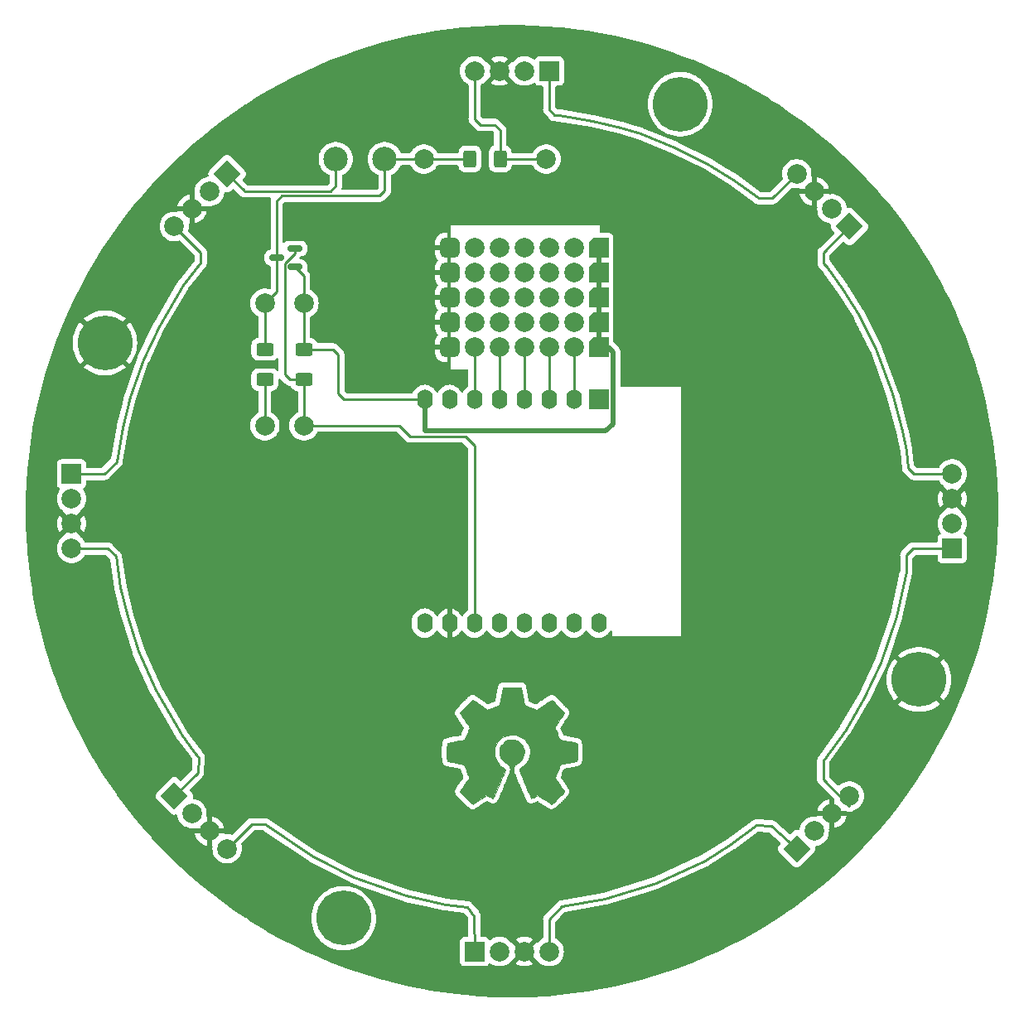
<source format=gbr>
%TF.GenerationSoftware,KiCad,Pcbnew,7.0.5*%
%TF.CreationDate,2024-01-07T17:07:27+01:00*%
%TF.ProjectId,37c3PCBLEDC100R_Rev.2,33376333-5043-4424-9c45-444331303052,rev?*%
%TF.SameCoordinates,Original*%
%TF.FileFunction,Copper,L1,Top*%
%TF.FilePolarity,Positive*%
%FSLAX46Y46*%
G04 Gerber Fmt 4.6, Leading zero omitted, Abs format (unit mm)*
G04 Created by KiCad (PCBNEW 7.0.5) date 2024-01-07 17:07:27*
%MOMM*%
%LPD*%
G01*
G04 APERTURE LIST*
G04 Aperture macros list*
%AMRoundRect*
0 Rectangle with rounded corners*
0 $1 Rounding radius*
0 $2 $3 $4 $5 $6 $7 $8 $9 X,Y pos of 4 corners*
0 Add a 4 corners polygon primitive as box body*
4,1,4,$2,$3,$4,$5,$6,$7,$8,$9,$2,$3,0*
0 Add four circle primitives for the rounded corners*
1,1,$1+$1,$2,$3*
1,1,$1+$1,$4,$5*
1,1,$1+$1,$6,$7*
1,1,$1+$1,$8,$9*
0 Add four rect primitives between the rounded corners*
20,1,$1+$1,$2,$3,$4,$5,0*
20,1,$1+$1,$4,$5,$6,$7,0*
20,1,$1+$1,$6,$7,$8,$9,0*
20,1,$1+$1,$8,$9,$2,$3,0*%
%AMRotRect*
0 Rectangle, with rotation*
0 The origin of the aperture is its center*
0 $1 length*
0 $2 width*
0 $3 Rotation angle, in degrees counterclockwise*
0 Add horizontal line*
21,1,$1,$2,0,0,$3*%
%AMOutline5P*
0 Free polygon, 5 corners , with rotation*
0 The origin of the aperture is its center*
0 number of corners: always 5*
0 $1 to $10 corner X, Y*
0 $11 Rotation angle, in degrees counterclockwise*
0 create outline with 5 corners*
4,1,5,$1,$2,$3,$4,$5,$6,$7,$8,$9,$10,$1,$2,$11*%
%AMOutline6P*
0 Free polygon, 6 corners , with rotation*
0 The origin of the aperture is its center*
0 number of corners: always 6*
0 $1 to $12 corner X, Y*
0 $13 Rotation angle, in degrees counterclockwise*
0 create outline with 6 corners*
4,1,6,$1,$2,$3,$4,$5,$6,$7,$8,$9,$10,$11,$12,$1,$2,$13*%
%AMOutline7P*
0 Free polygon, 7 corners , with rotation*
0 The origin of the aperture is its center*
0 number of corners: always 7*
0 $1 to $14 corner X, Y*
0 $15 Rotation angle, in degrees counterclockwise*
0 create outline with 7 corners*
4,1,7,$1,$2,$3,$4,$5,$6,$7,$8,$9,$10,$11,$12,$13,$14,$1,$2,$15*%
%AMOutline8P*
0 Free polygon, 8 corners , with rotation*
0 The origin of the aperture is its center*
0 number of corners: always 8*
0 $1 to $16 corner X, Y*
0 $17 Rotation angle, in degrees counterclockwise*
0 create outline with 8 corners*
4,1,8,$1,$2,$3,$4,$5,$6,$7,$8,$9,$10,$11,$12,$13,$14,$15,$16,$1,$2,$17*%
G04 Aperture macros list end*
%TA.AperFunction,EtchedComponent*%
%ADD10C,0.010000*%
%TD*%
%TA.AperFunction,ComponentPad*%
%ADD11C,2.000000*%
%TD*%
%TA.AperFunction,SMDPad,CuDef*%
%ADD12RoundRect,0.213255X-0.436745X-0.661745X0.436745X-0.661745X0.436745X0.661745X-0.436745X0.661745X0*%
%TD*%
%TA.AperFunction,SMDPad,CuDef*%
%ADD13RoundRect,0.213255X-0.661745X0.436745X-0.661745X-0.436745X0.661745X-0.436745X0.661745X0.436745X0*%
%TD*%
%TA.AperFunction,ComponentPad*%
%ADD14RotRect,2.000000X2.000000X225.000000*%
%TD*%
%TA.AperFunction,ComponentPad*%
%ADD15C,5.600000*%
%TD*%
%TA.AperFunction,ComponentPad*%
%ADD16R,2.000000X2.000000*%
%TD*%
%TA.AperFunction,ComponentPad*%
%ADD17O,1.600000X2.000000*%
%TD*%
%TA.AperFunction,ComponentPad*%
%ADD18RotRect,2.000000X2.000000X45.000000*%
%TD*%
%TA.AperFunction,SMDPad,CuDef*%
%ADD19RoundRect,0.150000X0.587500X0.150000X-0.587500X0.150000X-0.587500X-0.150000X0.587500X-0.150000X0*%
%TD*%
%TA.AperFunction,ComponentPad*%
%ADD20C,2.500000*%
%TD*%
%TA.AperFunction,ComponentPad*%
%ADD21RotRect,2.000000X2.000000X315.000000*%
%TD*%
%TA.AperFunction,SMDPad,CuDef*%
%ADD22RoundRect,0.213255X0.661745X-0.436745X0.661745X0.436745X-0.661745X0.436745X-0.661745X-0.436745X0*%
%TD*%
%TA.AperFunction,ComponentPad*%
%ADD23Outline5P,-1.000000X0.600000X-0.600000X1.000000X1.000000X1.000000X1.000000X-1.000000X-1.000000X-1.000000X0.000000*%
%TD*%
%TA.AperFunction,ComponentPad*%
%ADD24RoundRect,0.500000X-0.500000X-0.500000X0.500000X-0.500000X0.500000X0.500000X-0.500000X0.500000X0*%
%TD*%
%TA.AperFunction,ComponentPad*%
%ADD25RotRect,2.000000X2.000000X135.000000*%
%TD*%
%TA.AperFunction,Conductor*%
%ADD26C,0.500000*%
%TD*%
%TA.AperFunction,Conductor*%
%ADD27C,0.250000*%
%TD*%
G04 APERTURE END LIST*
%TO.C,REF\u002A\u002A*%
D10*
X151119803Y-118900640D02*
X151288676Y-119796427D01*
X151911796Y-120053298D01*
X152534916Y-120310168D01*
X153282453Y-119801849D01*
X153491802Y-119660316D01*
X153681043Y-119533945D01*
X153841343Y-119428507D01*
X153963874Y-119349770D01*
X154039802Y-119303505D01*
X154060480Y-119293529D01*
X154097731Y-119319186D01*
X154177332Y-119390115D01*
X154290361Y-119497257D01*
X154427895Y-119631550D01*
X154581012Y-119783934D01*
X154740789Y-119945347D01*
X154898305Y-120106730D01*
X155044637Y-120259022D01*
X155170863Y-120393162D01*
X155268060Y-120500089D01*
X155327307Y-120570742D01*
X155341471Y-120594388D01*
X155321087Y-120637979D01*
X155263941Y-120733481D01*
X155176041Y-120871550D01*
X155063396Y-121042845D01*
X154932013Y-121238025D01*
X154855882Y-121349352D01*
X154717118Y-121552633D01*
X154593811Y-121736073D01*
X154491945Y-121890542D01*
X154417501Y-122006909D01*
X154376461Y-122076042D01*
X154370294Y-122090570D01*
X154384274Y-122131860D01*
X154422382Y-122228092D01*
X154478867Y-122365734D01*
X154547980Y-122531258D01*
X154623970Y-122711132D01*
X154701089Y-122891828D01*
X154773585Y-123059814D01*
X154835709Y-123201560D01*
X154881712Y-123303537D01*
X154905843Y-123352214D01*
X154907267Y-123354130D01*
X154945158Y-123363425D01*
X155046069Y-123384160D01*
X155199540Y-123414298D01*
X155395112Y-123451801D01*
X155622325Y-123494629D01*
X155754891Y-123519326D01*
X155997679Y-123565553D01*
X156216974Y-123609540D01*
X156401681Y-123648881D01*
X156540705Y-123681169D01*
X156622952Y-123703997D01*
X156639485Y-123711240D01*
X156655678Y-123760261D01*
X156668744Y-123870977D01*
X156678691Y-124030438D01*
X156685528Y-124225700D01*
X156689264Y-124443814D01*
X156689907Y-124671835D01*
X156687468Y-124896815D01*
X156681953Y-125105809D01*
X156673374Y-125285868D01*
X156661737Y-125424047D01*
X156647052Y-125507398D01*
X156638245Y-125524750D01*
X156585599Y-125545548D01*
X156474043Y-125575282D01*
X156318335Y-125610459D01*
X156133229Y-125647586D01*
X156068613Y-125659597D01*
X155757071Y-125716662D01*
X155510976Y-125762618D01*
X155322195Y-125799293D01*
X155182598Y-125828513D01*
X155084052Y-125852104D01*
X155018426Y-125871892D01*
X154977589Y-125889706D01*
X154953409Y-125907370D01*
X154950026Y-125910861D01*
X154916255Y-125967100D01*
X154864737Y-126076547D01*
X154800617Y-126225800D01*
X154729039Y-126401459D01*
X154655146Y-126590121D01*
X154584083Y-126778385D01*
X154520993Y-126952848D01*
X154471021Y-127100108D01*
X154439312Y-127206764D01*
X154431008Y-127259413D01*
X154431700Y-127261257D01*
X154459836Y-127304292D01*
X154523665Y-127398978D01*
X154616480Y-127535460D01*
X154731573Y-127703882D01*
X154862237Y-127894390D01*
X154899448Y-127948529D01*
X155032129Y-128144804D01*
X155148883Y-128323886D01*
X155243349Y-128475492D01*
X155309168Y-128589338D01*
X155339978Y-128655141D01*
X155341471Y-128663225D01*
X155315584Y-128705715D01*
X155244054Y-128789891D01*
X155136076Y-128906705D01*
X155000846Y-129047110D01*
X154847558Y-129202061D01*
X154685409Y-129362509D01*
X154523593Y-129519409D01*
X154371306Y-129663713D01*
X154237743Y-129786376D01*
X154132100Y-129878350D01*
X154063572Y-129930589D01*
X154044614Y-129939118D01*
X154000487Y-129919029D01*
X153910142Y-129864849D01*
X153788295Y-129785704D01*
X153694546Y-129722001D01*
X153524678Y-129605110D01*
X153323512Y-129467476D01*
X153121733Y-129330063D01*
X153013250Y-129256519D01*
X152646058Y-129008155D01*
X152337826Y-129174813D01*
X152197404Y-129247822D01*
X152077996Y-129304571D01*
X151997202Y-129336937D01*
X151976636Y-129341441D01*
X151951906Y-129308189D01*
X151903118Y-129214224D01*
X151833913Y-129068213D01*
X151747935Y-128878824D01*
X151648824Y-128654724D01*
X151540224Y-128404581D01*
X151425775Y-128137063D01*
X151309120Y-127860836D01*
X151193901Y-127584568D01*
X151083760Y-127316927D01*
X150982339Y-127066580D01*
X150893280Y-126842195D01*
X150820225Y-126652439D01*
X150766816Y-126505980D01*
X150736695Y-126411485D01*
X150731851Y-126379031D01*
X150770245Y-126337636D01*
X150854308Y-126270438D01*
X150966467Y-126191400D01*
X150975881Y-126185147D01*
X151265768Y-125953103D01*
X151499512Y-125682386D01*
X151675087Y-125381653D01*
X151790469Y-125059561D01*
X151843630Y-124724765D01*
X151832547Y-124385922D01*
X151755192Y-124051688D01*
X151609540Y-123730719D01*
X151566688Y-123660495D01*
X151343802Y-123376927D01*
X151080491Y-123149218D01*
X150785865Y-122978551D01*
X150469041Y-122866112D01*
X150139130Y-122813083D01*
X149805246Y-122820651D01*
X149476503Y-122889998D01*
X149162014Y-123022309D01*
X148870893Y-123218768D01*
X148780840Y-123298506D01*
X148551653Y-123548108D01*
X148384646Y-123810868D01*
X148270085Y-124105399D01*
X148206281Y-124397075D01*
X148190530Y-124725012D01*
X148243051Y-125054577D01*
X148358510Y-125374630D01*
X148531571Y-125674032D01*
X148756899Y-125941643D01*
X149029160Y-126166325D01*
X149064942Y-126190008D01*
X149178302Y-126267568D01*
X149264478Y-126334768D01*
X149305677Y-126377675D01*
X149306276Y-126379031D01*
X149297431Y-126425446D01*
X149262369Y-126530786D01*
X149204733Y-126686388D01*
X149128166Y-126883584D01*
X149036314Y-127113710D01*
X148932817Y-127368101D01*
X148821321Y-127638090D01*
X148705468Y-127915012D01*
X148588903Y-128190201D01*
X148475267Y-128454993D01*
X148368206Y-128700721D01*
X148271362Y-128918721D01*
X148188379Y-129100326D01*
X148122901Y-129236871D01*
X148078569Y-129319690D01*
X148060717Y-129341441D01*
X148006166Y-129324504D01*
X147904095Y-129279077D01*
X147772105Y-129213280D01*
X147699526Y-129174813D01*
X147391295Y-129008155D01*
X147024103Y-129256519D01*
X146836660Y-129383754D01*
X146631443Y-129523773D01*
X146439133Y-129655612D01*
X146342807Y-129722001D01*
X146207327Y-129812976D01*
X146092607Y-129885071D01*
X146013612Y-129929154D01*
X145987954Y-129938473D01*
X145950609Y-129913334D01*
X145867958Y-129843154D01*
X145748015Y-129735220D01*
X145598791Y-129596818D01*
X145428301Y-129435235D01*
X145320474Y-129331488D01*
X145131828Y-129146135D01*
X144968795Y-128980351D01*
X144837968Y-128841227D01*
X144745935Y-128735856D01*
X144699287Y-128671329D01*
X144694812Y-128658234D01*
X144715580Y-128608425D01*
X144772969Y-128507713D01*
X144860613Y-128366295D01*
X144972146Y-128194367D01*
X145101203Y-128002124D01*
X145137904Y-127948529D01*
X145271632Y-127753733D01*
X145391607Y-127578353D01*
X145491121Y-127432243D01*
X145563467Y-127325258D01*
X145601936Y-127267255D01*
X145605653Y-127261257D01*
X145600095Y-127215032D01*
X145570593Y-127113398D01*
X145522291Y-126969758D01*
X145460333Y-126797514D01*
X145389863Y-126610066D01*
X145316025Y-126420818D01*
X145243963Y-126243171D01*
X145178822Y-126090527D01*
X145125745Y-125976288D01*
X145089877Y-125913856D01*
X145087327Y-125910861D01*
X145065394Y-125893019D01*
X145028348Y-125875374D01*
X144968059Y-125856101D01*
X144876396Y-125833374D01*
X144745226Y-125805364D01*
X144566418Y-125770247D01*
X144331842Y-125726195D01*
X144033365Y-125671382D01*
X143968740Y-125659597D01*
X143777206Y-125622591D01*
X143610231Y-125586389D01*
X143482568Y-125554485D01*
X143408976Y-125530372D01*
X143399108Y-125524750D01*
X143382847Y-125474910D01*
X143369630Y-125363532D01*
X143359464Y-125203563D01*
X143352360Y-125007950D01*
X143348326Y-124789640D01*
X143347370Y-124561579D01*
X143349502Y-124336714D01*
X143354731Y-124127991D01*
X143363065Y-123948358D01*
X143374513Y-123810762D01*
X143389084Y-123728148D01*
X143397868Y-123711240D01*
X143446770Y-123694184D01*
X143558127Y-123666436D01*
X143720844Y-123630403D01*
X143923826Y-123588493D01*
X144155979Y-123543111D01*
X144282462Y-123519326D01*
X144522445Y-123474465D01*
X144736451Y-123433825D01*
X144914022Y-123399446D01*
X145044698Y-123373365D01*
X145118018Y-123357621D01*
X145130085Y-123354130D01*
X145150481Y-123314779D01*
X145193594Y-123219993D01*
X145253679Y-123083315D01*
X145324987Y-122918286D01*
X145401773Y-122738447D01*
X145478290Y-122557340D01*
X145548790Y-122388507D01*
X145607527Y-122245488D01*
X145648754Y-122141826D01*
X145666724Y-122091061D01*
X145667059Y-122088842D01*
X145646687Y-122048796D01*
X145589573Y-121956639D01*
X145501721Y-121821533D01*
X145389133Y-121652635D01*
X145257811Y-121459105D01*
X145181471Y-121347941D01*
X145042364Y-121144116D01*
X144918812Y-120959063D01*
X144816842Y-120802146D01*
X144742483Y-120682724D01*
X144701763Y-120610160D01*
X144695882Y-120593893D01*
X144721163Y-120556030D01*
X144791052Y-120475186D01*
X144896623Y-120360419D01*
X145028948Y-120220785D01*
X145179099Y-120065342D01*
X145338148Y-119903146D01*
X145497167Y-119743254D01*
X145647229Y-119594724D01*
X145779406Y-119466613D01*
X145884770Y-119367977D01*
X145954393Y-119307873D01*
X145977685Y-119293529D01*
X146015610Y-119313699D01*
X146106317Y-119370363D01*
X146240989Y-119457753D01*
X146410805Y-119570100D01*
X146606946Y-119701638D01*
X146754900Y-119801849D01*
X147502436Y-120310168D01*
X148125556Y-120053298D01*
X148748676Y-119796427D01*
X149086424Y-118004853D01*
X150950929Y-118004853D01*
X151119803Y-118900640D01*
%TA.AperFunction,EtchedComponent*%
G36*
X151119803Y-118900640D02*
G01*
X151288676Y-119796427D01*
X151911796Y-120053298D01*
X152534916Y-120310168D01*
X153282453Y-119801849D01*
X153491802Y-119660316D01*
X153681043Y-119533945D01*
X153841343Y-119428507D01*
X153963874Y-119349770D01*
X154039802Y-119303505D01*
X154060480Y-119293529D01*
X154097731Y-119319186D01*
X154177332Y-119390115D01*
X154290361Y-119497257D01*
X154427895Y-119631550D01*
X154581012Y-119783934D01*
X154740789Y-119945347D01*
X154898305Y-120106730D01*
X155044637Y-120259022D01*
X155170863Y-120393162D01*
X155268060Y-120500089D01*
X155327307Y-120570742D01*
X155341471Y-120594388D01*
X155321087Y-120637979D01*
X155263941Y-120733481D01*
X155176041Y-120871550D01*
X155063396Y-121042845D01*
X154932013Y-121238025D01*
X154855882Y-121349352D01*
X154717118Y-121552633D01*
X154593811Y-121736073D01*
X154491945Y-121890542D01*
X154417501Y-122006909D01*
X154376461Y-122076042D01*
X154370294Y-122090570D01*
X154384274Y-122131860D01*
X154422382Y-122228092D01*
X154478867Y-122365734D01*
X154547980Y-122531258D01*
X154623970Y-122711132D01*
X154701089Y-122891828D01*
X154773585Y-123059814D01*
X154835709Y-123201560D01*
X154881712Y-123303537D01*
X154905843Y-123352214D01*
X154907267Y-123354130D01*
X154945158Y-123363425D01*
X155046069Y-123384160D01*
X155199540Y-123414298D01*
X155395112Y-123451801D01*
X155622325Y-123494629D01*
X155754891Y-123519326D01*
X155997679Y-123565553D01*
X156216974Y-123609540D01*
X156401681Y-123648881D01*
X156540705Y-123681169D01*
X156622952Y-123703997D01*
X156639485Y-123711240D01*
X156655678Y-123760261D01*
X156668744Y-123870977D01*
X156678691Y-124030438D01*
X156685528Y-124225700D01*
X156689264Y-124443814D01*
X156689907Y-124671835D01*
X156687468Y-124896815D01*
X156681953Y-125105809D01*
X156673374Y-125285868D01*
X156661737Y-125424047D01*
X156647052Y-125507398D01*
X156638245Y-125524750D01*
X156585599Y-125545548D01*
X156474043Y-125575282D01*
X156318335Y-125610459D01*
X156133229Y-125647586D01*
X156068613Y-125659597D01*
X155757071Y-125716662D01*
X155510976Y-125762618D01*
X155322195Y-125799293D01*
X155182598Y-125828513D01*
X155084052Y-125852104D01*
X155018426Y-125871892D01*
X154977589Y-125889706D01*
X154953409Y-125907370D01*
X154950026Y-125910861D01*
X154916255Y-125967100D01*
X154864737Y-126076547D01*
X154800617Y-126225800D01*
X154729039Y-126401459D01*
X154655146Y-126590121D01*
X154584083Y-126778385D01*
X154520993Y-126952848D01*
X154471021Y-127100108D01*
X154439312Y-127206764D01*
X154431008Y-127259413D01*
X154431700Y-127261257D01*
X154459836Y-127304292D01*
X154523665Y-127398978D01*
X154616480Y-127535460D01*
X154731573Y-127703882D01*
X154862237Y-127894390D01*
X154899448Y-127948529D01*
X155032129Y-128144804D01*
X155148883Y-128323886D01*
X155243349Y-128475492D01*
X155309168Y-128589338D01*
X155339978Y-128655141D01*
X155341471Y-128663225D01*
X155315584Y-128705715D01*
X155244054Y-128789891D01*
X155136076Y-128906705D01*
X155000846Y-129047110D01*
X154847558Y-129202061D01*
X154685409Y-129362509D01*
X154523593Y-129519409D01*
X154371306Y-129663713D01*
X154237743Y-129786376D01*
X154132100Y-129878350D01*
X154063572Y-129930589D01*
X154044614Y-129939118D01*
X154000487Y-129919029D01*
X153910142Y-129864849D01*
X153788295Y-129785704D01*
X153694546Y-129722001D01*
X153524678Y-129605110D01*
X153323512Y-129467476D01*
X153121733Y-129330063D01*
X153013250Y-129256519D01*
X152646058Y-129008155D01*
X152337826Y-129174813D01*
X152197404Y-129247822D01*
X152077996Y-129304571D01*
X151997202Y-129336937D01*
X151976636Y-129341441D01*
X151951906Y-129308189D01*
X151903118Y-129214224D01*
X151833913Y-129068213D01*
X151747935Y-128878824D01*
X151648824Y-128654724D01*
X151540224Y-128404581D01*
X151425775Y-128137063D01*
X151309120Y-127860836D01*
X151193901Y-127584568D01*
X151083760Y-127316927D01*
X150982339Y-127066580D01*
X150893280Y-126842195D01*
X150820225Y-126652439D01*
X150766816Y-126505980D01*
X150736695Y-126411485D01*
X150731851Y-126379031D01*
X150770245Y-126337636D01*
X150854308Y-126270438D01*
X150966467Y-126191400D01*
X150975881Y-126185147D01*
X151265768Y-125953103D01*
X151499512Y-125682386D01*
X151675087Y-125381653D01*
X151790469Y-125059561D01*
X151843630Y-124724765D01*
X151832547Y-124385922D01*
X151755192Y-124051688D01*
X151609540Y-123730719D01*
X151566688Y-123660495D01*
X151343802Y-123376927D01*
X151080491Y-123149218D01*
X150785865Y-122978551D01*
X150469041Y-122866112D01*
X150139130Y-122813083D01*
X149805246Y-122820651D01*
X149476503Y-122889998D01*
X149162014Y-123022309D01*
X148870893Y-123218768D01*
X148780840Y-123298506D01*
X148551653Y-123548108D01*
X148384646Y-123810868D01*
X148270085Y-124105399D01*
X148206281Y-124397075D01*
X148190530Y-124725012D01*
X148243051Y-125054577D01*
X148358510Y-125374630D01*
X148531571Y-125674032D01*
X148756899Y-125941643D01*
X149029160Y-126166325D01*
X149064942Y-126190008D01*
X149178302Y-126267568D01*
X149264478Y-126334768D01*
X149305677Y-126377675D01*
X149306276Y-126379031D01*
X149297431Y-126425446D01*
X149262369Y-126530786D01*
X149204733Y-126686388D01*
X149128166Y-126883584D01*
X149036314Y-127113710D01*
X148932817Y-127368101D01*
X148821321Y-127638090D01*
X148705468Y-127915012D01*
X148588903Y-128190201D01*
X148475267Y-128454993D01*
X148368206Y-128700721D01*
X148271362Y-128918721D01*
X148188379Y-129100326D01*
X148122901Y-129236871D01*
X148078569Y-129319690D01*
X148060717Y-129341441D01*
X148006166Y-129324504D01*
X147904095Y-129279077D01*
X147772105Y-129213280D01*
X147699526Y-129174813D01*
X147391295Y-129008155D01*
X147024103Y-129256519D01*
X146836660Y-129383754D01*
X146631443Y-129523773D01*
X146439133Y-129655612D01*
X146342807Y-129722001D01*
X146207327Y-129812976D01*
X146092607Y-129885071D01*
X146013612Y-129929154D01*
X145987954Y-129938473D01*
X145950609Y-129913334D01*
X145867958Y-129843154D01*
X145748015Y-129735220D01*
X145598791Y-129596818D01*
X145428301Y-129435235D01*
X145320474Y-129331488D01*
X145131828Y-129146135D01*
X144968795Y-128980351D01*
X144837968Y-128841227D01*
X144745935Y-128735856D01*
X144699287Y-128671329D01*
X144694812Y-128658234D01*
X144715580Y-128608425D01*
X144772969Y-128507713D01*
X144860613Y-128366295D01*
X144972146Y-128194367D01*
X145101203Y-128002124D01*
X145137904Y-127948529D01*
X145271632Y-127753733D01*
X145391607Y-127578353D01*
X145491121Y-127432243D01*
X145563467Y-127325258D01*
X145601936Y-127267255D01*
X145605653Y-127261257D01*
X145600095Y-127215032D01*
X145570593Y-127113398D01*
X145522291Y-126969758D01*
X145460333Y-126797514D01*
X145389863Y-126610066D01*
X145316025Y-126420818D01*
X145243963Y-126243171D01*
X145178822Y-126090527D01*
X145125745Y-125976288D01*
X145089877Y-125913856D01*
X145087327Y-125910861D01*
X145065394Y-125893019D01*
X145028348Y-125875374D01*
X144968059Y-125856101D01*
X144876396Y-125833374D01*
X144745226Y-125805364D01*
X144566418Y-125770247D01*
X144331842Y-125726195D01*
X144033365Y-125671382D01*
X143968740Y-125659597D01*
X143777206Y-125622591D01*
X143610231Y-125586389D01*
X143482568Y-125554485D01*
X143408976Y-125530372D01*
X143399108Y-125524750D01*
X143382847Y-125474910D01*
X143369630Y-125363532D01*
X143359464Y-125203563D01*
X143352360Y-125007950D01*
X143348326Y-124789640D01*
X143347370Y-124561579D01*
X143349502Y-124336714D01*
X143354731Y-124127991D01*
X143363065Y-123948358D01*
X143374513Y-123810762D01*
X143389084Y-123728148D01*
X143397868Y-123711240D01*
X143446770Y-123694184D01*
X143558127Y-123666436D01*
X143720844Y-123630403D01*
X143923826Y-123588493D01*
X144155979Y-123543111D01*
X144282462Y-123519326D01*
X144522445Y-123474465D01*
X144736451Y-123433825D01*
X144914022Y-123399446D01*
X145044698Y-123373365D01*
X145118018Y-123357621D01*
X145130085Y-123354130D01*
X145150481Y-123314779D01*
X145193594Y-123219993D01*
X145253679Y-123083315D01*
X145324987Y-122918286D01*
X145401773Y-122738447D01*
X145478290Y-122557340D01*
X145548790Y-122388507D01*
X145607527Y-122245488D01*
X145648754Y-122141826D01*
X145666724Y-122091061D01*
X145667059Y-122088842D01*
X145646687Y-122048796D01*
X145589573Y-121956639D01*
X145501721Y-121821533D01*
X145389133Y-121652635D01*
X145257811Y-121459105D01*
X145181471Y-121347941D01*
X145042364Y-121144116D01*
X144918812Y-120959063D01*
X144816842Y-120802146D01*
X144742483Y-120682724D01*
X144701763Y-120610160D01*
X144695882Y-120593893D01*
X144721163Y-120556030D01*
X144791052Y-120475186D01*
X144896623Y-120360419D01*
X145028948Y-120220785D01*
X145179099Y-120065342D01*
X145338148Y-119903146D01*
X145497167Y-119743254D01*
X145647229Y-119594724D01*
X145779406Y-119466613D01*
X145884770Y-119367977D01*
X145954393Y-119307873D01*
X145977685Y-119293529D01*
X146015610Y-119313699D01*
X146106317Y-119370363D01*
X146240989Y-119457753D01*
X146410805Y-119570100D01*
X146606946Y-119701638D01*
X146754900Y-119801849D01*
X147502436Y-120310168D01*
X148125556Y-120053298D01*
X148748676Y-119796427D01*
X149086424Y-118004853D01*
X150950929Y-118004853D01*
X151119803Y-118900640D01*
G37*
%TD.AperFunction*%
%TD*%
D11*
%TO.P,R1,1*%
%TO.N,/Din*%
X141000000Y-64000000D03*
D12*
X145700000Y-64000000D03*
%TO.P,R1,2*%
%TO.N,Net-(D1-DIN)*%
X148800000Y-64000000D03*
D11*
X153500000Y-64000000D03*
%TD*%
%TO.P,R2,1*%
%TO.N,Net-(A1-Vin)*%
X128750000Y-78750000D03*
D13*
X128750000Y-83450000D03*
%TO.P,R2,2*%
%TO.N,Net-(Q1-S)*%
X128750000Y-86550000D03*
D11*
X128750000Y-91250000D03*
%TD*%
%TO.P,D4,1,VDD*%
%TO.N,+5V*%
X180901974Y-132698026D03*
D14*
%TO.P,D4,2,DOUT*%
%TO.N,Net-(D4-DOUT)*%
X179105923Y-134494077D03*
D11*
%TO.P,D4,3,VSS*%
%TO.N,GND*%
X182698026Y-130901974D03*
%TO.P,D4,4,DIN*%
%TO.N,Net-(D3-DOUT)*%
X184494077Y-129105923D03*
%TD*%
D15*
%TO.P,H2,1,1*%
%TO.N,+5V*%
X167200000Y-58400000D03*
%TD*%
D11*
%TO.P,D7,1,VDD*%
%TO.N,+5V*%
X105000000Y-98730000D03*
D16*
%TO.P,D7,2,DOUT*%
%TO.N,Net-(D7-DOUT)*%
X105000000Y-96190000D03*
D11*
%TO.P,D7,3,VSS*%
%TO.N,GND*%
X105000000Y-101270000D03*
%TO.P,D7,4,DIN*%
%TO.N,Net-(D6-DOUT)*%
X105000000Y-103810000D03*
%TD*%
D16*
%TO.P,U1,1,~{RST}*%
%TO.N,unconnected-(U1-~{RST}-Pad1)*%
X158870000Y-88580000D03*
D17*
%TO.P,U1,2,A0*%
%TO.N,Net-(U1-A0)*%
X156330000Y-88580000D03*
%TO.P,U1,3,D0*%
%TO.N,Net-(U1-D0)*%
X153790000Y-88580000D03*
%TO.P,U1,4,SCK/D5*%
%TO.N,Net-(U1-SCK{slash}D5)*%
X151250000Y-88580000D03*
%TO.P,U1,5,MISO/D6*%
%TO.N,Net-(U1-MISO{slash}D6)*%
X148710000Y-88580000D03*
%TO.P,U1,6,MOSI/D7*%
%TO.N,Net-(U1-MOSI{slash}D7)*%
X146170000Y-88580000D03*
%TO.P,U1,7,CS/D8*%
%TO.N,unconnected-(U1-CS{slash}D8-Pad7)*%
X143630000Y-88580000D03*
%TO.P,U1,8,3V3*%
%TO.N,Net-(A1-Vin)*%
X141090000Y-88580000D03*
%TO.P,U1,9,5V*%
%TO.N,+5V*%
X141090000Y-111440000D03*
%TO.P,U1,10,GND*%
%TO.N,GND*%
X143630000Y-111440000D03*
%TO.P,U1,11,D4*%
%TO.N,Net-(Q1-S)*%
X146170000Y-111440000D03*
%TO.P,U1,12,D3*%
%TO.N,unconnected-(U1-D3-Pad12)*%
X148710000Y-111440000D03*
%TO.P,U1,13,SDA/D2*%
%TO.N,unconnected-(U1-SDA{slash}D2-Pad13)*%
X151250000Y-111440000D03*
%TO.P,U1,14,SCL/D1*%
%TO.N,unconnected-(U1-SCL{slash}D1-Pad14)*%
X153790000Y-111440000D03*
%TO.P,U1,15,RX*%
%TO.N,unconnected-(U1-RX-Pad15)*%
X156330000Y-111440000D03*
%TO.P,U1,16,TX*%
%TO.N,unconnected-(U1-TX-Pad16)*%
X158870000Y-111440000D03*
%TD*%
D11*
%TO.P,D5,1,VDD*%
%TO.N,+5V*%
X148730000Y-145000000D03*
D16*
%TO.P,D5,2,DOUT*%
%TO.N,Net-(D5-DOUT)*%
X146190000Y-145000000D03*
D11*
%TO.P,D5,3,VSS*%
%TO.N,GND*%
X151270000Y-145000000D03*
%TO.P,D5,4,DIN*%
%TO.N,Net-(D4-DOUT)*%
X153810000Y-145000000D03*
%TD*%
D15*
%TO.P,H3,1,1*%
%TO.N,GND*%
X108400000Y-82800000D03*
%TD*%
D11*
%TO.P,D8,1,VDD*%
%TO.N,+5V*%
X119098026Y-67301974D03*
D18*
%TO.P,D8,2,DOUT*%
%TO.N,/Dout*%
X120894077Y-65505923D03*
D11*
%TO.P,D8,3,VSS*%
%TO.N,GND*%
X117301974Y-69098026D03*
%TO.P,D8,4,DIN*%
%TO.N,Net-(D7-DOUT)*%
X115505923Y-70894077D03*
%TD*%
D19*
%TO.P,Q1,1,G*%
%TO.N,Net-(A1-Vin)*%
X127837500Y-75050000D03*
%TO.P,Q1,2,S*%
%TO.N,Net-(Q1-S)*%
X127837500Y-73150000D03*
%TO.P,Q1,3,D*%
%TO.N,/Din*%
X125962500Y-74100000D03*
%TD*%
D20*
%TO.P,TP2,1,1*%
%TO.N,/Dout*%
X132000000Y-64000000D03*
%TD*%
D11*
%TO.P,D3,1,VDD*%
%TO.N,+5V*%
X195000000Y-101270000D03*
D16*
%TO.P,D3,2,DOUT*%
%TO.N,Net-(D3-DOUT)*%
X195000000Y-103810000D03*
D11*
%TO.P,D3,3,VSS*%
%TO.N,GND*%
X195000000Y-98730000D03*
%TO.P,D3,4,DIN*%
%TO.N,Net-(D2-DOUT)*%
X195000000Y-96190000D03*
%TD*%
%TO.P,D1,1,VDD*%
%TO.N,+5V*%
X151270000Y-55000000D03*
D16*
%TO.P,D1,2,DOUT*%
%TO.N,Net-(D1-DOUT)*%
X153810000Y-55000000D03*
D11*
%TO.P,D1,3,VSS*%
%TO.N,GND*%
X148730000Y-55000000D03*
%TO.P,D1,4,DIN*%
%TO.N,Net-(D1-DIN)*%
X146190000Y-55000000D03*
%TD*%
%TO.P,D2,1,VDD*%
%TO.N,+5V*%
X182698026Y-69098026D03*
D21*
%TO.P,D2,2,DOUT*%
%TO.N,Net-(D2-DOUT)*%
X184494077Y-70894077D03*
D11*
%TO.P,D2,3,VSS*%
%TO.N,GND*%
X180901974Y-67301974D03*
%TO.P,D2,4,DIN*%
%TO.N,Net-(D1-DOUT)*%
X179105923Y-65505923D03*
%TD*%
%TO.P,R3,1*%
%TO.N,+5V*%
X124750000Y-91250000D03*
D22*
X124750000Y-86550000D03*
%TO.P,R3,2*%
%TO.N,/Din*%
X124750000Y-83450000D03*
D11*
X124750000Y-78750000D03*
%TD*%
D15*
%TO.P,H1,1,1*%
%TO.N,+5V*%
X132800000Y-141600000D03*
%TD*%
D20*
%TO.P,TP1,1,1*%
%TO.N,/Din*%
X137000000Y-64000000D03*
%TD*%
D11*
%TO.P,A1,*%
%TO.N,*%
X146170000Y-73070000D03*
X146170000Y-75610000D03*
X146170000Y-78150000D03*
X146170000Y-80690000D03*
X148710000Y-73070000D03*
X148710000Y-75610000D03*
X148710000Y-78150000D03*
X148710000Y-80690000D03*
X151250000Y-73070000D03*
X151250000Y-75610000D03*
X151250000Y-78150000D03*
X151250000Y-80690000D03*
X153790000Y-73070000D03*
X153790000Y-75610000D03*
X153790000Y-78150000D03*
X153790000Y-80690000D03*
X156330000Y-73070000D03*
X156330000Y-75610000D03*
X156330000Y-78150000D03*
X156330000Y-80690000D03*
%TO.P,A1,2*%
%TO.N,Net-(U1-A0)*%
X156330000Y-83230000D03*
%TO.P,A1,3*%
%TO.N,Net-(U1-D0)*%
X153790000Y-83230000D03*
%TO.P,A1,4*%
%TO.N,Net-(U1-SCK{slash}D5)*%
X151250000Y-83230000D03*
%TO.P,A1,5*%
%TO.N,Net-(U1-MISO{slash}D6)*%
X148710000Y-83230000D03*
%TO.P,A1,6*%
%TO.N,Net-(U1-MOSI{slash}D7)*%
X146170000Y-83230000D03*
D23*
%TO.P,A1,7,Vin*%
%TO.N,Net-(A1-Vin)*%
X158870000Y-73070000D03*
X158870000Y-75610000D03*
X158870000Y-78150000D03*
X158870000Y-80690000D03*
X158870000Y-83230000D03*
D24*
%TO.P,A1,8,GND*%
%TO.N,GND*%
X143630000Y-73070000D03*
X143630000Y-75610000D03*
X143630000Y-78150000D03*
X143630000Y-80690000D03*
X143630000Y-83230000D03*
%TD*%
D15*
%TO.P,H4,1,1*%
%TO.N,GND*%
X191600000Y-117200000D03*
%TD*%
D11*
%TO.P,D6,1,VDD*%
%TO.N,+5V*%
X117301974Y-130901974D03*
D25*
%TO.P,D6,2,DOUT*%
%TO.N,Net-(D6-DOUT)*%
X115505923Y-129105923D03*
D11*
%TO.P,D6,3,VSS*%
%TO.N,GND*%
X119098026Y-132698026D03*
%TO.P,D6,4,DIN*%
%TO.N,Net-(D5-DOUT)*%
X120894077Y-134494077D03*
%TD*%
D26*
%TO.N,Net-(A1-Vin)*%
X141090000Y-88580000D02*
X141090000Y-91800000D01*
D27*
X128750000Y-75962500D02*
X128750000Y-78750000D01*
D26*
X158870000Y-78150000D02*
X158870000Y-80690000D01*
D27*
X158870000Y-83230000D02*
X159830000Y-83230000D01*
X131700000Y-83450000D02*
X132250000Y-84000000D01*
X127837500Y-75050000D02*
X128750000Y-75962500D01*
D26*
X159830000Y-83230000D02*
X160320000Y-83720000D01*
X158870000Y-73070000D02*
X158870000Y-75610000D01*
D27*
X128750000Y-83450000D02*
X128750000Y-78750000D01*
X132830000Y-88580000D02*
X141090000Y-88580000D01*
D26*
X158870000Y-80690000D02*
X158870000Y-83230000D01*
X159600000Y-91800000D02*
X160320000Y-91080000D01*
D27*
X132250000Y-88000000D02*
X132830000Y-88580000D01*
X128750000Y-83450000D02*
X131700000Y-83450000D01*
D26*
X158870000Y-75610000D02*
X158870000Y-78150000D01*
X141090000Y-91800000D02*
X159600000Y-91800000D01*
X160320000Y-91080000D02*
X160320000Y-83720000D01*
D27*
X132250000Y-84000000D02*
X132250000Y-88000000D01*
%TO.N,Net-(U1-A0)*%
X156330000Y-88580000D02*
X156330000Y-83230000D01*
%TO.N,Net-(U1-D0)*%
X153790000Y-88580000D02*
X153790000Y-83230000D01*
%TO.N,Net-(Q1-S)*%
X127837500Y-73150000D02*
X127837500Y-73634250D01*
X145250000Y-92375000D02*
X139625000Y-92375000D01*
X146170000Y-93295000D02*
X145250000Y-92375000D01*
X126775000Y-86025000D02*
X127300000Y-86550000D01*
X127300000Y-86550000D02*
X128750000Y-86550000D01*
X128750000Y-91250000D02*
X128750000Y-86550000D01*
X146170000Y-111440000D02*
X146170000Y-93295000D01*
X127837500Y-73634250D02*
X126775000Y-74696750D01*
X138500000Y-91250000D02*
X128750000Y-91250000D01*
X126775000Y-74696750D02*
X126775000Y-86025000D01*
X139625000Y-92375000D02*
X138500000Y-91250000D01*
%TO.N,/Dout*%
X122701974Y-67301974D02*
X122650000Y-67250000D01*
X131448026Y-67301974D02*
X122701974Y-67301974D01*
X132000000Y-66750000D02*
X131448026Y-67301974D01*
X122638154Y-67250000D02*
X120894077Y-65505923D01*
X122650000Y-67250000D02*
X122638154Y-67250000D01*
X132000000Y-64000000D02*
X132000000Y-66750000D01*
%TO.N,+5V*%
X124750000Y-86550000D02*
X124750000Y-91250000D01*
%TO.N,/Din*%
X125962500Y-74100000D02*
X125962500Y-77537500D01*
X124750000Y-83450000D02*
X124750000Y-78750000D01*
X137000000Y-67250000D02*
X137000000Y-64000000D01*
X126498026Y-67751974D02*
X136498026Y-67751974D01*
X141000000Y-64000000D02*
X145700000Y-64000000D01*
X125962500Y-74100000D02*
X125962500Y-68287500D01*
X125962500Y-68287500D02*
X126498026Y-67751974D01*
X125962500Y-77537500D02*
X124750000Y-78750000D01*
X137000000Y-64000000D02*
X141000000Y-64000000D01*
X136498026Y-67751974D02*
X137000000Y-67250000D01*
%TO.N,Net-(D1-DIN)*%
X148800000Y-64000000D02*
X148800000Y-61050000D01*
X146750000Y-60500000D02*
X146190000Y-59940000D01*
X146190000Y-59940000D02*
X146190000Y-55000000D01*
X148250000Y-60500000D02*
X146750000Y-60500000D01*
X148800000Y-61050000D02*
X148250000Y-60500000D01*
X153500000Y-64000000D02*
X148800000Y-64000000D01*
%TO.N,Net-(D1-DOUT)*%
X154300000Y-59500000D02*
X153810000Y-58910000D01*
X158200000Y-60100000D02*
X154800000Y-59550000D01*
X163100000Y-61400000D02*
X161100000Y-60800000D01*
X176611846Y-68000000D02*
X175200000Y-68000000D01*
X175200000Y-68000000D02*
X172600000Y-66100000D01*
X161100000Y-60800000D02*
X158200000Y-60100000D01*
X170000000Y-64500000D02*
X166600000Y-62800000D01*
X153810000Y-58910000D02*
X153810000Y-55000000D01*
X154800000Y-59550000D02*
X154300000Y-59500000D01*
X179105923Y-65505923D02*
X176611846Y-68000000D01*
X172600000Y-66100000D02*
X170000000Y-64500000D01*
X166600000Y-62800000D02*
X163100000Y-61400000D01*
%TO.N,Net-(D2-DOUT)*%
X189900000Y-91800000D02*
X188900000Y-88000000D01*
X182200000Y-75000000D02*
X181850000Y-74650000D01*
X187200000Y-83400000D02*
X185400000Y-79800000D01*
X190500000Y-95600000D02*
X190300000Y-93800000D01*
X183800000Y-77300000D02*
X182200000Y-75000000D01*
X191090000Y-96190000D02*
X190500000Y-95600000D01*
X195000000Y-96190000D02*
X191090000Y-96190000D01*
X188900000Y-88000000D02*
X187200000Y-83400000D01*
X185400000Y-79800000D02*
X183800000Y-77300000D01*
X181850000Y-73538154D02*
X184494077Y-70894077D01*
X181850000Y-74650000D02*
X181850000Y-73538154D01*
X190300000Y-93800000D02*
X189900000Y-91800000D01*
%TO.N,Net-(D3-DOUT)*%
X181800000Y-127411846D02*
X181800000Y-125500000D01*
X184494077Y-130105923D02*
X181800000Y-127411846D01*
X187700000Y-115500000D02*
X189300000Y-110700000D01*
X190300000Y-106200000D02*
X190300000Y-104500000D01*
X190990000Y-103810000D02*
X195000000Y-103810000D01*
X181800000Y-125500000D02*
X184100000Y-122300000D01*
X186000000Y-119000000D02*
X187700000Y-115500000D01*
X189300000Y-110700000D02*
X190300000Y-106200000D01*
X190300000Y-104500000D02*
X190990000Y-103810000D01*
X184100000Y-122300000D02*
X186000000Y-119000000D01*
%TO.N,Net-(D4-DOUT)*%
X153810000Y-145000000D02*
X153810000Y-141690000D01*
X169700000Y-135700000D02*
X172400000Y-134000000D01*
X172400000Y-134000000D02*
X175000000Y-132100000D01*
X155100000Y-140400000D02*
X159500000Y-139600000D01*
X159500000Y-139600000D02*
X164700000Y-138000000D01*
X153810000Y-141690000D02*
X155100000Y-140400000D01*
X175000000Y-132100000D02*
X176500000Y-132200000D01*
X164700000Y-138000000D02*
X169700000Y-135700000D01*
X176500000Y-132200000D02*
X179105923Y-134494077D01*
%TO.N,Net-(D5-DOUT)*%
X146150000Y-141350000D02*
X146190000Y-145000000D01*
X143200000Y-140200000D02*
X145450000Y-140500000D01*
X129700000Y-135300000D02*
X124800000Y-132000000D01*
X139200000Y-139300000D02*
X133800000Y-137400000D01*
X143200000Y-140200000D02*
X139200000Y-139300000D01*
X133800000Y-137400000D02*
X129700000Y-135300000D01*
X145450000Y-140500000D02*
X146150000Y-141350000D01*
X120894077Y-134494077D02*
X123388154Y-132000000D01*
X123388154Y-132000000D02*
X124800000Y-132000000D01*
%TO.N,Net-(D6-DOUT)*%
X113600000Y-118300000D02*
X116300000Y-122900000D01*
X117450000Y-124450000D02*
X118000000Y-125200000D01*
X108710000Y-103810000D02*
X109500000Y-104600000D01*
X110000000Y-107800000D02*
X110700000Y-110700000D01*
X118000000Y-125200000D02*
X117900000Y-126711846D01*
X109500000Y-104600000D02*
X110000000Y-107800000D01*
X111800000Y-114300000D02*
X113600000Y-118300000D01*
X105000000Y-103810000D02*
X108710000Y-103810000D01*
X110700000Y-110700000D02*
X111800000Y-114300000D01*
X117900000Y-126711846D02*
X115505923Y-129105923D01*
X116300000Y-122900000D02*
X117450000Y-124450000D01*
%TO.N,Net-(D7-DOUT)*%
X118200000Y-73588154D02*
X118200000Y-74600000D01*
X113900000Y-81100000D02*
X112300000Y-84500000D01*
X109600000Y-94950000D02*
X108360000Y-96190000D01*
X108360000Y-96190000D02*
X105000000Y-96190000D01*
X115505923Y-70894077D02*
X118200000Y-73588154D01*
X110200000Y-91400000D02*
X109600000Y-94900000D01*
X109600000Y-94900000D02*
X109600000Y-94950000D01*
X111000000Y-88300000D02*
X110200000Y-91400000D01*
X118200000Y-74600000D02*
X116400000Y-76900000D01*
X116400000Y-76900000D02*
X113900000Y-81100000D01*
X112300000Y-84500000D02*
X111000000Y-88300000D01*
%TO.N,Net-(U1-MISO{slash}D6)*%
X148710000Y-88580000D02*
X148710000Y-83230000D01*
%TO.N,Net-(U1-MOSI{slash}D7)*%
X146170000Y-88580000D02*
X146170000Y-83230000D01*
%TO.N,Net-(U1-SCK{slash}D5)*%
X151250000Y-88580000D02*
X151250000Y-83230000D01*
%TD*%
%TA.AperFunction,Conductor*%
%TO.N,GND*%
G36*
X143487685Y-81174680D02*
G01*
X143594237Y-81190000D01*
X143665763Y-81190000D01*
X143750000Y-81177888D01*
X143750000Y-82742111D01*
X143665763Y-82730000D01*
X143594237Y-82730000D01*
X143487685Y-82745320D01*
X143380000Y-82794498D01*
X143380000Y-81125501D01*
X143487685Y-81174680D01*
G37*
%TD.AperFunction*%
%TA.AperFunction,Conductor*%
G36*
X143487685Y-78634680D02*
G01*
X143594237Y-78650000D01*
X143665763Y-78650000D01*
X143750000Y-78637888D01*
X143750000Y-80202111D01*
X143665763Y-80190000D01*
X143594237Y-80190000D01*
X143487685Y-80205320D01*
X143380000Y-80254498D01*
X143380000Y-78585501D01*
X143487685Y-78634680D01*
G37*
%TD.AperFunction*%
%TA.AperFunction,Conductor*%
G36*
X143487685Y-76094680D02*
G01*
X143594237Y-76110000D01*
X143665763Y-76110000D01*
X143750000Y-76097888D01*
X143750000Y-77662111D01*
X143665763Y-77650000D01*
X143594237Y-77650000D01*
X143487685Y-77665320D01*
X143380000Y-77714498D01*
X143380000Y-76045501D01*
X143487685Y-76094680D01*
G37*
%TD.AperFunction*%
%TA.AperFunction,Conductor*%
G36*
X143487685Y-73554680D02*
G01*
X143594237Y-73570000D01*
X143665763Y-73570000D01*
X143750000Y-73557888D01*
X143750000Y-75122111D01*
X143665763Y-75110000D01*
X143594237Y-75110000D01*
X143487685Y-75125320D01*
X143380000Y-75174498D01*
X143380000Y-73505501D01*
X143487685Y-73554680D01*
G37*
%TD.AperFunction*%
%TA.AperFunction,Conductor*%
G36*
X150704167Y-50305500D02*
G01*
X152108516Y-50345258D01*
X152110130Y-50345327D01*
X153512829Y-50424812D01*
X153514430Y-50424925D01*
X154914293Y-50544072D01*
X154916015Y-50544244D01*
X155202614Y-50576829D01*
X156311911Y-50702951D01*
X156313533Y-50703159D01*
X157704422Y-50901313D01*
X157706058Y-50901570D01*
X159090796Y-51139007D01*
X159092379Y-51139301D01*
X160469868Y-51415835D01*
X160471458Y-51416178D01*
X161840497Y-51731566D01*
X161842160Y-51731974D01*
X163201713Y-52085974D01*
X163203320Y-52086416D01*
X164140146Y-52358877D01*
X164552319Y-52478751D01*
X164553986Y-52479261D01*
X164672899Y-52517527D01*
X165891267Y-52909591D01*
X165892930Y-52910152D01*
X166144331Y-52998977D01*
X167217576Y-53378178D01*
X167219101Y-53378741D01*
X168351546Y-53815286D01*
X168529969Y-53884066D01*
X168531573Y-53884710D01*
X169827591Y-54426918D01*
X169829151Y-54427597D01*
X171109290Y-55006256D01*
X171110857Y-55006991D01*
X172082348Y-55479685D01*
X172374108Y-55621645D01*
X172375675Y-55622435D01*
X173621017Y-56272588D01*
X173622561Y-56273422D01*
X173872910Y-56413275D01*
X174378859Y-56695915D01*
X174848995Y-56958548D01*
X174850502Y-56959418D01*
X176057116Y-57679014D01*
X176058496Y-57679864D01*
X176629408Y-58042629D01*
X177244262Y-58433316D01*
X177245694Y-58434254D01*
X178409690Y-59220977D01*
X178411012Y-59221898D01*
X179401371Y-59932906D01*
X179552256Y-60041231D01*
X179553649Y-60042261D01*
X180671262Y-60893570D01*
X180672534Y-60894568D01*
X181765631Y-61777182D01*
X181766904Y-61778240D01*
X182834542Y-62691396D01*
X182835831Y-62692531D01*
X183877186Y-63635521D01*
X183878458Y-63636706D01*
X184892686Y-64608764D01*
X184893935Y-64609996D01*
X184999044Y-64716603D01*
X185849180Y-65578856D01*
X185880234Y-65610352D01*
X185881434Y-65611603D01*
X186277460Y-66036691D01*
X186839064Y-66639508D01*
X186840242Y-66640809D01*
X187164495Y-67009232D01*
X187724966Y-67646051D01*
X187768371Y-67695368D01*
X187769499Y-67696687D01*
X188667429Y-68777107D01*
X188668489Y-68778419D01*
X189535557Y-69883909D01*
X189536545Y-69885207D01*
X190033481Y-70557109D01*
X190371933Y-71014727D01*
X190372934Y-71016120D01*
X190938339Y-71827669D01*
X191176021Y-72168824D01*
X191177003Y-72170278D01*
X191629191Y-72860156D01*
X191942244Y-73337764D01*
X191947099Y-73345170D01*
X191948034Y-73346640D01*
X192166753Y-73701862D01*
X192684622Y-74542936D01*
X192685520Y-74544443D01*
X193020890Y-75125320D01*
X193387937Y-75761065D01*
X193388766Y-75762547D01*
X193779899Y-76486586D01*
X194056486Y-76998586D01*
X194057292Y-77000129D01*
X194244366Y-77371169D01*
X194689755Y-78254544D01*
X194690523Y-78256122D01*
X195287221Y-79527908D01*
X195287944Y-79529507D01*
X195848435Y-80817715D01*
X195849112Y-80819334D01*
X196372890Y-82122807D01*
X196373522Y-82124444D01*
X196860234Y-83442300D01*
X196860819Y-83443955D01*
X197310031Y-84775021D01*
X197310566Y-84776682D01*
X197705322Y-86065694D01*
X197721934Y-86119938D01*
X197722422Y-86121619D01*
X197739003Y-86181792D01*
X198095613Y-87475978D01*
X198096055Y-87477676D01*
X198430762Y-88842032D01*
X198431156Y-88843742D01*
X198727124Y-90217033D01*
X198727469Y-90218754D01*
X198984456Y-91599878D01*
X198984753Y-91601608D01*
X199202553Y-92989451D01*
X199202800Y-92991188D01*
X199381240Y-94384649D01*
X199381438Y-94386393D01*
X199520368Y-95784299D01*
X199520517Y-95786047D01*
X199619838Y-97187393D01*
X199619937Y-97189145D01*
X199635162Y-97547544D01*
X199679407Y-98589121D01*
X199679558Y-98592660D01*
X199679607Y-98594414D01*
X199699487Y-99999120D01*
X199699487Y-100000878D01*
X199679607Y-101405585D01*
X199679558Y-101407323D01*
X199664152Y-101770000D01*
X199619937Y-102810854D01*
X199619838Y-102812606D01*
X199520517Y-104213952D01*
X199520368Y-104215700D01*
X199381438Y-105613606D01*
X199381240Y-105615350D01*
X199202800Y-107008811D01*
X199202553Y-107010548D01*
X198984753Y-108398391D01*
X198984456Y-108400121D01*
X198727469Y-109781245D01*
X198727124Y-109782966D01*
X198431156Y-111156257D01*
X198430762Y-111157967D01*
X198096055Y-112522323D01*
X198095613Y-112524021D01*
X197722424Y-113878376D01*
X197721934Y-113880061D01*
X197310569Y-115223308D01*
X197310031Y-115224978D01*
X196860819Y-116556044D01*
X196860234Y-116557699D01*
X196373522Y-117875555D01*
X196372890Y-117877192D01*
X195849112Y-119180665D01*
X195848435Y-119182284D01*
X195287944Y-120470492D01*
X195287221Y-120472091D01*
X194690523Y-121743877D01*
X194689755Y-121745455D01*
X194057298Y-122999858D01*
X194056486Y-123001413D01*
X193388777Y-124237432D01*
X193387921Y-124238964D01*
X192685520Y-125455556D01*
X192684622Y-125457063D01*
X191948041Y-126653348D01*
X191947099Y-126654829D01*
X191177003Y-127829721D01*
X191176021Y-127831175D01*
X190372957Y-128983847D01*
X190371933Y-128985272D01*
X189536572Y-130114757D01*
X189535531Y-130116123D01*
X188683446Y-131202512D01*
X188668532Y-131221527D01*
X188667429Y-131222892D01*
X187769512Y-132303297D01*
X187768371Y-132304631D01*
X186840242Y-133359190D01*
X186839064Y-133360491D01*
X185881449Y-134388380D01*
X185880234Y-134389647D01*
X184893935Y-135390003D01*
X184892686Y-135391235D01*
X183878470Y-136363282D01*
X183877186Y-136364478D01*
X182835831Y-137307468D01*
X182834514Y-137308627D01*
X181766942Y-138221727D01*
X181765593Y-138222848D01*
X180672577Y-139105396D01*
X180671221Y-139106461D01*
X179553667Y-139957725D01*
X179552256Y-139958768D01*
X178768674Y-140521325D01*
X178411058Y-140778068D01*
X178409641Y-140779056D01*
X177245730Y-141565722D01*
X177244262Y-141566683D01*
X176058540Y-142320108D01*
X176057064Y-142321016D01*
X175667167Y-142553541D01*
X174850515Y-143040573D01*
X174848995Y-143041451D01*
X173622561Y-143726577D01*
X173621017Y-143727411D01*
X172375675Y-144377564D01*
X172374108Y-144378354D01*
X171110865Y-144993004D01*
X171109276Y-144993749D01*
X169829173Y-145572392D01*
X169827564Y-145573092D01*
X168531597Y-146115279D01*
X168529969Y-146115933D01*
X167219165Y-146621234D01*
X167217519Y-146621842D01*
X165892930Y-147089847D01*
X165891267Y-147090408D01*
X164553997Y-147520734D01*
X164552319Y-147521248D01*
X163203354Y-147913573D01*
X163201662Y-147914039D01*
X161842179Y-148268020D01*
X161840475Y-148268438D01*
X160471494Y-148583813D01*
X160469801Y-148584178D01*
X159092451Y-148860684D01*
X159090726Y-148861005D01*
X157706102Y-149098422D01*
X157704369Y-149098694D01*
X156313599Y-149296831D01*
X156311858Y-149297054D01*
X154916015Y-149455755D01*
X154914269Y-149455929D01*
X153612284Y-149566745D01*
X153514500Y-149575068D01*
X153512758Y-149575191D01*
X153178005Y-149594160D01*
X152110185Y-149654669D01*
X152108447Y-149654743D01*
X150704167Y-149694499D01*
X150702424Y-149694524D01*
X149297576Y-149694524D01*
X149295832Y-149694499D01*
X147891549Y-149654743D01*
X147889814Y-149654669D01*
X147066351Y-149608007D01*
X146487236Y-149575191D01*
X146485504Y-149575068D01*
X146215685Y-149552103D01*
X145085730Y-149455929D01*
X145083984Y-149455755D01*
X143688141Y-149297054D01*
X143686405Y-149296831D01*
X143002079Y-149199338D01*
X142295630Y-149098694D01*
X142293897Y-149098422D01*
X141601585Y-148979713D01*
X140909259Y-148861002D01*
X140907564Y-148860687D01*
X139530183Y-148584175D01*
X139528505Y-148583813D01*
X138159524Y-148268438D01*
X138157820Y-148268020D01*
X136887327Y-147937210D01*
X136798334Y-147914038D01*
X136796645Y-147913573D01*
X135447680Y-147521248D01*
X135446002Y-147520734D01*
X134108732Y-147090408D01*
X134107069Y-147089847D01*
X133103618Y-146735306D01*
X132782462Y-146621835D01*
X132780859Y-146621243D01*
X132152007Y-146378828D01*
X131470030Y-146115933D01*
X131468402Y-146115279D01*
X130172435Y-145573092D01*
X130170826Y-145572392D01*
X128890723Y-144993749D01*
X128889134Y-144993004D01*
X127625891Y-144378354D01*
X127624324Y-144377564D01*
X126378982Y-143727411D01*
X126377438Y-143726577D01*
X125151004Y-143041451D01*
X125149484Y-143040573D01*
X124963412Y-142929604D01*
X123942903Y-142320997D01*
X123941483Y-142320123D01*
X123370592Y-141957371D01*
X122808174Y-141600002D01*
X129494652Y-141600002D01*
X129514028Y-141957368D01*
X129514029Y-141957385D01*
X129571926Y-142310539D01*
X129571932Y-142310565D01*
X129667672Y-142655392D01*
X129667674Y-142655399D01*
X129800142Y-142987870D01*
X129800151Y-142987888D01*
X129967784Y-143304077D01*
X129967787Y-143304082D01*
X129967789Y-143304085D01*
X130140272Y-143558479D01*
X130168634Y-143600309D01*
X130168641Y-143600319D01*
X130400331Y-143873085D01*
X130400332Y-143873086D01*
X130660163Y-144119211D01*
X130945081Y-144335800D01*
X131251747Y-144520315D01*
X131251749Y-144520316D01*
X131251751Y-144520317D01*
X131251755Y-144520319D01*
X131370051Y-144575048D01*
X131576565Y-144670591D01*
X131915726Y-144784868D01*
X132265254Y-144861805D01*
X132621052Y-144900500D01*
X132978942Y-144900500D01*
X132978948Y-144900500D01*
X133334746Y-144861805D01*
X133684274Y-144784868D01*
X134023435Y-144670591D01*
X134348253Y-144520315D01*
X134654919Y-144335800D01*
X134939837Y-144119211D01*
X135199668Y-143873086D01*
X135431365Y-143600311D01*
X135632211Y-143304085D01*
X135799853Y-142987880D01*
X135932324Y-142655403D01*
X136028071Y-142310552D01*
X136085972Y-141957371D01*
X136105348Y-141600000D01*
X136085972Y-141242629D01*
X136079674Y-141204214D01*
X136028073Y-140889460D01*
X136028072Y-140889459D01*
X136028071Y-140889448D01*
X135932324Y-140544597D01*
X135889868Y-140438041D01*
X135799857Y-140212129D01*
X135799848Y-140212111D01*
X135632215Y-139895922D01*
X135632213Y-139895919D01*
X135632211Y-139895915D01*
X135431365Y-139599689D01*
X135431361Y-139599684D01*
X135431358Y-139599680D01*
X135199668Y-139326914D01*
X135199668Y-139326913D01*
X134939837Y-139080789D01*
X134939830Y-139080783D01*
X134939827Y-139080781D01*
X134820603Y-138990150D01*
X134654919Y-138864200D01*
X134348253Y-138679685D01*
X134348252Y-138679684D01*
X134348248Y-138679682D01*
X134348244Y-138679680D01*
X134023447Y-138529414D01*
X134023441Y-138529411D01*
X134023435Y-138529409D01*
X133853854Y-138472270D01*
X133684273Y-138415131D01*
X133334744Y-138338194D01*
X132978949Y-138299500D01*
X132978948Y-138299500D01*
X132621052Y-138299500D01*
X132621050Y-138299500D01*
X132265255Y-138338194D01*
X131915726Y-138415131D01*
X131659970Y-138501306D01*
X131576565Y-138529409D01*
X131576562Y-138529410D01*
X131576563Y-138529410D01*
X131576552Y-138529414D01*
X131251755Y-138679680D01*
X131251751Y-138679682D01*
X131023367Y-138817096D01*
X130945081Y-138864200D01*
X130856768Y-138931333D01*
X130660172Y-139080781D01*
X130660163Y-139080789D01*
X130400331Y-139326914D01*
X130168641Y-139599680D01*
X130168634Y-139599690D01*
X129967790Y-139895913D01*
X129967784Y-139895922D01*
X129800151Y-140212111D01*
X129800142Y-140212129D01*
X129667674Y-140544600D01*
X129667672Y-140544607D01*
X129571932Y-140889434D01*
X129571926Y-140889460D01*
X129514029Y-141242614D01*
X129514028Y-141242627D01*
X129514028Y-141242629D01*
X129510277Y-141311814D01*
X129494652Y-141599997D01*
X129494652Y-141600002D01*
X122808174Y-141600002D01*
X122755737Y-141566683D01*
X122754288Y-141565734D01*
X121590324Y-140779032D01*
X121588973Y-140778091D01*
X120469299Y-139974244D01*
X120447743Y-139958768D01*
X120446332Y-139957725D01*
X120435692Y-139949620D01*
X119328746Y-139106436D01*
X119327455Y-139105424D01*
X118234375Y-138222823D01*
X118233088Y-138221753D01*
X117165462Y-137308607D01*
X117164168Y-137307468D01*
X116122813Y-136364478D01*
X116121529Y-136363282D01*
X116090631Y-136333669D01*
X115107306Y-135391228D01*
X115106064Y-135390003D01*
X114279486Y-134551644D01*
X114119760Y-134389642D01*
X114118550Y-134388380D01*
X114084304Y-134351621D01*
X113211375Y-133414633D01*
X113160935Y-133360491D01*
X113159757Y-133359190D01*
X112641130Y-132769915D01*
X112231615Y-132304616D01*
X112230505Y-132303318D01*
X111332552Y-131222870D01*
X111331516Y-131221588D01*
X110464434Y-130116079D01*
X110463462Y-130114803D01*
X109653996Y-129020332D01*
X109628066Y-128985272D01*
X109627074Y-128983891D01*
X108823969Y-127831162D01*
X108822996Y-127829721D01*
X108802381Y-127798270D01*
X108052882Y-126654801D01*
X108051976Y-126653377D01*
X107315377Y-125457063D01*
X107314479Y-125455556D01*
X107104667Y-125092152D01*
X106612048Y-124238911D01*
X106611246Y-124237476D01*
X105943503Y-123001394D01*
X105942721Y-122999896D01*
X105310236Y-121745439D01*
X105309492Y-121743910D01*
X104860291Y-120786497D01*
X104712778Y-120472091D01*
X104712055Y-120470492D01*
X104229460Y-119361316D01*
X104151561Y-119182277D01*
X104150887Y-119180665D01*
X104147248Y-119171610D01*
X103627100Y-117877170D01*
X103626477Y-117875555D01*
X103617256Y-117850588D01*
X103284255Y-116948931D01*
X103139765Y-116557699D01*
X103139180Y-116556044D01*
X102689968Y-115224978D01*
X102689446Y-115223360D01*
X102278051Y-113880014D01*
X102277589Y-113878427D01*
X101904375Y-112523979D01*
X101903957Y-112522374D01*
X101569237Y-111157967D01*
X101568843Y-111156257D01*
X101514576Y-110904460D01*
X101272869Y-109782937D01*
X101272530Y-109781245D01*
X101015543Y-108400121D01*
X101015246Y-108398391D01*
X100946462Y-107960093D01*
X100797440Y-107010507D01*
X100797199Y-107008811D01*
X100712156Y-106344696D01*
X100618756Y-105615325D01*
X100618565Y-105613644D01*
X100479629Y-104215682D01*
X100479482Y-104213952D01*
X100473491Y-104129418D01*
X100450852Y-103810005D01*
X103494357Y-103810005D01*
X103514890Y-104057812D01*
X103514892Y-104057824D01*
X103575936Y-104298881D01*
X103675826Y-104526606D01*
X103811833Y-104734782D01*
X103834210Y-104759090D01*
X103980256Y-104917738D01*
X104176491Y-105070474D01*
X104395190Y-105188828D01*
X104630386Y-105269571D01*
X104875665Y-105310500D01*
X105124335Y-105310500D01*
X105369614Y-105269571D01*
X105604810Y-105188828D01*
X105823509Y-105070474D01*
X106019744Y-104917738D01*
X106188164Y-104734785D01*
X106324173Y-104526607D01*
X106324184Y-104526583D01*
X106331595Y-104509689D01*
X106376551Y-104456203D01*
X106443287Y-104435514D01*
X106445150Y-104435500D01*
X108399548Y-104435500D01*
X108466587Y-104455185D01*
X108487229Y-104471819D01*
X108884893Y-104869483D01*
X108918378Y-104930806D01*
X108919725Y-104938021D01*
X109372169Y-107833664D01*
X109373643Y-107854595D01*
X109373421Y-107869953D01*
X109378591Y-107891373D01*
X109385358Y-107919405D01*
X109386343Y-107924369D01*
X109388071Y-107935432D01*
X109388073Y-107935442D01*
X109394806Y-107958800D01*
X109395501Y-107961425D01*
X110075059Y-110776742D01*
X110078394Y-110800220D01*
X110078711Y-110807211D01*
X110078712Y-110807218D01*
X110095803Y-110863156D01*
X110096778Y-110866722D01*
X110101194Y-110885014D01*
X110107102Y-110900593D01*
X110108424Y-110904460D01*
X111189225Y-114441626D01*
X111191024Y-114449168D01*
X111197164Y-114484620D01*
X111197165Y-114484623D01*
X111211034Y-114515442D01*
X111229947Y-114557472D01*
X111229964Y-114557552D01*
X111229980Y-114557545D01*
X111229984Y-114557552D01*
X111263231Y-114631564D01*
X111263628Y-114632317D01*
X113007498Y-118507584D01*
X113013609Y-118524264D01*
X113020558Y-118548479D01*
X113041762Y-118584606D01*
X113044825Y-118590534D01*
X113045735Y-118592555D01*
X113045744Y-118592573D01*
X113063324Y-118621342D01*
X115733237Y-123170081D01*
X115741126Y-123186049D01*
X115750577Y-123209239D01*
X115750580Y-123209245D01*
X115775609Y-123242979D01*
X115779288Y-123248537D01*
X115780478Y-123250564D01*
X115801023Y-123277232D01*
X116946597Y-124821267D01*
X117287654Y-125286343D01*
X117334104Y-125349684D01*
X117357875Y-125415385D01*
X117357840Y-125431197D01*
X117294464Y-126389341D01*
X117270397Y-126454935D01*
X117258415Y-126468838D01*
X116212320Y-127514933D01*
X116150997Y-127548418D01*
X116081305Y-127543434D01*
X116036960Y-127514934D01*
X115825979Y-127303953D01*
X115825972Y-127303947D01*
X115779296Y-127266331D01*
X115648382Y-127206544D01*
X115648378Y-127206543D01*
X115505923Y-127186063D01*
X115363467Y-127206543D01*
X115363463Y-127206544D01*
X115232552Y-127266330D01*
X115185857Y-127303959D01*
X113703956Y-128785863D01*
X113703947Y-128785873D01*
X113666331Y-128832549D01*
X113606544Y-128963463D01*
X113606543Y-128963467D01*
X113586063Y-129105922D01*
X113606543Y-129248378D01*
X113606544Y-129248382D01*
X113666330Y-129379293D01*
X113666331Y-129379294D01*
X113666332Y-129379296D01*
X113703951Y-129425979D01*
X113703954Y-129425982D01*
X113703959Y-129425988D01*
X115185863Y-130907889D01*
X115185873Y-130907898D01*
X115232549Y-130945514D01*
X115363463Y-131005301D01*
X115363464Y-131005301D01*
X115363466Y-131005302D01*
X115505923Y-131025783D01*
X115648380Y-131005302D01*
X115648382Y-131005300D01*
X115655223Y-131003293D01*
X115725092Y-131003291D01*
X115783871Y-131041064D01*
X115812897Y-131104619D01*
X115813736Y-131112029D01*
X115816864Y-131149783D01*
X115816866Y-131149798D01*
X115877910Y-131390855D01*
X115977800Y-131618580D01*
X116113807Y-131826756D01*
X116113810Y-131826759D01*
X116282230Y-132009712D01*
X116478465Y-132162448D01*
X116565057Y-132209309D01*
X116696306Y-132280338D01*
X116697164Y-132280802D01*
X116916115Y-132355968D01*
X116930938Y-132361057D01*
X116932360Y-132361545D01*
X117177639Y-132402474D01*
X117426308Y-132402474D01*
X117426309Y-132402474D01*
X117488153Y-132392154D01*
X117557517Y-132400536D01*
X117606415Y-132438300D01*
X117613985Y-132448026D01*
X118664340Y-132448026D01*
X118638533Y-132488182D01*
X118598026Y-132626137D01*
X118598026Y-132769915D01*
X118638533Y-132907870D01*
X118664340Y-132948026D01*
X117613986Y-132948026D01*
X117674437Y-133186742D01*
X117774293Y-133414393D01*
X117910258Y-133622504D01*
X118078618Y-133805390D01*
X118078628Y-133805399D01*
X118274788Y-133958077D01*
X118274797Y-133958083D01*
X118493411Y-134076390D01*
X118493422Y-134076395D01*
X118728533Y-134157109D01*
X118848025Y-134177049D01*
X118848026Y-134177048D01*
X118848025Y-133133527D01*
X118955711Y-133182706D01*
X119062263Y-133198026D01*
X119133789Y-133198026D01*
X119240341Y-133182706D01*
X119348025Y-133133527D01*
X119348026Y-134177048D01*
X119361624Y-134188565D01*
X119400059Y-134246913D01*
X119405060Y-134293427D01*
X119400238Y-134351619D01*
X119388435Y-134494071D01*
X119388434Y-134494081D01*
X119388434Y-134494082D01*
X119408967Y-134741889D01*
X119408969Y-134741901D01*
X119470013Y-134982958D01*
X119569903Y-135210683D01*
X119705910Y-135418859D01*
X119705913Y-135418862D01*
X119874333Y-135601815D01*
X120070568Y-135754551D01*
X120151666Y-135798439D01*
X120227654Y-135839562D01*
X120289267Y-135872905D01*
X120524463Y-135953648D01*
X120769742Y-135994577D01*
X121018412Y-135994577D01*
X121263691Y-135953648D01*
X121498887Y-135872905D01*
X121717586Y-135754551D01*
X121913821Y-135601815D01*
X122082241Y-135418862D01*
X122218250Y-135210684D01*
X122318140Y-134982958D01*
X122379185Y-134741898D01*
X122387916Y-134636532D01*
X122399720Y-134494082D01*
X122399720Y-134494071D01*
X122379186Y-134246264D01*
X122379185Y-134246260D01*
X122379185Y-134246256D01*
X122372714Y-134220704D01*
X122325213Y-134033127D01*
X122327837Y-133963307D01*
X122357735Y-133915007D01*
X123610924Y-132661819D01*
X123672248Y-132628334D01*
X123698606Y-132625500D01*
X124571148Y-132625500D01*
X124638187Y-132645185D01*
X124640394Y-132646637D01*
X129312916Y-135793437D01*
X129319369Y-135798431D01*
X129344519Y-135820699D01*
X129378058Y-135837877D01*
X129381132Y-135839562D01*
X129383230Y-135840791D01*
X129383234Y-135840794D01*
X129383238Y-135840796D01*
X129416615Y-135857626D01*
X131306057Y-136825389D01*
X133479233Y-137938479D01*
X133485440Y-137942129D01*
X133505056Y-137955253D01*
X133517851Y-137963814D01*
X133517852Y-137963814D01*
X133517853Y-137963815D01*
X133562099Y-137979383D01*
X133589675Y-137989086D01*
X133661165Y-138014995D01*
X133661171Y-138014995D01*
X133663626Y-138015550D01*
X133670562Y-138017546D01*
X134254052Y-138222848D01*
X138948783Y-139874698D01*
X138956417Y-139877975D01*
X138985603Y-139892898D01*
X139012619Y-139898976D01*
X139022230Y-139901139D01*
X139025493Y-139901966D01*
X139029493Y-139903096D01*
X139029512Y-139903103D01*
X139065359Y-139910843D01*
X141520698Y-140463294D01*
X143003130Y-140796842D01*
X143022351Y-140802843D01*
X143039003Y-140809569D01*
X143039006Y-140809570D01*
X143087082Y-140815980D01*
X143092464Y-140816942D01*
X143101085Y-140818882D01*
X143127634Y-140821428D01*
X143129858Y-140821682D01*
X145075188Y-141081060D01*
X145139037Y-141109432D01*
X145154516Y-141125142D01*
X145394939Y-141417084D01*
X145499159Y-141543637D01*
X145526582Y-141607901D01*
X145527433Y-141621106D01*
X145546644Y-143374141D01*
X145527695Y-143441392D01*
X145475395Y-143487723D01*
X145422651Y-143499500D01*
X145142130Y-143499500D01*
X145142123Y-143499501D01*
X145082516Y-143505908D01*
X144947671Y-143556202D01*
X144947664Y-143556206D01*
X144832455Y-143642452D01*
X144832452Y-143642455D01*
X144746206Y-143757664D01*
X144746202Y-143757671D01*
X144695908Y-143892517D01*
X144689501Y-143952116D01*
X144689500Y-143952135D01*
X144689500Y-146047870D01*
X144689501Y-146047876D01*
X144695908Y-146107483D01*
X144746202Y-146242328D01*
X144746206Y-146242335D01*
X144832452Y-146357544D01*
X144832455Y-146357547D01*
X144947664Y-146443793D01*
X144947671Y-146443797D01*
X145082517Y-146494091D01*
X145082516Y-146494091D01*
X145089444Y-146494835D01*
X145142127Y-146500500D01*
X147237872Y-146500499D01*
X147297483Y-146494091D01*
X147432331Y-146443796D01*
X147547546Y-146357546D01*
X147633796Y-146242331D01*
X147633797Y-146242326D01*
X147638047Y-146234546D01*
X147641288Y-146236316D01*
X147672541Y-146194393D01*
X147737956Y-146169844D01*
X147806259Y-146184558D01*
X147823212Y-146195655D01*
X147906491Y-146260474D01*
X148085866Y-146357547D01*
X148124332Y-146378364D01*
X148125190Y-146378828D01*
X148314426Y-146443793D01*
X148358964Y-146459083D01*
X148360386Y-146459571D01*
X148605665Y-146500500D01*
X148854335Y-146500500D01*
X149099614Y-146459571D01*
X149334810Y-146378828D01*
X149553509Y-146260474D01*
X149749744Y-146107738D01*
X149918164Y-145924785D01*
X149918533Y-145924219D01*
X149918745Y-145924038D01*
X149921322Y-145920729D01*
X149922002Y-145921258D01*
X149971676Y-145878860D01*
X150035138Y-145868697D01*
X150046564Y-145869882D01*
X150786923Y-145129523D01*
X150810507Y-145209844D01*
X150888239Y-145330798D01*
X150996900Y-145424952D01*
X151127685Y-145484680D01*
X151137466Y-145486086D01*
X150399942Y-146223609D01*
X150446768Y-146260055D01*
X150446770Y-146260056D01*
X150665385Y-146378364D01*
X150665396Y-146378369D01*
X150900506Y-146459083D01*
X151145707Y-146500000D01*
X151394293Y-146500000D01*
X151639493Y-146459083D01*
X151874603Y-146378369D01*
X151874614Y-146378364D01*
X152093228Y-146260057D01*
X152093231Y-146260055D01*
X152140056Y-146223609D01*
X151402533Y-145486086D01*
X151412315Y-145484680D01*
X151543100Y-145424952D01*
X151651761Y-145330798D01*
X151729493Y-145209844D01*
X151753076Y-145129524D01*
X152493434Y-145869882D01*
X152504861Y-145868697D01*
X152573573Y-145881360D01*
X152618092Y-145921194D01*
X152618683Y-145920735D01*
X152621218Y-145923992D01*
X152621456Y-145924205D01*
X152621831Y-145924780D01*
X152621836Y-145924785D01*
X152790256Y-146107738D01*
X152986491Y-146260474D01*
X152986493Y-146260475D01*
X153204332Y-146378364D01*
X153205190Y-146378828D01*
X153394426Y-146443793D01*
X153438964Y-146459083D01*
X153440386Y-146459571D01*
X153685665Y-146500500D01*
X153934335Y-146500500D01*
X154179614Y-146459571D01*
X154414810Y-146378828D01*
X154633509Y-146260474D01*
X154829744Y-146107738D01*
X154998164Y-145924785D01*
X155134173Y-145716607D01*
X155234063Y-145488881D01*
X155295108Y-145247821D01*
X155315643Y-145000000D01*
X155315125Y-144993749D01*
X155295109Y-144752187D01*
X155295107Y-144752175D01*
X155234063Y-144511118D01*
X155134173Y-144283393D01*
X154998166Y-144075217D01*
X154955164Y-144028505D01*
X154829744Y-143892262D01*
X154633509Y-143739526D01*
X154633508Y-143739525D01*
X154633505Y-143739523D01*
X154633503Y-143739522D01*
X154500481Y-143667533D01*
X154450891Y-143618313D01*
X154435500Y-143558479D01*
X154435500Y-142000452D01*
X154455185Y-141933413D01*
X154471819Y-141912771D01*
X154907283Y-141477307D01*
X155376744Y-141007845D01*
X155438065Y-140974362D01*
X155442225Y-140973531D01*
X159566952Y-140223580D01*
X159575119Y-140222649D01*
X159608426Y-140221078D01*
X159644427Y-140209999D01*
X159647783Y-140209069D01*
X159650588Y-140208374D01*
X159650608Y-140208371D01*
X159685978Y-140197215D01*
X163314389Y-139080781D01*
X164844916Y-138609850D01*
X164852064Y-138608107D01*
X164889612Y-138601283D01*
X164959388Y-138569185D01*
X165029446Y-138537550D01*
X165029453Y-138537543D01*
X165030154Y-138537115D01*
X165036661Y-138533640D01*
X166158604Y-138017546D01*
X169923709Y-136285597D01*
X169930667Y-136282892D01*
X169966406Y-136271421D01*
X170031970Y-136230139D01*
X170097644Y-136189258D01*
X170097649Y-136189252D01*
X170098002Y-136189033D01*
X170103354Y-136185193D01*
X172675349Y-134565790D01*
X172695450Y-134555559D01*
X172705256Y-134551646D01*
X172749844Y-134519060D01*
X172753382Y-134516657D01*
X172766574Y-134508353D01*
X172781999Y-134495682D01*
X172784713Y-134493579D01*
X175148971Y-132765852D01*
X175214708Y-132742192D01*
X175230364Y-132742244D01*
X176204212Y-132807168D01*
X176269793Y-132831268D01*
X176277892Y-132837815D01*
X177377419Y-133805764D01*
X177435009Y-133856462D01*
X177472321Y-133915534D01*
X177471773Y-133985402D01*
X177440756Y-134037215D01*
X177303957Y-134174016D01*
X177303947Y-134174027D01*
X177266331Y-134220703D01*
X177206544Y-134351617D01*
X177206543Y-134351621D01*
X177186139Y-134493549D01*
X177186063Y-134494077D01*
X177189308Y-134516648D01*
X177206543Y-134636532D01*
X177206544Y-134636536D01*
X177266330Y-134767447D01*
X177266331Y-134767448D01*
X177266332Y-134767450D01*
X177303951Y-134814133D01*
X177303954Y-134814136D01*
X177303959Y-134814142D01*
X178675006Y-136185186D01*
X178785867Y-136296047D01*
X178785871Y-136296050D01*
X178785873Y-136296052D01*
X178832549Y-136333668D01*
X178963463Y-136393455D01*
X178963464Y-136393455D01*
X178963466Y-136393456D01*
X179105923Y-136413937D01*
X179248380Y-136393456D01*
X179379296Y-136333668D01*
X179425979Y-136296049D01*
X180907893Y-134814133D01*
X180945514Y-134767450D01*
X181005302Y-134636534D01*
X181025783Y-134494077D01*
X181005302Y-134351620D01*
X181005301Y-134351617D01*
X181002841Y-134343238D01*
X181002841Y-134273369D01*
X181040615Y-134214590D01*
X181101408Y-134185994D01*
X181271588Y-134157597D01*
X181506784Y-134076854D01*
X181725483Y-133958500D01*
X181921718Y-133805764D01*
X182090138Y-133622811D01*
X182226147Y-133414633D01*
X182326037Y-133186907D01*
X182387082Y-132945847D01*
X182390229Y-132907870D01*
X182407617Y-132698031D01*
X182407617Y-132698020D01*
X182390991Y-132497377D01*
X182405072Y-132428941D01*
X182434427Y-132392514D01*
X182448026Y-132380996D01*
X182448026Y-131337475D01*
X182555711Y-131386654D01*
X182662263Y-131401974D01*
X182733789Y-131401974D01*
X182840341Y-131386654D01*
X182948026Y-131337475D01*
X182948026Y-132380997D01*
X183067518Y-132361057D01*
X183302629Y-132280343D01*
X183302640Y-132280338D01*
X183521254Y-132162031D01*
X183521263Y-132162025D01*
X183717423Y-132009347D01*
X183717433Y-132009338D01*
X183885793Y-131826452D01*
X184021758Y-131618341D01*
X184121614Y-131390690D01*
X184182066Y-131151974D01*
X183131712Y-131151974D01*
X183157519Y-131111818D01*
X183198026Y-130973863D01*
X183198026Y-130830085D01*
X183157519Y-130692130D01*
X183131712Y-130651974D01*
X184155268Y-130651974D01*
X184204513Y-130662171D01*
X184318181Y-130711360D01*
X184474273Y-130736083D01*
X184631610Y-130721210D01*
X184736575Y-130683420D01*
X184780300Y-130667679D01*
X184780300Y-130667678D01*
X184780305Y-130667677D01*
X184911015Y-130578846D01*
X184926728Y-130561022D01*
X184979476Y-130525744D01*
X185098887Y-130484751D01*
X185317586Y-130366397D01*
X185513821Y-130213661D01*
X185682241Y-130030708D01*
X185818250Y-129822530D01*
X185918140Y-129594804D01*
X185979185Y-129353744D01*
X185979992Y-129344006D01*
X185999720Y-129105928D01*
X185999720Y-129105917D01*
X185979186Y-128858110D01*
X185979184Y-128858098D01*
X185918140Y-128617041D01*
X185818250Y-128389316D01*
X185682243Y-128181140D01*
X185611315Y-128104092D01*
X185513821Y-127998185D01*
X185317586Y-127845449D01*
X185317584Y-127845448D01*
X185317583Y-127845447D01*
X185098888Y-127727095D01*
X185098879Y-127727092D01*
X184863693Y-127646352D01*
X184618412Y-127605423D01*
X184369742Y-127605423D01*
X184124460Y-127646352D01*
X183889274Y-127727092D01*
X183889265Y-127727095D01*
X183670568Y-127845448D01*
X183670564Y-127845451D01*
X183474334Y-127998184D01*
X183474323Y-127998193D01*
X183464359Y-128009017D01*
X183404470Y-128045003D01*
X183334632Y-128042899D01*
X183285454Y-128012709D01*
X182890238Y-127617493D01*
X182461819Y-127189073D01*
X182428334Y-127127750D01*
X182425500Y-127101392D01*
X182425500Y-125741407D01*
X182445185Y-125674368D01*
X182448801Y-125669049D01*
X184574936Y-122710948D01*
X184586923Y-122696674D01*
X184602645Y-122680582D01*
X184612604Y-122663284D01*
X184624770Y-122642155D01*
X184628152Y-122636909D01*
X184630882Y-122633112D01*
X184645590Y-122606029D01*
X184646308Y-122604744D01*
X186508121Y-119371068D01*
X186521018Y-119352731D01*
X186528119Y-119344362D01*
X186552095Y-119294996D01*
X186554118Y-119291178D01*
X186561707Y-119278000D01*
X186569564Y-119259244D01*
X186570945Y-119256187D01*
X187569663Y-117200002D01*
X188295153Y-117200002D01*
X188314526Y-117557314D01*
X188314527Y-117557331D01*
X188372415Y-117910431D01*
X188372421Y-117910457D01*
X188468147Y-118255232D01*
X188468149Y-118255239D01*
X188600597Y-118587659D01*
X188600606Y-118587677D01*
X188768218Y-118903827D01*
X188969033Y-119200007D01*
X189096441Y-119350003D01*
X189096442Y-119350004D01*
X190302266Y-118144180D01*
X190465130Y-118334870D01*
X190655818Y-118497732D01*
X189447255Y-119706295D01*
X189447256Y-119706296D01*
X189460485Y-119718828D01*
X189460486Y-119718829D01*
X189745367Y-119935388D01*
X189745370Y-119935390D01*
X190051990Y-120119876D01*
X190376739Y-120270122D01*
X190376744Y-120270123D01*
X190715855Y-120384383D01*
X191065339Y-120461311D01*
X191421075Y-120499999D01*
X191421085Y-120500000D01*
X191778915Y-120500000D01*
X191778924Y-120499999D01*
X192134660Y-120461311D01*
X192484144Y-120384383D01*
X192823255Y-120270123D01*
X192823260Y-120270122D01*
X193148009Y-120119876D01*
X193454629Y-119935390D01*
X193454632Y-119935388D01*
X193739504Y-119718836D01*
X193752742Y-119706294D01*
X192544180Y-118497733D01*
X192734870Y-118334870D01*
X192897733Y-118144180D01*
X194103556Y-119350003D01*
X194230964Y-119200008D01*
X194230975Y-119199994D01*
X194431781Y-118903827D01*
X194599393Y-118587677D01*
X194599402Y-118587659D01*
X194731850Y-118255239D01*
X194731852Y-118255232D01*
X194827578Y-117910457D01*
X194827584Y-117910431D01*
X194885472Y-117557331D01*
X194885473Y-117557314D01*
X194904846Y-117200002D01*
X194904846Y-117199997D01*
X194885473Y-116842685D01*
X194885472Y-116842668D01*
X194827584Y-116489568D01*
X194827578Y-116489542D01*
X194731852Y-116144767D01*
X194731850Y-116144760D01*
X194599402Y-115812340D01*
X194599393Y-115812322D01*
X194431781Y-115496172D01*
X194230966Y-115199992D01*
X194103557Y-115049995D01*
X194103556Y-115049994D01*
X192897732Y-116255818D01*
X192734870Y-116065130D01*
X192544180Y-115902266D01*
X193752743Y-114693703D01*
X193752742Y-114693702D01*
X193739514Y-114681171D01*
X193739513Y-114681170D01*
X193454632Y-114464611D01*
X193454629Y-114464609D01*
X193148009Y-114280123D01*
X192823260Y-114129877D01*
X192823255Y-114129876D01*
X192484144Y-114015616D01*
X192134660Y-113938688D01*
X191778924Y-113900000D01*
X191421075Y-113900000D01*
X191065339Y-113938688D01*
X190715855Y-114015616D01*
X190376744Y-114129876D01*
X190376739Y-114129877D01*
X190051990Y-114280123D01*
X189745370Y-114464609D01*
X189745367Y-114464611D01*
X189460491Y-114681166D01*
X189447256Y-114693703D01*
X189447255Y-114693703D01*
X190655819Y-115902266D01*
X190465130Y-116065130D01*
X190302266Y-116255818D01*
X189096442Y-115049994D01*
X189096441Y-115049995D01*
X188969040Y-115199983D01*
X188969033Y-115199993D01*
X188768218Y-115496172D01*
X188600606Y-115812322D01*
X188600597Y-115812340D01*
X188468149Y-116144760D01*
X188468147Y-116144767D01*
X188372421Y-116489542D01*
X188372415Y-116489568D01*
X188314527Y-116842668D01*
X188314526Y-116842685D01*
X188295153Y-117199997D01*
X188295153Y-117200002D01*
X187569663Y-117200002D01*
X188244459Y-115810715D01*
X188248132Y-115804189D01*
X188268413Y-115772764D01*
X188292938Y-115699186D01*
X188317800Y-115625766D01*
X188317800Y-115625759D01*
X188318012Y-115625135D01*
X188319588Y-115619235D01*
X189875806Y-110950582D01*
X189882879Y-110933661D01*
X189893463Y-110912827D01*
X189902913Y-110870294D01*
X189904613Y-110864162D01*
X189905845Y-110860470D01*
X189912016Y-110829397D01*
X189912277Y-110828161D01*
X190908170Y-106346640D01*
X190908624Y-106344740D01*
X190925500Y-106279019D01*
X190925500Y-106231990D01*
X190925768Y-106226229D01*
X190930135Y-106179414D01*
X190927051Y-106160096D01*
X190925500Y-106140547D01*
X190925500Y-105613606D01*
X190925500Y-104810448D01*
X190945184Y-104743413D01*
X190961809Y-104722780D01*
X191212773Y-104471816D01*
X191274095Y-104438334D01*
X191300453Y-104435500D01*
X193375501Y-104435500D01*
X193442540Y-104455185D01*
X193488295Y-104507989D01*
X193499501Y-104559500D01*
X193499501Y-104857876D01*
X193505908Y-104917483D01*
X193556202Y-105052328D01*
X193556206Y-105052335D01*
X193642452Y-105167544D01*
X193642455Y-105167547D01*
X193757664Y-105253793D01*
X193757671Y-105253797D01*
X193892517Y-105304091D01*
X193892516Y-105304091D01*
X193899444Y-105304835D01*
X193952127Y-105310500D01*
X196047872Y-105310499D01*
X196107483Y-105304091D01*
X196242331Y-105253796D01*
X196357546Y-105167546D01*
X196443796Y-105052331D01*
X196494091Y-104917483D01*
X196500500Y-104857873D01*
X196500499Y-102762128D01*
X196494091Y-102702517D01*
X196493995Y-102702260D01*
X196443797Y-102567671D01*
X196443793Y-102567664D01*
X196357547Y-102452455D01*
X196357544Y-102452452D01*
X196242332Y-102366204D01*
X196237635Y-102363639D01*
X196188232Y-102314232D01*
X196173382Y-102245958D01*
X196193257Y-102186989D01*
X196324173Y-101986607D01*
X196424063Y-101758881D01*
X196485108Y-101517821D01*
X196505643Y-101270000D01*
X196485108Y-101022179D01*
X196425127Y-100785320D01*
X196424063Y-100781118D01*
X196324173Y-100553393D01*
X196188166Y-100345217D01*
X196082561Y-100230500D01*
X196019744Y-100162262D01*
X195916253Y-100081712D01*
X195875442Y-100025003D01*
X195868655Y-99976176D01*
X195870056Y-99953609D01*
X195132533Y-99216086D01*
X195142315Y-99214680D01*
X195273100Y-99154952D01*
X195381761Y-99060798D01*
X195459493Y-98939844D01*
X195483076Y-98859524D01*
X196223434Y-99599882D01*
X196323731Y-99446369D01*
X196423587Y-99218717D01*
X196484612Y-98977738D01*
X196484614Y-98977729D01*
X196505141Y-98730005D01*
X196505141Y-98729994D01*
X196484614Y-98482270D01*
X196484612Y-98482261D01*
X196423587Y-98241282D01*
X196323731Y-98013630D01*
X196223434Y-97860116D01*
X195483076Y-98600475D01*
X195459493Y-98520156D01*
X195381761Y-98399202D01*
X195273100Y-98305048D01*
X195142315Y-98245320D01*
X195132534Y-98243913D01*
X195870056Y-97506390D01*
X195868655Y-97483825D01*
X195884147Y-97415694D01*
X195916250Y-97378290D01*
X196019744Y-97297738D01*
X196188164Y-97114785D01*
X196324173Y-96906607D01*
X196424063Y-96678881D01*
X196485108Y-96437821D01*
X196505643Y-96190000D01*
X196488774Y-95986420D01*
X196485109Y-95942187D01*
X196485107Y-95942175D01*
X196424063Y-95701118D01*
X196324173Y-95473393D01*
X196188166Y-95265217D01*
X196149232Y-95222924D01*
X196019744Y-95082262D01*
X195823509Y-94929526D01*
X195823507Y-94929525D01*
X195823506Y-94929524D01*
X195604811Y-94811172D01*
X195604802Y-94811169D01*
X195369616Y-94730429D01*
X195124335Y-94689500D01*
X194875665Y-94689500D01*
X194630383Y-94730429D01*
X194395197Y-94811169D01*
X194395188Y-94811172D01*
X194176493Y-94929524D01*
X193980257Y-95082261D01*
X193811833Y-95265217D01*
X193675824Y-95473396D01*
X193668405Y-95490311D01*
X193623449Y-95543797D01*
X193556713Y-95564486D01*
X193554850Y-95564500D01*
X191400452Y-95564500D01*
X191333413Y-95544815D01*
X191312771Y-95528181D01*
X191128200Y-95343609D01*
X191094715Y-95282286D01*
X191092640Y-95269631D01*
X190928499Y-93792357D01*
X190927922Y-93771991D01*
X190928850Y-93754814D01*
X190919205Y-93706589D01*
X190918381Y-93701286D01*
X190917329Y-93691816D01*
X190911241Y-93666540D01*
X190910733Y-93664234D01*
X190527461Y-91747872D01*
X190525057Y-91724308D01*
X190525015Y-91717232D01*
X190510148Y-91660740D01*
X190509309Y-91657115D01*
X190505635Y-91638741D01*
X190500318Y-91622859D01*
X190499161Y-91618986D01*
X189519682Y-87896969D01*
X189516255Y-87878135D01*
X189514108Y-87857290D01*
X189498246Y-87814369D01*
X189496442Y-87808652D01*
X189494890Y-87802757D01*
X189483914Y-87775514D01*
X189483278Y-87773870D01*
X187805146Y-83233042D01*
X187800247Y-83216207D01*
X187794802Y-83190944D01*
X187776334Y-83154009D01*
X187773633Y-83147771D01*
X187773075Y-83146260D01*
X187757216Y-83115773D01*
X185983920Y-79569180D01*
X185977045Y-79552493D01*
X185969437Y-79529380D01*
X185969436Y-79529379D01*
X185969436Y-79529377D01*
X185946433Y-79493434D01*
X185943202Y-79487744D01*
X185941866Y-79485072D01*
X185923486Y-79457579D01*
X184369999Y-77030257D01*
X184361269Y-77012765D01*
X184358601Y-77007666D01*
X184321018Y-76953639D01*
X184319705Y-76951673D01*
X184308948Y-76934865D01*
X184305634Y-76929686D01*
X184305631Y-76929682D01*
X184305629Y-76929679D01*
X184299625Y-76922479D01*
X184296354Y-76918187D01*
X184269789Y-76880000D01*
X182727940Y-74663591D01*
X182725489Y-74659775D01*
X182698170Y-74613580D01*
X182698168Y-74613578D01*
X182698165Y-74613574D01*
X182654926Y-74570336D01*
X182652708Y-74568000D01*
X182611760Y-74522561D01*
X182611759Y-74522560D01*
X182608386Y-74520321D01*
X182589281Y-74504691D01*
X182511818Y-74427227D01*
X182478334Y-74365903D01*
X182475500Y-74339546D01*
X182475500Y-73848605D01*
X182495185Y-73781566D01*
X182511819Y-73760924D01*
X183149070Y-73123673D01*
X183787679Y-72485063D01*
X183849000Y-72451580D01*
X183918692Y-72456564D01*
X183963037Y-72485063D01*
X184174021Y-72696047D01*
X184174025Y-72696050D01*
X184174027Y-72696052D01*
X184220703Y-72733668D01*
X184351617Y-72793455D01*
X184351618Y-72793455D01*
X184351620Y-72793456D01*
X184494077Y-72813937D01*
X184636534Y-72793456D01*
X184767450Y-72733668D01*
X184814133Y-72696049D01*
X186296047Y-71214133D01*
X186333668Y-71167450D01*
X186393456Y-71036534D01*
X186413937Y-70894077D01*
X186393456Y-70751620D01*
X186392716Y-70750000D01*
X186333669Y-70620706D01*
X186333668Y-70620705D01*
X186333668Y-70620704D01*
X186296049Y-70574021D01*
X186296044Y-70574016D01*
X186296040Y-70574011D01*
X184814136Y-69092110D01*
X184814126Y-69092101D01*
X184767450Y-69054485D01*
X184636536Y-68994698D01*
X184636532Y-68994697D01*
X184494077Y-68974217D01*
X184351615Y-68994698D01*
X184344767Y-68996709D01*
X184274898Y-68996705D01*
X184216122Y-68958928D01*
X184187100Y-68895370D01*
X184186266Y-68888003D01*
X184183134Y-68850205D01*
X184182582Y-68848026D01*
X184122089Y-68609144D01*
X184022199Y-68381419D01*
X183886192Y-68173243D01*
X183804276Y-68084259D01*
X183717770Y-67990288D01*
X183521535Y-67837552D01*
X183521533Y-67837551D01*
X183521532Y-67837550D01*
X183302837Y-67719198D01*
X183302828Y-67719195D01*
X183067642Y-67638455D01*
X182822361Y-67597526D01*
X182573691Y-67597526D01*
X182573690Y-67597526D01*
X182511843Y-67607845D01*
X182442478Y-67599462D01*
X182393582Y-67561698D01*
X182386014Y-67551974D01*
X181335660Y-67551974D01*
X181361467Y-67511818D01*
X181401974Y-67373863D01*
X181401974Y-67230085D01*
X181361467Y-67092130D01*
X181335660Y-67051974D01*
X182386014Y-67051974D01*
X182325562Y-66813257D01*
X182225706Y-66585606D01*
X182089741Y-66377495D01*
X181921381Y-66194609D01*
X181921371Y-66194600D01*
X181725211Y-66041922D01*
X181725202Y-66041916D01*
X181506588Y-65923609D01*
X181506577Y-65923604D01*
X181271466Y-65842890D01*
X181151974Y-65822950D01*
X181151974Y-66866472D01*
X181044289Y-66817294D01*
X180937737Y-66801974D01*
X180866211Y-66801974D01*
X180759659Y-66817294D01*
X180651974Y-66866472D01*
X180651974Y-65822950D01*
X180638375Y-65811433D01*
X180599940Y-65753084D01*
X180594940Y-65706570D01*
X180611566Y-65505928D01*
X180611566Y-65505917D01*
X180591032Y-65258110D01*
X180591030Y-65258098D01*
X180529986Y-65017041D01*
X180430096Y-64789316D01*
X180294089Y-64581140D01*
X180209158Y-64488881D01*
X180125667Y-64398185D01*
X179929432Y-64245449D01*
X179929430Y-64245448D01*
X179929429Y-64245447D01*
X179710734Y-64127095D01*
X179710725Y-64127092D01*
X179475539Y-64046352D01*
X179230258Y-64005423D01*
X178981588Y-64005423D01*
X178736306Y-64046352D01*
X178501120Y-64127092D01*
X178501111Y-64127095D01*
X178282416Y-64245447D01*
X178086180Y-64398184D01*
X177917756Y-64581140D01*
X177781749Y-64789316D01*
X177681859Y-65017041D01*
X177620815Y-65258098D01*
X177620813Y-65258110D01*
X177600280Y-65505917D01*
X177600280Y-65505928D01*
X177620813Y-65753735D01*
X177620815Y-65753747D01*
X177674786Y-65966871D01*
X177672161Y-66036691D01*
X177642261Y-66084992D01*
X176389074Y-67338181D01*
X176327751Y-67371666D01*
X176301393Y-67374500D01*
X175444671Y-67374500D01*
X175377632Y-67354815D01*
X175371509Y-67350616D01*
X173021198Y-65633081D01*
X173005148Y-65619088D01*
X172995123Y-65608703D01*
X172977718Y-65597992D01*
X172951077Y-65581597D01*
X172947008Y-65578864D01*
X172937285Y-65571760D01*
X172916768Y-65560406D01*
X172914297Y-65558964D01*
X171883756Y-64924785D01*
X170380057Y-63999431D01*
X170363759Y-63987464D01*
X170350409Y-63975874D01*
X170306801Y-63954070D01*
X170302055Y-63951430D01*
X170294310Y-63946664D01*
X170294309Y-63946663D01*
X170294305Y-63946661D01*
X170270271Y-63935755D01*
X170268164Y-63934751D01*
X166936239Y-62268789D01*
X166918457Y-62257942D01*
X166905675Y-62248586D01*
X166905667Y-62248582D01*
X166858858Y-62229859D01*
X166854157Y-62227748D01*
X166844541Y-62222940D01*
X166844525Y-62222933D01*
X166821190Y-62214731D01*
X166818724Y-62213805D01*
X163388893Y-60841873D01*
X163370899Y-60832922D01*
X163367839Y-60831076D01*
X163355422Y-60823586D01*
X163309072Y-60809680D01*
X163303868Y-60807863D01*
X163295766Y-60804623D01*
X163269859Y-60797874D01*
X163267721Y-60797275D01*
X162259265Y-60494739D01*
X161350579Y-60222132D01*
X161328057Y-60212880D01*
X161323589Y-60210507D01*
X161323582Y-60210504D01*
X161323581Y-60210504D01*
X161265009Y-60196365D01*
X161261748Y-60195483D01*
X161242043Y-60189572D01*
X161242046Y-60189572D01*
X161227322Y-60187107D01*
X161223011Y-60186227D01*
X158410624Y-59507375D01*
X158390104Y-59500478D01*
X158377890Y-59495145D01*
X158377887Y-59495144D01*
X158377886Y-59495144D01*
X158325843Y-59486725D01*
X158321195Y-59485789D01*
X158308517Y-59482728D01*
X158286224Y-59480240D01*
X158283203Y-59479827D01*
X154970614Y-58943967D01*
X154947786Y-58938000D01*
X154940867Y-58935467D01*
X154940866Y-58935466D01*
X154883009Y-58929680D01*
X154879281Y-58929193D01*
X154861036Y-58926242D01*
X154844042Y-58925652D01*
X154840024Y-58925382D01*
X154667949Y-58908174D01*
X154603201Y-58881916D01*
X154584896Y-58864013D01*
X154464108Y-58718574D01*
X154436420Y-58654424D01*
X154435500Y-58639350D01*
X154435500Y-58400000D01*
X163894652Y-58400000D01*
X163911924Y-58718574D01*
X163914028Y-58757368D01*
X163914029Y-58757385D01*
X163971926Y-59110539D01*
X163971932Y-59110565D01*
X164067672Y-59455392D01*
X164067674Y-59455399D01*
X164200142Y-59787870D01*
X164200151Y-59787888D01*
X164367784Y-60104077D01*
X164367787Y-60104082D01*
X164367789Y-60104085D01*
X164538168Y-60355376D01*
X164568634Y-60400309D01*
X164568641Y-60400319D01*
X164792257Y-60663579D01*
X164800332Y-60673086D01*
X165060163Y-60919211D01*
X165345081Y-61135800D01*
X165651747Y-61320315D01*
X165651749Y-61320316D01*
X165651751Y-61320317D01*
X165651755Y-61320319D01*
X165738502Y-61360452D01*
X165976565Y-61470591D01*
X166315726Y-61584868D01*
X166665254Y-61661805D01*
X167021052Y-61700500D01*
X167378942Y-61700500D01*
X167378948Y-61700500D01*
X167734746Y-61661805D01*
X168084274Y-61584868D01*
X168423435Y-61470591D01*
X168748253Y-61320315D01*
X169054919Y-61135800D01*
X169339837Y-60919211D01*
X169599668Y-60673086D01*
X169831365Y-60400311D01*
X170032211Y-60104085D01*
X170199853Y-59787880D01*
X170332324Y-59455403D01*
X170428071Y-59110552D01*
X170454262Y-58950794D01*
X170485970Y-58757385D01*
X170485970Y-58757382D01*
X170485972Y-58757371D01*
X170505348Y-58400000D01*
X170485972Y-58042629D01*
X170428071Y-57689448D01*
X170395931Y-57573690D01*
X170332327Y-57344607D01*
X170332325Y-57344600D01*
X170199857Y-57012129D01*
X170199848Y-57012111D01*
X170171674Y-56958970D01*
X170032211Y-56695915D01*
X169831365Y-56399689D01*
X169831361Y-56399684D01*
X169831358Y-56399680D01*
X169599668Y-56126914D01*
X169435594Y-55971495D01*
X169339837Y-55880789D01*
X169339830Y-55880783D01*
X169339827Y-55880781D01*
X169272245Y-55829407D01*
X169054919Y-55664200D01*
X168748253Y-55479685D01*
X168748252Y-55479684D01*
X168748248Y-55479682D01*
X168748244Y-55479680D01*
X168423447Y-55329414D01*
X168423441Y-55329411D01*
X168423435Y-55329409D01*
X168253854Y-55272270D01*
X168084273Y-55215131D01*
X167734744Y-55138194D01*
X167378949Y-55099500D01*
X167378948Y-55099500D01*
X167021052Y-55099500D01*
X167021050Y-55099500D01*
X166665255Y-55138194D01*
X166315726Y-55215131D01*
X166059970Y-55301306D01*
X165976565Y-55329409D01*
X165976562Y-55329410D01*
X165976563Y-55329410D01*
X165976552Y-55329414D01*
X165651755Y-55479680D01*
X165651751Y-55479682D01*
X165423367Y-55617096D01*
X165345081Y-55664200D01*
X165276142Y-55716606D01*
X165060172Y-55880781D01*
X165060163Y-55880789D01*
X164800331Y-56126914D01*
X164568641Y-56399680D01*
X164568634Y-56399690D01*
X164367790Y-56695913D01*
X164367784Y-56695922D01*
X164200151Y-57012111D01*
X164200142Y-57012129D01*
X164067674Y-57344600D01*
X164067672Y-57344607D01*
X163971932Y-57689434D01*
X163971926Y-57689460D01*
X163914029Y-58042614D01*
X163914028Y-58042627D01*
X163914028Y-58042629D01*
X163894652Y-58400000D01*
X154435500Y-58400000D01*
X154435500Y-56624499D01*
X154455185Y-56557460D01*
X154507989Y-56511705D01*
X154559500Y-56500499D01*
X154857871Y-56500499D01*
X154857872Y-56500499D01*
X154917483Y-56494091D01*
X155052331Y-56443796D01*
X155167546Y-56357546D01*
X155253796Y-56242331D01*
X155304091Y-56107483D01*
X155310500Y-56047873D01*
X155310499Y-53952128D01*
X155304091Y-53892517D01*
X155271204Y-53804343D01*
X155253797Y-53757671D01*
X155253793Y-53757664D01*
X155167547Y-53642455D01*
X155167544Y-53642452D01*
X155052335Y-53556206D01*
X155052328Y-53556202D01*
X154917482Y-53505908D01*
X154917483Y-53505908D01*
X154857883Y-53499501D01*
X154857881Y-53499500D01*
X154857873Y-53499500D01*
X154857864Y-53499500D01*
X152762129Y-53499500D01*
X152762123Y-53499501D01*
X152702516Y-53505908D01*
X152567671Y-53556202D01*
X152567664Y-53556206D01*
X152452455Y-53642452D01*
X152452452Y-53642455D01*
X152366206Y-53757664D01*
X152361953Y-53765454D01*
X152358750Y-53763705D01*
X152327200Y-53805800D01*
X152261721Y-53830178D01*
X152193457Y-53815286D01*
X152176786Y-53804343D01*
X152167751Y-53797311D01*
X152093509Y-53739526D01*
X151914136Y-53642454D01*
X151874811Y-53621172D01*
X151874802Y-53621169D01*
X151639616Y-53540429D01*
X151394335Y-53499500D01*
X151145665Y-53499500D01*
X150900383Y-53540429D01*
X150665197Y-53621169D01*
X150665188Y-53621172D01*
X150446493Y-53739524D01*
X150250257Y-53892261D01*
X150081837Y-54075213D01*
X150081829Y-54075224D01*
X150081455Y-54075797D01*
X150081242Y-54075978D01*
X150078690Y-54079258D01*
X150078014Y-54078732D01*
X150028304Y-54121147D01*
X149964865Y-54131302D01*
X149953434Y-54130116D01*
X149213076Y-54870475D01*
X149189493Y-54790156D01*
X149111761Y-54669202D01*
X149003100Y-54575048D01*
X148872315Y-54515320D01*
X148862534Y-54513913D01*
X149600057Y-53776390D01*
X149600056Y-53776389D01*
X149553229Y-53739943D01*
X149334614Y-53621635D01*
X149334603Y-53621630D01*
X149099493Y-53540916D01*
X148854293Y-53500000D01*
X148605707Y-53500000D01*
X148360506Y-53540916D01*
X148125396Y-53621630D01*
X148125390Y-53621632D01*
X147906761Y-53739949D01*
X147859942Y-53776388D01*
X147859942Y-53776390D01*
X148597466Y-54513913D01*
X148587685Y-54515320D01*
X148456900Y-54575048D01*
X148348239Y-54669202D01*
X148270507Y-54790156D01*
X148246923Y-54870475D01*
X147506564Y-54130116D01*
X147495135Y-54131302D01*
X147426423Y-54118637D01*
X147381910Y-54078802D01*
X147381317Y-54079265D01*
X147378768Y-54075991D01*
X147378535Y-54075782D01*
X147378166Y-54075218D01*
X147378165Y-54075217D01*
X147378164Y-54075215D01*
X147209744Y-53892262D01*
X147013509Y-53739526D01*
X147013507Y-53739525D01*
X147013506Y-53739524D01*
X146794811Y-53621172D01*
X146794802Y-53621169D01*
X146559616Y-53540429D01*
X146314335Y-53499500D01*
X146065665Y-53499500D01*
X145820383Y-53540429D01*
X145585197Y-53621169D01*
X145585188Y-53621172D01*
X145366493Y-53739524D01*
X145170257Y-53892261D01*
X145001833Y-54075217D01*
X144865826Y-54283393D01*
X144765936Y-54511118D01*
X144704892Y-54752175D01*
X144704890Y-54752187D01*
X144684357Y-54999994D01*
X144684357Y-55000005D01*
X144704890Y-55247812D01*
X144704892Y-55247824D01*
X144765936Y-55488881D01*
X144865826Y-55716606D01*
X145001833Y-55924782D01*
X145001836Y-55924785D01*
X145170256Y-56107738D01*
X145250268Y-56170014D01*
X145366488Y-56260472D01*
X145366493Y-56260475D01*
X145499517Y-56332464D01*
X145549108Y-56381683D01*
X145564500Y-56441519D01*
X145564500Y-59857255D01*
X145562775Y-59872872D01*
X145563061Y-59872899D01*
X145562326Y-59880666D01*
X145564469Y-59948846D01*
X145564500Y-59950793D01*
X145564500Y-59979343D01*
X145564501Y-59979360D01*
X145565368Y-59986231D01*
X145565826Y-59992050D01*
X145567290Y-60038624D01*
X145567291Y-60038627D01*
X145572880Y-60057867D01*
X145576824Y-60076911D01*
X145579336Y-60096792D01*
X145590850Y-60125873D01*
X145596490Y-60140119D01*
X145598382Y-60145647D01*
X145611381Y-60190388D01*
X145621580Y-60207634D01*
X145630138Y-60225103D01*
X145637514Y-60243732D01*
X145664898Y-60281423D01*
X145668106Y-60286307D01*
X145691827Y-60326416D01*
X145691833Y-60326424D01*
X145705990Y-60340580D01*
X145718627Y-60355375D01*
X145730406Y-60371587D01*
X145765137Y-60400319D01*
X145766309Y-60401288D01*
X145770620Y-60405210D01*
X146014823Y-60649413D01*
X146249194Y-60883784D01*
X146259019Y-60896048D01*
X146259240Y-60895866D01*
X146264210Y-60901874D01*
X146313949Y-60948582D01*
X146315316Y-60949906D01*
X146335530Y-60970120D01*
X146341004Y-60974366D01*
X146345442Y-60978156D01*
X146379418Y-61010062D01*
X146396973Y-61019713D01*
X146413231Y-61030392D01*
X146429064Y-61042674D01*
X146451015Y-61052172D01*
X146471837Y-61061183D01*
X146477081Y-61063752D01*
X146517908Y-61086197D01*
X146537312Y-61091179D01*
X146555710Y-61097478D01*
X146574105Y-61105438D01*
X146620129Y-61112726D01*
X146625832Y-61113907D01*
X146670981Y-61125500D01*
X146691016Y-61125500D01*
X146710413Y-61127026D01*
X146730196Y-61130160D01*
X146776583Y-61125775D01*
X146782422Y-61125500D01*
X147939548Y-61125500D01*
X148006587Y-61145185D01*
X148027229Y-61161819D01*
X148138181Y-61272771D01*
X148171666Y-61334094D01*
X148174500Y-61360452D01*
X148174500Y-62559340D01*
X148154815Y-62626379D01*
X148102011Y-62672134D01*
X148089508Y-62677044D01*
X148059556Y-62686969D01*
X148059556Y-62686970D01*
X147917543Y-62774564D01*
X147799564Y-62892543D01*
X147711971Y-63034553D01*
X147711969Y-63034558D01*
X147659487Y-63192937D01*
X147659486Y-63192944D01*
X147649500Y-63290686D01*
X147649500Y-64709313D01*
X147659486Y-64807055D01*
X147659487Y-64807062D01*
X147711969Y-64965441D01*
X147711971Y-64965446D01*
X147726411Y-64988857D01*
X147799563Y-65107455D01*
X147917545Y-65225437D01*
X148059556Y-65313030D01*
X148217939Y-65365513D01*
X148315694Y-65375500D01*
X149284301Y-65375500D01*
X149284306Y-65375500D01*
X149382061Y-65365513D01*
X149540444Y-65313030D01*
X149682455Y-65225437D01*
X149800437Y-65107455D01*
X149888030Y-64965444D01*
X149940513Y-64807061D01*
X149947681Y-64736897D01*
X149974077Y-64672206D01*
X150031258Y-64632055D01*
X150071039Y-64625500D01*
X152054850Y-64625500D01*
X152121889Y-64645185D01*
X152167644Y-64697989D01*
X152168405Y-64699689D01*
X152175824Y-64716603D01*
X152311833Y-64924782D01*
X152311836Y-64924785D01*
X152480256Y-65107738D01*
X152676491Y-65260474D01*
X152676493Y-65260475D01*
X152889038Y-65375499D01*
X152895190Y-65378828D01*
X153130386Y-65459571D01*
X153375665Y-65500500D01*
X153624335Y-65500500D01*
X153869614Y-65459571D01*
X154104810Y-65378828D01*
X154323509Y-65260474D01*
X154519744Y-65107738D01*
X154688164Y-64924785D01*
X154824173Y-64716607D01*
X154924063Y-64488881D01*
X154985108Y-64247821D01*
X154995112Y-64127092D01*
X155005643Y-64000005D01*
X155005643Y-63999994D01*
X154985109Y-63752187D01*
X154985107Y-63752175D01*
X154924063Y-63511118D01*
X154824173Y-63283393D01*
X154688166Y-63075217D01*
X154650732Y-63034553D01*
X154519744Y-62892262D01*
X154323509Y-62739526D01*
X154323507Y-62739525D01*
X154323506Y-62739524D01*
X154104811Y-62621172D01*
X154104802Y-62621169D01*
X153869616Y-62540429D01*
X153624335Y-62499500D01*
X153375665Y-62499500D01*
X153130383Y-62540429D01*
X152895197Y-62621169D01*
X152895188Y-62621172D01*
X152676493Y-62739524D01*
X152480257Y-62892261D01*
X152480256Y-62892262D01*
X152469452Y-62903997D01*
X152311833Y-63075217D01*
X152175824Y-63283396D01*
X152168405Y-63300311D01*
X152123449Y-63353797D01*
X152056713Y-63374486D01*
X152054850Y-63374500D01*
X150071039Y-63374500D01*
X150004000Y-63354815D01*
X149958245Y-63302011D01*
X149947681Y-63263102D01*
X149945153Y-63238356D01*
X149940513Y-63192939D01*
X149888030Y-63034556D01*
X149800437Y-62892545D01*
X149682455Y-62774563D01*
X149540444Y-62686970D01*
X149510494Y-62677045D01*
X149453050Y-62637273D01*
X149426228Y-62572757D01*
X149425500Y-62559340D01*
X149425500Y-61132737D01*
X149427224Y-61117123D01*
X149426938Y-61117096D01*
X149427672Y-61109333D01*
X149425531Y-61041170D01*
X149425500Y-61039223D01*
X149425500Y-61010651D01*
X149425500Y-61010650D01*
X149424629Y-61003759D01*
X149424172Y-60997945D01*
X149423550Y-60978159D01*
X149422709Y-60951372D01*
X149417120Y-60932137D01*
X149413174Y-60913084D01*
X149410664Y-60893208D01*
X149393501Y-60849859D01*
X149391614Y-60844346D01*
X149385582Y-60823585D01*
X149378617Y-60799610D01*
X149378616Y-60799608D01*
X149368421Y-60782369D01*
X149359860Y-60764893D01*
X149352486Y-60746269D01*
X149352486Y-60746267D01*
X149342474Y-60732488D01*
X149325083Y-60708550D01*
X149321900Y-60703705D01*
X149298170Y-60663579D01*
X149298165Y-60663573D01*
X149284005Y-60649413D01*
X149271370Y-60634620D01*
X149259593Y-60618412D01*
X149223693Y-60588713D01*
X149219381Y-60584790D01*
X148750803Y-60116212D01*
X148740980Y-60103950D01*
X148740759Y-60104134D01*
X148735786Y-60098122D01*
X148686066Y-60051432D01*
X148684666Y-60050075D01*
X148664476Y-60029884D01*
X148658986Y-60025625D01*
X148654561Y-60021847D01*
X148620582Y-59989938D01*
X148620580Y-59989936D01*
X148620577Y-59989935D01*
X148603029Y-59980288D01*
X148586763Y-59969604D01*
X148570933Y-59957325D01*
X148528168Y-59938818D01*
X148522922Y-59936248D01*
X148482093Y-59913803D01*
X148482092Y-59913802D01*
X148462693Y-59908822D01*
X148444281Y-59902518D01*
X148425898Y-59894562D01*
X148425892Y-59894560D01*
X148379874Y-59887272D01*
X148374152Y-59886087D01*
X148329021Y-59874500D01*
X148329019Y-59874500D01*
X148308984Y-59874500D01*
X148289586Y-59872973D01*
X148276781Y-59870945D01*
X148269805Y-59869840D01*
X148269804Y-59869840D01*
X148223416Y-59874225D01*
X148217578Y-59874500D01*
X147060452Y-59874500D01*
X146993413Y-59854815D01*
X146972776Y-59838185D01*
X146851817Y-59717226D01*
X146818334Y-59655905D01*
X146815500Y-59629547D01*
X146815500Y-56441519D01*
X146835185Y-56374480D01*
X146880483Y-56332464D01*
X146881369Y-56331984D01*
X147013509Y-56260474D01*
X147209744Y-56107738D01*
X147378164Y-55924785D01*
X147378533Y-55924219D01*
X147378745Y-55924038D01*
X147381322Y-55920729D01*
X147382002Y-55921258D01*
X147431676Y-55878860D01*
X147495138Y-55868697D01*
X147506564Y-55869882D01*
X148246923Y-55129523D01*
X148270507Y-55209844D01*
X148348239Y-55330798D01*
X148456900Y-55424952D01*
X148587685Y-55484680D01*
X148597466Y-55486086D01*
X147859942Y-56223609D01*
X147906768Y-56260055D01*
X147906770Y-56260056D01*
X148125385Y-56378364D01*
X148125396Y-56378369D01*
X148360506Y-56459083D01*
X148605707Y-56500000D01*
X148854293Y-56500000D01*
X149099493Y-56459083D01*
X149334603Y-56378369D01*
X149334614Y-56378364D01*
X149553228Y-56260057D01*
X149553231Y-56260055D01*
X149600056Y-56223609D01*
X148862533Y-55486086D01*
X148872315Y-55484680D01*
X149003100Y-55424952D01*
X149111761Y-55330798D01*
X149189493Y-55209844D01*
X149213076Y-55129524D01*
X149953434Y-55869882D01*
X149964861Y-55868697D01*
X150033573Y-55881360D01*
X150078092Y-55921194D01*
X150078683Y-55920735D01*
X150081218Y-55923992D01*
X150081456Y-55924205D01*
X150081831Y-55924780D01*
X150081836Y-55924785D01*
X150250256Y-56107738D01*
X150446491Y-56260474D01*
X150446493Y-56260475D01*
X150664332Y-56378364D01*
X150665190Y-56378828D01*
X150854426Y-56443793D01*
X150898964Y-56459083D01*
X150900386Y-56459571D01*
X151145665Y-56500500D01*
X151394335Y-56500500D01*
X151639614Y-56459571D01*
X151874810Y-56378828D01*
X152093509Y-56260474D01*
X152176785Y-56195657D01*
X152241780Y-56170014D01*
X152310320Y-56183580D01*
X152360644Y-56232049D01*
X152361841Y-56234607D01*
X152361953Y-56234546D01*
X152366206Y-56242335D01*
X152452452Y-56357544D01*
X152452455Y-56357547D01*
X152567664Y-56443793D01*
X152567671Y-56443797D01*
X152608656Y-56459083D01*
X152702517Y-56494091D01*
X152762127Y-56500500D01*
X153060500Y-56500499D01*
X153127539Y-56520183D01*
X153173294Y-56572987D01*
X153184500Y-56624499D01*
X153184500Y-58889059D01*
X153184385Y-58892834D01*
X153180850Y-58950791D01*
X153180850Y-58950796D01*
X153191591Y-59006524D01*
X153192223Y-59010488D01*
X153199334Y-59066788D01*
X153199335Y-59066792D01*
X153202612Y-59075067D01*
X153209075Y-59097232D01*
X153210761Y-59105976D01*
X153210762Y-59105979D01*
X153210762Y-59105980D01*
X153235022Y-59157279D01*
X153236620Y-59160961D01*
X153257514Y-59213732D01*
X153257516Y-59213735D01*
X153262740Y-59220925D01*
X153274518Y-59240796D01*
X153278324Y-59248843D01*
X153278325Y-59248846D01*
X153314580Y-59292500D01*
X153317044Y-59295669D01*
X153350406Y-59341587D01*
X153357253Y-59347251D01*
X153373605Y-59363570D01*
X153725998Y-59787880D01*
X153764169Y-59833840D01*
X153771753Y-59845431D01*
X153772289Y-59845072D01*
X153776636Y-59851543D01*
X153776637Y-59851545D01*
X153814146Y-59894560D01*
X153823117Y-59904847D01*
X153824073Y-59905970D01*
X153843951Y-59929904D01*
X153847169Y-59932914D01*
X153851528Y-59937428D01*
X153880504Y-59970656D01*
X153893149Y-59979350D01*
X153899289Y-59983571D01*
X153913751Y-59995199D01*
X153930394Y-60010769D01*
X153930396Y-60010770D01*
X153930398Y-60010772D01*
X153930402Y-60010774D01*
X153969059Y-60031930D01*
X153974419Y-60035227D01*
X154010731Y-60060194D01*
X154032142Y-60068034D01*
X154049025Y-60075692D01*
X154069033Y-60086642D01*
X154111740Y-60097519D01*
X154117745Y-60099378D01*
X154159134Y-60114533D01*
X154181831Y-60116802D01*
X154200091Y-60120023D01*
X154222181Y-60125650D01*
X154266240Y-60125565D01*
X154272532Y-60125873D01*
X154716984Y-60170318D01*
X154720716Y-60170806D01*
X158074158Y-60713274D01*
X158078780Y-60714203D01*
X160935009Y-61403638D01*
X160938236Y-61404511D01*
X162890939Y-61990322D01*
X162896108Y-61992126D01*
X166341162Y-63370148D01*
X166345821Y-63372241D01*
X169693197Y-65045928D01*
X169697943Y-65048569D01*
X170209653Y-65363467D01*
X172248907Y-66618393D01*
X172252996Y-66621139D01*
X174796791Y-68480065D01*
X174802655Y-68484929D01*
X174829418Y-68510062D01*
X174829420Y-68510063D01*
X174897966Y-68547747D01*
X174966304Y-68585562D01*
X174967001Y-68585838D01*
X174967888Y-68586191D01*
X174967905Y-68586195D01*
X174967908Y-68586197D01*
X175026753Y-68601305D01*
X175043313Y-68605558D01*
X175043302Y-68605599D01*
X175043644Y-68605643D01*
X175087845Y-68617122D01*
X175119254Y-68625279D01*
X175119270Y-68625283D01*
X175120284Y-68625411D01*
X175120973Y-68625500D01*
X175120981Y-68625500D01*
X175199189Y-68625500D01*
X175239625Y-68625611D01*
X175277291Y-68625715D01*
X175277292Y-68625714D01*
X175279271Y-68625720D01*
X175282849Y-68625500D01*
X176529103Y-68625500D01*
X176544723Y-68627224D01*
X176544750Y-68626939D01*
X176552512Y-68627673D01*
X176552512Y-68627672D01*
X176552513Y-68627673D01*
X176555845Y-68627568D01*
X176620693Y-68625531D01*
X176622640Y-68625500D01*
X176651193Y-68625500D01*
X176651196Y-68625500D01*
X176658074Y-68624630D01*
X176663887Y-68624172D01*
X176710473Y-68622709D01*
X176729715Y-68617117D01*
X176748758Y-68613174D01*
X176768638Y-68610664D01*
X176811968Y-68593507D01*
X176817492Y-68591617D01*
X176821242Y-68590527D01*
X176862236Y-68578618D01*
X176879475Y-68568422D01*
X176896949Y-68559862D01*
X176915573Y-68552488D01*
X176915573Y-68552487D01*
X176915578Y-68552486D01*
X176953295Y-68525082D01*
X176958151Y-68521892D01*
X176998266Y-68498170D01*
X177012435Y-68483999D01*
X177027225Y-68471368D01*
X177043433Y-68459594D01*
X177073145Y-68423676D01*
X177077058Y-68419376D01*
X178528694Y-66967740D01*
X178590015Y-66934257D01*
X178656635Y-66938141D01*
X178674492Y-66944272D01*
X178736308Y-66965494D01*
X178981588Y-67006423D01*
X179230257Y-67006423D01*
X179230258Y-67006423D01*
X179292102Y-66996103D01*
X179361466Y-67004485D01*
X179410364Y-67042249D01*
X179417933Y-67051974D01*
X180468288Y-67051974D01*
X180442481Y-67092130D01*
X180401974Y-67230085D01*
X180401974Y-67373863D01*
X180442481Y-67511818D01*
X180468288Y-67551974D01*
X179417934Y-67551974D01*
X179478385Y-67790690D01*
X179578241Y-68018341D01*
X179714206Y-68226452D01*
X179882566Y-68409338D01*
X179882576Y-68409347D01*
X180078736Y-68562025D01*
X180078745Y-68562031D01*
X180297359Y-68680338D01*
X180297370Y-68680343D01*
X180532481Y-68761057D01*
X180651973Y-68780997D01*
X180651974Y-68780996D01*
X180651974Y-67737475D01*
X180759659Y-67786654D01*
X180866211Y-67801974D01*
X180937737Y-67801974D01*
X181044289Y-67786654D01*
X181151974Y-67737475D01*
X181151974Y-68780996D01*
X181165573Y-68792514D01*
X181204008Y-68850863D01*
X181209009Y-68897376D01*
X181192874Y-69092110D01*
X181192383Y-69098030D01*
X181192382Y-69098031D01*
X181212916Y-69345838D01*
X181212918Y-69345850D01*
X181273962Y-69586907D01*
X181373852Y-69814632D01*
X181509859Y-70022808D01*
X181509862Y-70022811D01*
X181678282Y-70205764D01*
X181874517Y-70358500D01*
X181874519Y-70358501D01*
X182092358Y-70476390D01*
X182093216Y-70476854D01*
X182312167Y-70552020D01*
X182326990Y-70557109D01*
X182328412Y-70557597D01*
X182498590Y-70585994D01*
X182561475Y-70616444D01*
X182597915Y-70676059D01*
X182597160Y-70743232D01*
X182594698Y-70751617D01*
X182574217Y-70894076D01*
X182594697Y-71036532D01*
X182594698Y-71036536D01*
X182654484Y-71167447D01*
X182654485Y-71167448D01*
X182654486Y-71167450D01*
X182692105Y-71214133D01*
X182692108Y-71214136D01*
X182692113Y-71214142D01*
X182903085Y-71425114D01*
X182936570Y-71486437D01*
X182931586Y-71556129D01*
X182903085Y-71600476D01*
X181466208Y-73037353D01*
X181453951Y-73047174D01*
X181454134Y-73047395D01*
X181448122Y-73052368D01*
X181401432Y-73102086D01*
X181400079Y-73103483D01*
X181379889Y-73123673D01*
X181379877Y-73123686D01*
X181375621Y-73129171D01*
X181371837Y-73133601D01*
X181339937Y-73167572D01*
X181339936Y-73167574D01*
X181330284Y-73185130D01*
X181319610Y-73201380D01*
X181307329Y-73217215D01*
X181307324Y-73217222D01*
X181288815Y-73259992D01*
X181286245Y-73265238D01*
X181263803Y-73306060D01*
X181258822Y-73325461D01*
X181252521Y-73343864D01*
X181244562Y-73362256D01*
X181244561Y-73362259D01*
X181237271Y-73408281D01*
X181236087Y-73414000D01*
X181224501Y-73459126D01*
X181224499Y-73459138D01*
X181224499Y-73479174D01*
X181222973Y-73498565D01*
X181219840Y-73518348D01*
X181219840Y-73518349D01*
X181224225Y-73564737D01*
X181224500Y-73570575D01*
X181224500Y-74567255D01*
X181222775Y-74582872D01*
X181223061Y-74582899D01*
X181222326Y-74590666D01*
X181224469Y-74658846D01*
X181224500Y-74660793D01*
X181224500Y-74689343D01*
X181224501Y-74689360D01*
X181225368Y-74696231D01*
X181225826Y-74702050D01*
X181227290Y-74748624D01*
X181227291Y-74748627D01*
X181232880Y-74767867D01*
X181236824Y-74786911D01*
X181238154Y-74797432D01*
X181239336Y-74806791D01*
X181256490Y-74850119D01*
X181258382Y-74855647D01*
X181270570Y-74897598D01*
X181271382Y-74900390D01*
X181278315Y-74912114D01*
X181281580Y-74917634D01*
X181290138Y-74935103D01*
X181297514Y-74953732D01*
X181324898Y-74991423D01*
X181328106Y-74996307D01*
X181351827Y-75036416D01*
X181351833Y-75036424D01*
X181365990Y-75050580D01*
X181378628Y-75065376D01*
X181390405Y-75081586D01*
X181390406Y-75081587D01*
X181426309Y-75111288D01*
X181430620Y-75115210D01*
X181581096Y-75265686D01*
X181710516Y-75395106D01*
X181724627Y-75411975D01*
X181967452Y-75761035D01*
X183278983Y-77646361D01*
X183280280Y-77648306D01*
X184853560Y-80106555D01*
X184856795Y-80112252D01*
X184933194Y-80265048D01*
X184947521Y-80293702D01*
X184947522Y-80293704D01*
X184980271Y-80359202D01*
X185040748Y-80480156D01*
X185169935Y-80738530D01*
X185181752Y-80762164D01*
X185181753Y-80762166D01*
X185200666Y-80799992D01*
X185207603Y-80813866D01*
X185207610Y-80813880D01*
X185207615Y-80813890D01*
X185209920Y-80818500D01*
X185221935Y-80842530D01*
X185270670Y-80940000D01*
X185311069Y-81020798D01*
X185498946Y-81396552D01*
X185506831Y-81412322D01*
X185506840Y-81412340D01*
X185633235Y-81665130D01*
X185802336Y-82003332D01*
X185845441Y-82089542D01*
X185861928Y-82122516D01*
X185862495Y-82123650D01*
X185862892Y-82124444D01*
X185889105Y-82176870D01*
X185890150Y-82178960D01*
X185891733Y-82182126D01*
X185910040Y-82218740D01*
X185946547Y-82291754D01*
X185950420Y-82299500D01*
X185951829Y-82302318D01*
X185952692Y-82304044D01*
X186021793Y-82442246D01*
X186040634Y-82479928D01*
X186077007Y-82552674D01*
X186155448Y-82709556D01*
X186155449Y-82709558D01*
X186173330Y-82745320D01*
X186173395Y-82745450D01*
X186200670Y-82800000D01*
X186200671Y-82800002D01*
X186212920Y-82824500D01*
X186219077Y-82836814D01*
X186222950Y-82844560D01*
X186232571Y-82863802D01*
X186243794Y-82886248D01*
X186250271Y-82899202D01*
X186270638Y-82939936D01*
X186286585Y-82971830D01*
X186310748Y-83020156D01*
X186328935Y-83056530D01*
X186374546Y-83147752D01*
X186391777Y-83182214D01*
X186396140Y-83190940D01*
X186396141Y-83190942D01*
X186417822Y-83234304D01*
X186420589Y-83239838D01*
X186423492Y-83245644D01*
X186426341Y-83251342D01*
X186459024Y-83316708D01*
X186459405Y-83317470D01*
X186494340Y-83387340D01*
X186501003Y-83400666D01*
X186580728Y-83560116D01*
X186581069Y-83560798D01*
X186622532Y-83643724D01*
X186623660Y-83645981D01*
X186626363Y-83652220D01*
X188301754Y-88185635D01*
X188303558Y-88191352D01*
X189289850Y-91939258D01*
X189290686Y-91942871D01*
X189295434Y-91966607D01*
X189680794Y-93893414D01*
X189681620Y-93898729D01*
X189875316Y-95641995D01*
X189875665Y-95646896D01*
X189877290Y-95698627D01*
X189894886Y-95759194D01*
X189895625Y-95761975D01*
X189910384Y-95823264D01*
X189910387Y-95823272D01*
X189911305Y-95825003D01*
X189920834Y-95848504D01*
X189921381Y-95850388D01*
X189953486Y-95904677D01*
X189954881Y-95907165D01*
X189984435Y-95962886D01*
X189984436Y-95962887D01*
X189984435Y-95962887D01*
X189985762Y-95964343D01*
X190000827Y-95984725D01*
X190001830Y-95986421D01*
X190046408Y-96030998D01*
X190048396Y-96033080D01*
X190090877Y-96079700D01*
X190090878Y-96079701D01*
X190092517Y-96080776D01*
X190112191Y-96096782D01*
X190589197Y-96573788D01*
X190599022Y-96586051D01*
X190599243Y-96585869D01*
X190604211Y-96591874D01*
X190653932Y-96638566D01*
X190655332Y-96639923D01*
X190675523Y-96660115D01*
X190675527Y-96660118D01*
X190675529Y-96660120D01*
X190681011Y-96664373D01*
X190685443Y-96668157D01*
X190719418Y-96700062D01*
X190736976Y-96709714D01*
X190753233Y-96720393D01*
X190769064Y-96732673D01*
X190788737Y-96741186D01*
X190811833Y-96751182D01*
X190817077Y-96753750D01*
X190857908Y-96776197D01*
X190870523Y-96779435D01*
X190877305Y-96781177D01*
X190895719Y-96787481D01*
X190914104Y-96795438D01*
X190960157Y-96802732D01*
X190965826Y-96803906D01*
X191010981Y-96815500D01*
X191031016Y-96815500D01*
X191050413Y-96817026D01*
X191070196Y-96820160D01*
X191116583Y-96815775D01*
X191122422Y-96815500D01*
X193554850Y-96815500D01*
X193621889Y-96835185D01*
X193667644Y-96887989D01*
X193668405Y-96889689D01*
X193675824Y-96906603D01*
X193811833Y-97114782D01*
X193811836Y-97114785D01*
X193980256Y-97297738D01*
X193980259Y-97297740D01*
X193980262Y-97297743D01*
X194083743Y-97378286D01*
X194124556Y-97434996D01*
X194131343Y-97483823D01*
X194129941Y-97506389D01*
X194867466Y-98243913D01*
X194857685Y-98245320D01*
X194726900Y-98305048D01*
X194618239Y-98399202D01*
X194540507Y-98520156D01*
X194516923Y-98600474D01*
X193776563Y-97860116D01*
X193676267Y-98013632D01*
X193576412Y-98241282D01*
X193515387Y-98482261D01*
X193515385Y-98482270D01*
X193494859Y-98729994D01*
X193494859Y-98730005D01*
X193515385Y-98977729D01*
X193515387Y-98977738D01*
X193576412Y-99218717D01*
X193676266Y-99446364D01*
X193776564Y-99599882D01*
X194516922Y-98859523D01*
X194540507Y-98939844D01*
X194618239Y-99060798D01*
X194726900Y-99154952D01*
X194857685Y-99214680D01*
X194867466Y-99216086D01*
X194129942Y-99953609D01*
X194131343Y-99976177D01*
X194115850Y-100044307D01*
X194083744Y-100081713D01*
X193980258Y-100162260D01*
X193811833Y-100345217D01*
X193675826Y-100553393D01*
X193575936Y-100781118D01*
X193514892Y-101022175D01*
X193514890Y-101022187D01*
X193494357Y-101269994D01*
X193494357Y-101270005D01*
X193514890Y-101517812D01*
X193514892Y-101517824D01*
X193575936Y-101758881D01*
X193675825Y-101986603D01*
X193675827Y-101986607D01*
X193806742Y-102186988D01*
X193826929Y-102253877D01*
X193807749Y-102321063D01*
X193762367Y-102363637D01*
X193757670Y-102366201D01*
X193642455Y-102452452D01*
X193642452Y-102452455D01*
X193556206Y-102567664D01*
X193556202Y-102567671D01*
X193505908Y-102702517D01*
X193499501Y-102762116D01*
X193499501Y-102762123D01*
X193499500Y-102762135D01*
X193499500Y-103060500D01*
X193479815Y-103127539D01*
X193427011Y-103173294D01*
X193375500Y-103184500D01*
X191072737Y-103184500D01*
X191057120Y-103182776D01*
X191057093Y-103183062D01*
X191049331Y-103182327D01*
X190981171Y-103184469D01*
X190979224Y-103184500D01*
X190950650Y-103184500D01*
X190949929Y-103184590D01*
X190943757Y-103185369D01*
X190937945Y-103185826D01*
X190891372Y-103187290D01*
X190891369Y-103187291D01*
X190872126Y-103192881D01*
X190853083Y-103196825D01*
X190833204Y-103199336D01*
X190833203Y-103199337D01*
X190789878Y-103216490D01*
X190784352Y-103218382D01*
X190739608Y-103231383D01*
X190739604Y-103231385D01*
X190722365Y-103241580D01*
X190704898Y-103250137D01*
X190686269Y-103257512D01*
X190686267Y-103257513D01*
X190648564Y-103284906D01*
X190643682Y-103288112D01*
X190603580Y-103311828D01*
X190589408Y-103326000D01*
X190574623Y-103338628D01*
X190558412Y-103350407D01*
X190528709Y-103386310D01*
X190524777Y-103390631D01*
X189916208Y-103999199D01*
X189903951Y-104009020D01*
X189904134Y-104009241D01*
X189898122Y-104014214D01*
X189851432Y-104063932D01*
X189850079Y-104065329D01*
X189829889Y-104085519D01*
X189829877Y-104085532D01*
X189825621Y-104091017D01*
X189821837Y-104095447D01*
X189789937Y-104129418D01*
X189789936Y-104129420D01*
X189780284Y-104146976D01*
X189769610Y-104163226D01*
X189757329Y-104179061D01*
X189757324Y-104179068D01*
X189738815Y-104221838D01*
X189736245Y-104227084D01*
X189713803Y-104267906D01*
X189708822Y-104287307D01*
X189702521Y-104305710D01*
X189694562Y-104324102D01*
X189694561Y-104324105D01*
X189687271Y-104370127D01*
X189686087Y-104375846D01*
X189674501Y-104420972D01*
X189674499Y-104420984D01*
X189674499Y-104441020D01*
X189672973Y-104460411D01*
X189669840Y-104480194D01*
X189669840Y-104480195D01*
X189674225Y-104526583D01*
X189674500Y-104532421D01*
X189674499Y-106117728D01*
X189671546Y-106144627D01*
X188697089Y-110529684D01*
X188695382Y-110535844D01*
X187120793Y-115259611D01*
X187117741Y-115267101D01*
X185447905Y-118704996D01*
X185445866Y-118708845D01*
X183575228Y-121957847D01*
X183571840Y-121963100D01*
X181318358Y-125098377D01*
X181313205Y-125104639D01*
X181289937Y-125129418D01*
X181271758Y-125162486D01*
X181269949Y-125165563D01*
X181269122Y-125166879D01*
X181251046Y-125200160D01*
X181213767Y-125267973D01*
X181213178Y-125269483D01*
X181212637Y-125270849D01*
X181193768Y-125345930D01*
X181174484Y-125421041D01*
X181174316Y-125422431D01*
X181174103Y-125424114D01*
X181174499Y-125501465D01*
X181174499Y-127329101D01*
X181172776Y-127344718D01*
X181173061Y-127344745D01*
X181172326Y-127352512D01*
X181174469Y-127420692D01*
X181174500Y-127422639D01*
X181174500Y-127451189D01*
X181174501Y-127451206D01*
X181175368Y-127458077D01*
X181175826Y-127463896D01*
X181177290Y-127510470D01*
X181177291Y-127510473D01*
X181182880Y-127529713D01*
X181186824Y-127548757D01*
X181188234Y-127559911D01*
X181189336Y-127568637D01*
X181206490Y-127611965D01*
X181208382Y-127617493D01*
X181221364Y-127662176D01*
X181221382Y-127662236D01*
X181222268Y-127663735D01*
X181231580Y-127679480D01*
X181240136Y-127696946D01*
X181247514Y-127715578D01*
X181271389Y-127748440D01*
X181274898Y-127753269D01*
X181278106Y-127758153D01*
X181301827Y-127798262D01*
X181301833Y-127798270D01*
X181315990Y-127812426D01*
X181328628Y-127827222D01*
X181336780Y-127838443D01*
X181340406Y-127843433D01*
X181366152Y-127864732D01*
X181376309Y-127873134D01*
X181380620Y-127877056D01*
X182911708Y-129408144D01*
X182945192Y-129469465D01*
X182948026Y-129495823D01*
X182948026Y-130466472D01*
X182840341Y-130417294D01*
X182733789Y-130401974D01*
X182662263Y-130401974D01*
X182555711Y-130417294D01*
X182448026Y-130466472D01*
X182448026Y-129422950D01*
X182448025Y-129422950D01*
X182328533Y-129442890D01*
X182093422Y-129523604D01*
X182093411Y-129523609D01*
X181874797Y-129641916D01*
X181874788Y-129641922D01*
X181678628Y-129794600D01*
X181678618Y-129794609D01*
X181510258Y-129977495D01*
X181374293Y-130185606D01*
X181274437Y-130413257D01*
X181213986Y-130651974D01*
X182264340Y-130651974D01*
X182238533Y-130692130D01*
X182198026Y-130830085D01*
X182198026Y-130973863D01*
X182238533Y-131111818D01*
X182264340Y-131151974D01*
X181213984Y-131151974D01*
X181206414Y-131161700D01*
X181149703Y-131202512D01*
X181088154Y-131207845D01*
X181026309Y-131197526D01*
X180777639Y-131197526D01*
X180532357Y-131238455D01*
X180297171Y-131319195D01*
X180297162Y-131319198D01*
X180078467Y-131437550D01*
X179882231Y-131590287D01*
X179713807Y-131773243D01*
X179577800Y-131981419D01*
X179477910Y-132209144D01*
X179416866Y-132450201D01*
X179416864Y-132450213D01*
X179413736Y-132487970D01*
X179388583Y-132553155D01*
X179332181Y-132594393D01*
X179262437Y-132598591D01*
X179255230Y-132596708D01*
X179248386Y-132594698D01*
X179105923Y-132574217D01*
X178963467Y-132594697D01*
X178963463Y-132594698D01*
X178832552Y-132654484D01*
X178785857Y-132692113D01*
X178502852Y-132975119D01*
X178441529Y-133008604D01*
X178371837Y-133003620D01*
X178333236Y-132980511D01*
X176938804Y-131752948D01*
X176934414Y-131748682D01*
X176903690Y-131715718D01*
X176844901Y-131678100D01*
X176843506Y-131677180D01*
X176785824Y-131638040D01*
X176778871Y-131634504D01*
X176779097Y-131634057D01*
X176777830Y-131633434D01*
X176777616Y-131633887D01*
X176770572Y-131630540D01*
X176704321Y-131608739D01*
X176702742Y-131608196D01*
X176637084Y-131584612D01*
X176629468Y-131582915D01*
X176629576Y-131582429D01*
X176628205Y-131582143D01*
X176628110Y-131582633D01*
X176620447Y-131581141D01*
X176550873Y-131576503D01*
X176549208Y-131576369D01*
X176479746Y-131569853D01*
X176471949Y-131570105D01*
X176471932Y-131569605D01*
X176457354Y-131570268D01*
X175060941Y-131477174D01*
X175057464Y-131476844D01*
X174998261Y-131469531D01*
X174998253Y-131469531D01*
X174943539Y-131476596D01*
X174939261Y-131476998D01*
X174884178Y-131480258D01*
X174884173Y-131480259D01*
X174874047Y-131483507D01*
X174852065Y-131488410D01*
X174841523Y-131489772D01*
X174841516Y-131489773D01*
X174790279Y-131510224D01*
X174786235Y-131511677D01*
X174733688Y-131528535D01*
X174724692Y-131534197D01*
X174704625Y-131544410D01*
X174694744Y-131548354D01*
X174694741Y-131548356D01*
X174650203Y-131580903D01*
X174646648Y-131583316D01*
X174599944Y-131612712D01*
X174599937Y-131612718D01*
X174592636Y-131620435D01*
X174575728Y-131635327D01*
X172050143Y-133480945D01*
X172046595Y-133483353D01*
X169404826Y-135146691D01*
X169397694Y-135150555D01*
X164480089Y-137412652D01*
X164472404Y-137415587D01*
X159355077Y-138990150D01*
X159347929Y-138991893D01*
X155042937Y-139774620D01*
X155024652Y-139776559D01*
X155001371Y-139777290D01*
X154959495Y-139789456D01*
X154953303Y-139790916D01*
X154949411Y-139791624D01*
X154949384Y-139791631D01*
X154919310Y-139801115D01*
X154917963Y-139801523D01*
X154870038Y-139815447D01*
X154849610Y-139821383D01*
X154849609Y-139821383D01*
X154849604Y-139821385D01*
X154843005Y-139824240D01*
X154836498Y-139827233D01*
X154776056Y-139864862D01*
X154774851Y-139865593D01*
X154713575Y-139901832D01*
X154707954Y-139906191D01*
X154702336Y-139910758D01*
X154653169Y-139962216D01*
X154652183Y-139963224D01*
X153426208Y-141189199D01*
X153413951Y-141199020D01*
X153414134Y-141199241D01*
X153408122Y-141204214D01*
X153361432Y-141253932D01*
X153360079Y-141255329D01*
X153339889Y-141275519D01*
X153339877Y-141275532D01*
X153335621Y-141281017D01*
X153331837Y-141285447D01*
X153299937Y-141319418D01*
X153299936Y-141319420D01*
X153290284Y-141336976D01*
X153279610Y-141353226D01*
X153267329Y-141369061D01*
X153267324Y-141369068D01*
X153248815Y-141411838D01*
X153246245Y-141417084D01*
X153223803Y-141457906D01*
X153218822Y-141477307D01*
X153212521Y-141495710D01*
X153204562Y-141514102D01*
X153204561Y-141514105D01*
X153197271Y-141560127D01*
X153196087Y-141565846D01*
X153184501Y-141610972D01*
X153184500Y-141610982D01*
X153184500Y-141631016D01*
X153182973Y-141650415D01*
X153179840Y-141670194D01*
X153179840Y-141670195D01*
X153184225Y-141716583D01*
X153184500Y-141722421D01*
X153184500Y-143558479D01*
X153164815Y-143625518D01*
X153119519Y-143667533D01*
X152986496Y-143739522D01*
X152986494Y-143739523D01*
X152790257Y-143892261D01*
X152621837Y-144075213D01*
X152621829Y-144075224D01*
X152621455Y-144075797D01*
X152621242Y-144075978D01*
X152618690Y-144079258D01*
X152618014Y-144078732D01*
X152568304Y-144121147D01*
X152504865Y-144131302D01*
X152493434Y-144130116D01*
X151753076Y-144870475D01*
X151729493Y-144790156D01*
X151651761Y-144669202D01*
X151543100Y-144575048D01*
X151412315Y-144515320D01*
X151402534Y-144513913D01*
X152140057Y-143776390D01*
X152140056Y-143776389D01*
X152093229Y-143739943D01*
X151874614Y-143621635D01*
X151874603Y-143621630D01*
X151639493Y-143540916D01*
X151394293Y-143500000D01*
X151145707Y-143500000D01*
X150900506Y-143540916D01*
X150665396Y-143621630D01*
X150665390Y-143621632D01*
X150446761Y-143739949D01*
X150399942Y-143776388D01*
X150399942Y-143776390D01*
X151137466Y-144513913D01*
X151127685Y-144515320D01*
X150996900Y-144575048D01*
X150888239Y-144669202D01*
X150810507Y-144790156D01*
X150786923Y-144870475D01*
X150046564Y-144130116D01*
X150035135Y-144131302D01*
X149966423Y-144118637D01*
X149921910Y-144078802D01*
X149921317Y-144079265D01*
X149918768Y-144075991D01*
X149918535Y-144075782D01*
X149918166Y-144075218D01*
X149918165Y-144075217D01*
X149918164Y-144075215D01*
X149749744Y-143892262D01*
X149553509Y-143739526D01*
X149553507Y-143739525D01*
X149553506Y-143739524D01*
X149334811Y-143621172D01*
X149334802Y-143621169D01*
X149099616Y-143540429D01*
X148854335Y-143499500D01*
X148605665Y-143499500D01*
X148360383Y-143540429D01*
X148125197Y-143621169D01*
X148125188Y-143621172D01*
X147906491Y-143739525D01*
X147906488Y-143739528D01*
X147823212Y-143804343D01*
X147758218Y-143829985D01*
X147689678Y-143816418D01*
X147639354Y-143767949D01*
X147638159Y-143765392D01*
X147638047Y-143765454D01*
X147633793Y-143757664D01*
X147547547Y-143642455D01*
X147547544Y-143642452D01*
X147432335Y-143556206D01*
X147432328Y-143556202D01*
X147297482Y-143505908D01*
X147297483Y-143505908D01*
X147237883Y-143499501D01*
X147237881Y-143499500D01*
X147237873Y-143499500D01*
X147237865Y-143499500D01*
X146921742Y-143499500D01*
X146854703Y-143479815D01*
X146808948Y-143427011D01*
X146797749Y-143376859D01*
X146775748Y-141369289D01*
X146775875Y-141364576D01*
X146779314Y-141311816D01*
X146774344Y-141285447D01*
X146767838Y-141250923D01*
X146767344Y-141247889D01*
X146761340Y-141204214D01*
X146758909Y-141186526D01*
X146757707Y-141183584D01*
X146750636Y-141159639D01*
X146750046Y-141156509D01*
X146723774Y-141100356D01*
X146722571Y-141097610D01*
X146699124Y-141040232D01*
X146697225Y-141037677D01*
X146684421Y-141016239D01*
X146684254Y-141015882D01*
X146683075Y-141013362D01*
X146643677Y-140965522D01*
X146641793Y-140963115D01*
X146604837Y-140913403D01*
X146602360Y-140911399D01*
X146584631Y-140893824D01*
X146581037Y-140889460D01*
X145933739Y-140103454D01*
X145884743Y-140043390D01*
X145884742Y-140043389D01*
X145854656Y-140021211D01*
X145848896Y-140016402D01*
X145821716Y-139990764D01*
X145821717Y-139990764D01*
X145791825Y-139974244D01*
X145785021Y-139969882D01*
X145757531Y-139949620D01*
X145757530Y-139949619D01*
X145722879Y-139935622D01*
X145716104Y-139932397D01*
X145683397Y-139914321D01*
X145650338Y-139905754D01*
X145642662Y-139903221D01*
X145610993Y-139890429D01*
X145573948Y-139885490D01*
X145566585Y-139884051D01*
X145530412Y-139874678D01*
X145496259Y-139874601D01*
X145488197Y-139874056D01*
X144853693Y-139789456D01*
X143312918Y-139584019D01*
X143307517Y-139583054D01*
X139376587Y-138698593D01*
X139369612Y-138696589D01*
X134051463Y-136825389D01*
X134043769Y-136822082D01*
X130021709Y-134762002D01*
X130015334Y-134758241D01*
X125368370Y-131628654D01*
X125199646Y-131515023D01*
X125184027Y-131502564D01*
X125170583Y-131489939D01*
X125170578Y-131489935D01*
X125128481Y-131466792D01*
X125123714Y-131463885D01*
X125116767Y-131459206D01*
X125116763Y-131459204D01*
X125101777Y-131451648D01*
X125092547Y-131446994D01*
X125090606Y-131445971D01*
X125032093Y-131413803D01*
X125024840Y-131410932D01*
X125024873Y-131410848D01*
X125018454Y-131408437D01*
X125018424Y-131408522D01*
X125011071Y-131405910D01*
X125011069Y-131405909D01*
X125011068Y-131405909D01*
X124945834Y-131391614D01*
X124943714Y-131391110D01*
X124879026Y-131374500D01*
X124871283Y-131373523D01*
X124871294Y-131373432D01*
X124864470Y-131372693D01*
X124864462Y-131372785D01*
X124856695Y-131372083D01*
X124856692Y-131372083D01*
X124856688Y-131372083D01*
X124856687Y-131372083D01*
X124843099Y-131372567D01*
X124789939Y-131374461D01*
X124787769Y-131374500D01*
X123470897Y-131374500D01*
X123455276Y-131372775D01*
X123455249Y-131373061D01*
X123447487Y-131372326D01*
X123379294Y-131374469D01*
X123377347Y-131374500D01*
X123348803Y-131374500D01*
X123341932Y-131375367D01*
X123336113Y-131375825D01*
X123289528Y-131377289D01*
X123289522Y-131377290D01*
X123270280Y-131382880D01*
X123251241Y-131386823D01*
X123231371Y-131389334D01*
X123231354Y-131389338D01*
X123188036Y-131406488D01*
X123182512Y-131408379D01*
X123137761Y-131421383D01*
X123137758Y-131421384D01*
X123120512Y-131431583D01*
X123103047Y-131440139D01*
X123097164Y-131442468D01*
X123084420Y-131447514D01*
X123046726Y-131474899D01*
X123041845Y-131478105D01*
X123001734Y-131501828D01*
X122987562Y-131516000D01*
X122972777Y-131528628D01*
X122956566Y-131540407D01*
X122926863Y-131576310D01*
X122922931Y-131580631D01*
X121471305Y-133032256D01*
X121409982Y-133065741D01*
X121343361Y-133061856D01*
X121263693Y-133034506D01*
X121018412Y-132993577D01*
X120769742Y-132993577D01*
X120769741Y-132993577D01*
X120707894Y-133003896D01*
X120638529Y-132995513D01*
X120589633Y-132957749D01*
X120582065Y-132948026D01*
X119531712Y-132948026D01*
X119557519Y-132907870D01*
X119598026Y-132769915D01*
X119598026Y-132626137D01*
X119557519Y-132488182D01*
X119531712Y-132448026D01*
X120582066Y-132448026D01*
X120521614Y-132209309D01*
X120421758Y-131981658D01*
X120285793Y-131773547D01*
X120117433Y-131590661D01*
X120117423Y-131590652D01*
X119921263Y-131437974D01*
X119921254Y-131437968D01*
X119702640Y-131319661D01*
X119702629Y-131319656D01*
X119467518Y-131238942D01*
X119348026Y-131219002D01*
X119348026Y-132262524D01*
X119240341Y-132213346D01*
X119133789Y-132198026D01*
X119062263Y-132198026D01*
X118955711Y-132213346D01*
X118848026Y-132262524D01*
X118848026Y-131219002D01*
X118834426Y-131207484D01*
X118795991Y-131149135D01*
X118790991Y-131102621D01*
X118807617Y-130901979D01*
X118807617Y-130901968D01*
X118787083Y-130654161D01*
X118787081Y-130654149D01*
X118726037Y-130413092D01*
X118626147Y-130185367D01*
X118490140Y-129977191D01*
X118427548Y-129909198D01*
X118321718Y-129794236D01*
X118125483Y-129641500D01*
X118125481Y-129641499D01*
X118125480Y-129641498D01*
X117906785Y-129523146D01*
X117906776Y-129523143D01*
X117671591Y-129442403D01*
X117501408Y-129414005D01*
X117438523Y-129383554D01*
X117402084Y-129323940D01*
X117402842Y-129256759D01*
X117405301Y-129248382D01*
X117405300Y-129248382D01*
X117405302Y-129248380D01*
X117425783Y-129105923D01*
X117405302Y-128963466D01*
X117397855Y-128947160D01*
X117345515Y-128832552D01*
X117345514Y-128832551D01*
X117345514Y-128832550D01*
X117307895Y-128785867D01*
X117307890Y-128785862D01*
X117307886Y-128785857D01*
X117096913Y-128574884D01*
X117063428Y-128513561D01*
X117068412Y-128443869D01*
X117096911Y-128399524D01*
X118333930Y-127162505D01*
X118335417Y-127161070D01*
X118340250Y-127156561D01*
X118384491Y-127115284D01*
X118410188Y-127075077D01*
X118413433Y-127070477D01*
X118418112Y-127064445D01*
X118442673Y-127032782D01*
X118450148Y-127015506D01*
X118459462Y-126997983D01*
X118469601Y-126982121D01*
X118484495Y-126936775D01*
X118486482Y-126931541D01*
X118505437Y-126887742D01*
X118505917Y-126884705D01*
X118508381Y-126869156D01*
X118513048Y-126849853D01*
X118517713Y-126835653D01*
X118518921Y-126831976D01*
X118519787Y-126818878D01*
X118522070Y-126784365D01*
X118522695Y-126778775D01*
X118530160Y-126731650D01*
X118528388Y-126712920D01*
X118528108Y-126693064D01*
X118529471Y-126672469D01*
X118622883Y-125260210D01*
X118623203Y-125256807D01*
X118630465Y-125197207D01*
X118623354Y-125142866D01*
X118622944Y-125138558D01*
X118619681Y-125083853D01*
X118616297Y-125073325D01*
X118611396Y-125051461D01*
X118609963Y-125040507D01*
X118609963Y-125040506D01*
X118589575Y-124989669D01*
X118588092Y-124985558D01*
X118581875Y-124966214D01*
X118571328Y-124933394D01*
X118565432Y-124924037D01*
X118555250Y-124904085D01*
X118551135Y-124893824D01*
X118518742Y-124849651D01*
X118516294Y-124846053D01*
X118487077Y-124799687D01*
X118487074Y-124799684D01*
X118487070Y-124799679D01*
X118479032Y-124792082D01*
X118464213Y-124775294D01*
X118330482Y-124592933D01*
X142841549Y-124592933D01*
X142841918Y-124598888D01*
X142842035Y-124602454D01*
X142842676Y-124754994D01*
X142842381Y-124760237D01*
X142842243Y-124762838D01*
X142842844Y-124795393D01*
X142842982Y-124827906D01*
X142843231Y-124831198D01*
X142843586Y-124835515D01*
X142846288Y-124981770D01*
X142845953Y-124989451D01*
X142845883Y-124990111D01*
X142845880Y-124990177D01*
X142847027Y-125021750D01*
X142847614Y-125053430D01*
X142847616Y-125053454D01*
X142847720Y-125054094D01*
X142848481Y-125061785D01*
X142853104Y-125189078D01*
X142852951Y-125196240D01*
X142852689Y-125199537D01*
X142852688Y-125199541D01*
X142854492Y-125227946D01*
X142854576Y-125229620D01*
X142855609Y-125258040D01*
X142855610Y-125258047D01*
X142856200Y-125261311D01*
X142857064Y-125268412D01*
X142860215Y-125317970D01*
X142863561Y-125370624D01*
X142863666Y-125376063D01*
X142863392Y-125387200D01*
X142863827Y-125390864D01*
X142865824Y-125407699D01*
X142866131Y-125411068D01*
X142867441Y-125431676D01*
X142869718Y-125442557D01*
X142870601Y-125447952D01*
X142872258Y-125461921D01*
X142872326Y-125488460D01*
X142872376Y-125490115D01*
X142882199Y-125546471D01*
X142882688Y-125549811D01*
X142885128Y-125570375D01*
X142885129Y-125570378D01*
X142887986Y-125581080D01*
X142889163Y-125586427D01*
X142891061Y-125597321D01*
X142891064Y-125597331D01*
X142894477Y-125607794D01*
X142896345Y-125614938D01*
X142898201Y-125624277D01*
X142902831Y-125637412D01*
X142904259Y-125642029D01*
X142913202Y-125675523D01*
X142913872Y-125677091D01*
X142924941Y-125701166D01*
X142929754Y-125715916D01*
X142929755Y-125715919D01*
X142930770Y-125717978D01*
X142933635Y-125724783D01*
X142946533Y-125761367D01*
X142958341Y-125777750D01*
X142968956Y-125795404D01*
X142977889Y-125813517D01*
X142977890Y-125813519D01*
X142977892Y-125813522D01*
X142977895Y-125813525D01*
X143004166Y-125842080D01*
X143008837Y-125847808D01*
X143031528Y-125879288D01*
X143047297Y-125891543D01*
X143047474Y-125891680D01*
X143062631Y-125905626D01*
X143076311Y-125920495D01*
X143076313Y-125920496D01*
X143076314Y-125920497D01*
X143094322Y-125931326D01*
X143114493Y-125946446D01*
X143119671Y-125951222D01*
X143119674Y-125951224D01*
X143161041Y-125971690D01*
X143165473Y-125974114D01*
X143200881Y-125995408D01*
X143200885Y-125995409D01*
X143218362Y-125999980D01*
X143221981Y-126001045D01*
X143235842Y-126005587D01*
X143239246Y-126006814D01*
X143291426Y-126027357D01*
X143291432Y-126027357D01*
X143300059Y-126029399D01*
X143299937Y-126029913D01*
X143320657Y-126034952D01*
X143320721Y-126034758D01*
X143323218Y-126035575D01*
X143324059Y-126035779D01*
X143324934Y-126036137D01*
X143340258Y-126039966D01*
X143344523Y-126041197D01*
X143359514Y-126046109D01*
X143359518Y-126046110D01*
X143359527Y-126046113D01*
X143375274Y-126048878D01*
X143379549Y-126049785D01*
X143456990Y-126069138D01*
X143463562Y-126071177D01*
X143467790Y-126072751D01*
X143469123Y-126073040D01*
X143494444Y-126078530D01*
X143496272Y-126078955D01*
X143522746Y-126085572D01*
X143527235Y-126086031D01*
X143534031Y-126087112D01*
X143636754Y-126109383D01*
X143643901Y-126111390D01*
X143645816Y-126112054D01*
X143675062Y-126117704D01*
X143676350Y-126117968D01*
X143705428Y-126124273D01*
X143707430Y-126124414D01*
X143714802Y-126125382D01*
X143835054Y-126148615D01*
X143838747Y-126149447D01*
X143842473Y-126150405D01*
X143842486Y-126150410D01*
X143875496Y-126156429D01*
X143898464Y-126160867D01*
X143908331Y-126162774D01*
X143908335Y-126162774D01*
X143908343Y-126162776D01*
X143908350Y-126162776D01*
X143912167Y-126163234D01*
X143915912Y-126163800D01*
X143937433Y-126167724D01*
X143942294Y-126168611D01*
X143942438Y-126168683D01*
X143942447Y-126168639D01*
X144239515Y-126223193D01*
X144471071Y-126266677D01*
X144533886Y-126279013D01*
X144643759Y-126300593D01*
X144663484Y-126304805D01*
X144724935Y-126338055D01*
X144751639Y-126377401D01*
X144777253Y-126437421D01*
X144846309Y-126607659D01*
X144917793Y-126790873D01*
X144985863Y-126971934D01*
X145036055Y-127111463D01*
X145040224Y-127181208D01*
X145021861Y-127223237D01*
X144978661Y-127286666D01*
X144974166Y-127293266D01*
X144857441Y-127463896D01*
X144854835Y-127467705D01*
X144742847Y-127630832D01*
X144742103Y-127631841D01*
X144721331Y-127662176D01*
X144705472Y-127685275D01*
X144703250Y-127688309D01*
X144701660Y-127690347D01*
X144682781Y-127718469D01*
X144663692Y-127746346D01*
X144662121Y-127749032D01*
X144660086Y-127752275D01*
X144582048Y-127868522D01*
X144572580Y-127882625D01*
X144567828Y-127888822D01*
X144567775Y-127888882D01*
X144567738Y-127888931D01*
X144550226Y-127915924D01*
X144532298Y-127942630D01*
X144532259Y-127942698D01*
X144532228Y-127942764D01*
X144528400Y-127949569D01*
X144455418Y-128062070D01*
X144450922Y-128068153D01*
X144449994Y-128069260D01*
X144449984Y-128069273D01*
X144434010Y-128095044D01*
X144433329Y-128096118D01*
X144416861Y-128121506D01*
X144416848Y-128121529D01*
X144416237Y-128122852D01*
X144412657Y-128129500D01*
X144359141Y-128215850D01*
X144355399Y-128221230D01*
X144351680Y-128226015D01*
X144351670Y-128226030D01*
X144338953Y-128248346D01*
X144337788Y-128250306D01*
X144324254Y-128272144D01*
X144324242Y-128272166D01*
X144321814Y-128277723D01*
X144318870Y-128283592D01*
X144278859Y-128353805D01*
X144262925Y-128380519D01*
X144262913Y-128380543D01*
X144262440Y-128381678D01*
X144259113Y-128388454D01*
X144258496Y-128389537D01*
X144258479Y-128389571D01*
X144258171Y-128390356D01*
X144256577Y-128393645D01*
X144227258Y-128466057D01*
X144214326Y-128497078D01*
X144213116Y-128500684D01*
X144211808Y-128504221D01*
X144198984Y-128535894D01*
X144198984Y-128535897D01*
X144196572Y-128560156D01*
X144193257Y-128578834D01*
X144187168Y-128602456D01*
X144188337Y-128637472D01*
X144188067Y-128645681D01*
X144184602Y-128680536D01*
X144184602Y-128680546D01*
X144189123Y-128704505D01*
X144191204Y-128723356D01*
X144192018Y-128747733D01*
X144192019Y-128747744D01*
X144202741Y-128780211D01*
X144203816Y-128783832D01*
X144204779Y-128787482D01*
X144208839Y-128799365D01*
X144210966Y-128807250D01*
X144217882Y-128841806D01*
X144227180Y-128859529D01*
X144235117Y-128878247D01*
X144237597Y-128885757D01*
X144237599Y-128885761D01*
X144237600Y-128885764D01*
X144237601Y-128885766D01*
X144237603Y-128885769D01*
X144249036Y-128902319D01*
X144253247Y-128909370D01*
X144282130Y-128965935D01*
X144306342Y-128991527D01*
X144311556Y-128997821D01*
X144327830Y-129020332D01*
X144329606Y-129022926D01*
X144341427Y-129041160D01*
X144343904Y-129043996D01*
X144348035Y-129048727D01*
X144351576Y-129053179D01*
X144357454Y-129061309D01*
X144357458Y-129061313D01*
X144372566Y-129076933D01*
X144374683Y-129079236D01*
X144401831Y-129110318D01*
X144437421Y-129151066D01*
X144441477Y-129156239D01*
X144443593Y-129159254D01*
X144444947Y-129161183D01*
X144462597Y-129179952D01*
X144464102Y-129181613D01*
X144481025Y-129200989D01*
X144485599Y-129204921D01*
X144490338Y-129209453D01*
X144577095Y-129301711D01*
X144581866Y-129307439D01*
X144583025Y-129309014D01*
X144603953Y-129330295D01*
X144604892Y-129331271D01*
X144625302Y-129352977D01*
X144625310Y-129352984D01*
X144626823Y-129354191D01*
X144632363Y-129359186D01*
X144746375Y-129475120D01*
X144751470Y-129480997D01*
X144751747Y-129481360D01*
X144751753Y-129481367D01*
X144751758Y-129481373D01*
X144774455Y-129503673D01*
X144796757Y-129526352D01*
X144796760Y-129526354D01*
X144797119Y-129526628D01*
X144803003Y-129531724D01*
X144845213Y-129573196D01*
X144938727Y-129665078D01*
X144941337Y-129667803D01*
X144943933Y-129670685D01*
X144968076Y-129693915D01*
X144974293Y-129700023D01*
X144991980Y-129717401D01*
X144991987Y-129717406D01*
X144994927Y-129719909D01*
X144997715Y-129722432D01*
X145050172Y-129772904D01*
X145052936Y-129775739D01*
X145054330Y-129777263D01*
X145054331Y-129777264D01*
X145079108Y-129800746D01*
X145079188Y-129800821D01*
X145103865Y-129824566D01*
X145105435Y-129825874D01*
X145108401Y-129828510D01*
X145223103Y-129937219D01*
X145225745Y-129939880D01*
X145228523Y-129942852D01*
X145228530Y-129942859D01*
X145228533Y-129942862D01*
X145253045Y-129965597D01*
X145277300Y-129988584D01*
X145280455Y-129991173D01*
X145283287Y-129993645D01*
X145377669Y-130081181D01*
X145382092Y-130085848D01*
X145382995Y-130086785D01*
X145383001Y-130086790D01*
X145383005Y-130086795D01*
X145401502Y-130103440D01*
X145407055Y-130108437D01*
X145430769Y-130130432D01*
X145431890Y-130131331D01*
X145436821Y-130135223D01*
X145505755Y-130197255D01*
X145510711Y-130202255D01*
X145513212Y-130205083D01*
X145534572Y-130223219D01*
X145535888Y-130224370D01*
X145556695Y-130243094D01*
X145556702Y-130243100D01*
X145559819Y-130245187D01*
X145565457Y-130249446D01*
X145616642Y-130292906D01*
X145618095Y-130294179D01*
X145638335Y-130312486D01*
X145642051Y-130314988D01*
X145647561Y-130319160D01*
X145649646Y-130320930D01*
X145650980Y-130322063D01*
X145674047Y-130336563D01*
X145675674Y-130337621D01*
X145691852Y-130348512D01*
X145694811Y-130350633D01*
X145725728Y-130374195D01*
X145739351Y-130384577D01*
X145784937Y-130402028D01*
X145789713Y-130404091D01*
X145796799Y-130407511D01*
X145833678Y-130425311D01*
X145842589Y-130426786D01*
X145866669Y-130433317D01*
X145875103Y-130436546D01*
X145923762Y-130440447D01*
X145928921Y-130441079D01*
X145977086Y-130449055D01*
X145986053Y-130447959D01*
X146010994Y-130447442D01*
X146019998Y-130448164D01*
X146067801Y-130438195D01*
X146072900Y-130437354D01*
X146121374Y-130431435D01*
X146166556Y-130411951D01*
X146168816Y-130411030D01*
X146190409Y-130402749D01*
X146220161Y-130391944D01*
X146220730Y-130391639D01*
X146227759Y-130388425D01*
X146228375Y-130388190D01*
X146248448Y-130376987D01*
X146254096Y-130374203D01*
X146254852Y-130373878D01*
X146254857Y-130373873D01*
X146259577Y-130370981D01*
X146262741Y-130369167D01*
X146262951Y-130369055D01*
X146297391Y-130350633D01*
X146323956Y-130336424D01*
X146324125Y-130336740D01*
X146327319Y-130334886D01*
X146327056Y-130334393D01*
X146330965Y-130332309D01*
X146330963Y-130332309D01*
X146330970Y-130332307D01*
X146349073Y-130320930D01*
X146351853Y-130319283D01*
X146353650Y-130318279D01*
X146370510Y-130308872D01*
X146378787Y-130302555D01*
X146383377Y-130299371D01*
X146449263Y-130257965D01*
X146455333Y-130254612D01*
X146459117Y-130252793D01*
X146482039Y-130237400D01*
X146483490Y-130236456D01*
X146506911Y-130221739D01*
X146510112Y-130219021D01*
X146515657Y-130214825D01*
X146592568Y-130163178D01*
X146595677Y-130161223D01*
X146599889Y-130158744D01*
X146599903Y-130158738D01*
X146627179Y-130139938D01*
X146654625Y-130121509D01*
X146654648Y-130121487D01*
X146658487Y-130118492D01*
X146661417Y-130116340D01*
X146725187Y-130072389D01*
X146725488Y-130072290D01*
X146725438Y-130072217D01*
X146916819Y-129941014D01*
X146916821Y-129941017D01*
X146916972Y-129940909D01*
X147121019Y-129801689D01*
X147307776Y-129674920D01*
X147307778Y-129674923D01*
X147307914Y-129674826D01*
X147358263Y-129640771D01*
X147424822Y-129619517D01*
X147486713Y-129634407D01*
X147490905Y-129636674D01*
X147493194Y-129637707D01*
X147496712Y-129639431D01*
X147497577Y-129639889D01*
X147505811Y-129644253D01*
X147512021Y-129648029D01*
X147514226Y-129649555D01*
X147540283Y-129662544D01*
X147541582Y-129663211D01*
X147567326Y-129676856D01*
X147569839Y-129677757D01*
X147576552Y-129680624D01*
X147653404Y-129718935D01*
X147658733Y-129721929D01*
X147665528Y-129726204D01*
X147687245Y-129735868D01*
X147689641Y-129736998D01*
X147710927Y-129747610D01*
X147717067Y-129749642D01*
X147718535Y-129750128D01*
X147724267Y-129752345D01*
X147794196Y-129783467D01*
X147795447Y-129784043D01*
X147816882Y-129794235D01*
X147821741Y-129796546D01*
X147821743Y-129796546D01*
X147821750Y-129796550D01*
X147824066Y-129797268D01*
X147824337Y-129797353D01*
X147831177Y-129799927D01*
X147833018Y-129800746D01*
X147833658Y-129801031D01*
X147861662Y-129808960D01*
X147863014Y-129809361D01*
X147883547Y-129815736D01*
X147889395Y-129817881D01*
X147899804Y-129822302D01*
X147929988Y-129835123D01*
X147943934Y-129836748D01*
X147990304Y-129842155D01*
X147992853Y-129842506D01*
X148052830Y-129852078D01*
X148052830Y-129852077D01*
X148052831Y-129852078D01*
X148061700Y-129852215D01*
X148061694Y-129852554D01*
X148065513Y-129852532D01*
X148065504Y-129852194D01*
X148074368Y-129851957D01*
X148074368Y-129851956D01*
X148074369Y-129851957D01*
X148134231Y-129841709D01*
X148136751Y-129841331D01*
X148197013Y-129833615D01*
X148197019Y-129833612D01*
X148205562Y-129831247D01*
X148205652Y-129831575D01*
X148209309Y-129830478D01*
X148209205Y-129830155D01*
X148217640Y-129827430D01*
X148217645Y-129827430D01*
X148272204Y-129800727D01*
X148274484Y-129799670D01*
X148330154Y-129775280D01*
X148330157Y-129775276D01*
X148337689Y-129770600D01*
X148337868Y-129770889D01*
X148341069Y-129768806D01*
X148340878Y-129768525D01*
X148348204Y-129763534D01*
X148348208Y-129763533D01*
X148393044Y-129722531D01*
X148394954Y-129720857D01*
X148441466Y-129681798D01*
X148456934Y-129658526D01*
X148458558Y-129656205D01*
X148476848Y-129631344D01*
X148478849Y-129628772D01*
X148492250Y-129612445D01*
X148497761Y-129603342D01*
X148500862Y-129598704D01*
X148507168Y-129590133D01*
X148507175Y-129590124D01*
X148517151Y-129571485D01*
X148518772Y-129568642D01*
X148533014Y-129545121D01*
X148548621Y-129519347D01*
X148548623Y-129519338D01*
X148552090Y-129511179D01*
X148552901Y-129511523D01*
X148561590Y-129492302D01*
X148560874Y-129491894D01*
X148563068Y-129488048D01*
X148563072Y-129488043D01*
X148573293Y-129466725D01*
X148574494Y-129464359D01*
X148585630Y-129443557D01*
X148588433Y-129435843D01*
X148590784Y-129430249D01*
X148628912Y-129350739D01*
X148632673Y-129344006D01*
X148633128Y-129343299D01*
X148646212Y-129314664D01*
X148659814Y-129286300D01*
X148660062Y-129285508D01*
X148662814Y-129278328D01*
X148715134Y-129163828D01*
X148716809Y-129160441D01*
X148718648Y-129156989D01*
X148718652Y-129156984D01*
X148732238Y-129126399D01*
X148746162Y-129095929D01*
X148746167Y-129095911D01*
X148747534Y-129092250D01*
X148748957Y-129088763D01*
X148814605Y-128940985D01*
X148816336Y-128937407D01*
X148817190Y-128935775D01*
X148817191Y-128935774D01*
X148830937Y-128904223D01*
X148844850Y-128872905D01*
X148844855Y-128872886D01*
X148845464Y-128871202D01*
X148846937Y-128867497D01*
X148923407Y-128691983D01*
X148925159Y-128688301D01*
X148925521Y-128687599D01*
X148925539Y-128687570D01*
X148939210Y-128655713D01*
X148953133Y-128623758D01*
X148953137Y-128623743D01*
X148953416Y-128622955D01*
X148954910Y-128619128D01*
X149038343Y-128424715D01*
X149040100Y-128420976D01*
X149040250Y-128420680D01*
X149040267Y-128420653D01*
X149053914Y-128388432D01*
X149067691Y-128356332D01*
X149067692Y-128356325D01*
X149067816Y-128355970D01*
X149069298Y-128352111D01*
X149155995Y-128147436D01*
X149157748Y-128143659D01*
X149157839Y-128143477D01*
X149157850Y-128143460D01*
X149171445Y-128110962D01*
X149185033Y-128078885D01*
X149185039Y-128078858D01*
X149185093Y-128078705D01*
X149186567Y-128074814D01*
X149272873Y-127868518D01*
X149274610Y-127864732D01*
X149274739Y-127864469D01*
X149274749Y-127864454D01*
X149288098Y-127832127D01*
X149301609Y-127799834D01*
X149301611Y-127799825D01*
X149301711Y-127799530D01*
X149303169Y-127795629D01*
X149385426Y-127596446D01*
X149387119Y-127592703D01*
X149387413Y-127592105D01*
X149387425Y-127592085D01*
X149400514Y-127559911D01*
X149413844Y-127527634D01*
X149413846Y-127527625D01*
X149414062Y-127526974D01*
X149415492Y-127523095D01*
X149441944Y-127458077D01*
X149490111Y-127339684D01*
X149491742Y-127336023D01*
X149492383Y-127334697D01*
X149492396Y-127334676D01*
X149501450Y-127311989D01*
X149505188Y-127302626D01*
X149511047Y-127288225D01*
X149518170Y-127270719D01*
X149518175Y-127270696D01*
X149518635Y-127269287D01*
X149519994Y-127265529D01*
X149583404Y-127106662D01*
X149584938Y-127103141D01*
X149586298Y-127100265D01*
X149586306Y-127100252D01*
X149598542Y-127068737D01*
X149611052Y-127037396D01*
X149611055Y-127037379D01*
X149612018Y-127034358D01*
X149613284Y-127030767D01*
X149662892Y-126903003D01*
X149666196Y-126895883D01*
X149666202Y-126895873D01*
X149677396Y-126865651D01*
X149689044Y-126835653D01*
X149689046Y-126835644D01*
X149691308Y-126828092D01*
X149701595Y-126800320D01*
X149725610Y-126735483D01*
X149728303Y-126729281D01*
X149730581Y-126724732D01*
X149739016Y-126699384D01*
X149739671Y-126697521D01*
X149748953Y-126672467D01*
X149750026Y-126667475D01*
X149751802Y-126660972D01*
X149776279Y-126587433D01*
X149787228Y-126555587D01*
X149787231Y-126555567D01*
X149787814Y-126553377D01*
X149787830Y-126553317D01*
X149787846Y-126553255D01*
X149788471Y-126550806D01*
X149788478Y-126550786D01*
X149794446Y-126517704D01*
X149797009Y-126504253D01*
X149798641Y-126497674D01*
X149810832Y-126457991D01*
X149810913Y-126451420D01*
X149814129Y-126425516D01*
X149814227Y-126424450D01*
X149814229Y-126424443D01*
X149812266Y-126386088D01*
X149812250Y-126380106D01*
X149814559Y-126329422D01*
X149814557Y-126329416D01*
X149813739Y-126321026D01*
X149812640Y-126312643D01*
X149812640Y-126312642D01*
X149811319Y-126307929D01*
X149806882Y-126280797D01*
X149806805Y-126279273D01*
X149792743Y-126239098D01*
X149791044Y-126233375D01*
X149779993Y-126188232D01*
X149773142Y-126176423D01*
X149763370Y-126155182D01*
X149758782Y-126142074D01*
X149758779Y-126142070D01*
X149758779Y-126142069D01*
X149731429Y-126103944D01*
X149728176Y-126098914D01*
X149707050Y-126062499D01*
X149701552Y-126055537D01*
X149702232Y-126054999D01*
X149701849Y-126054531D01*
X149701488Y-126054837D01*
X149695768Y-126048068D01*
X149695766Y-126048064D01*
X149658457Y-126014915D01*
X149654958Y-126011550D01*
X149629063Y-125984615D01*
X149629069Y-125984609D01*
X149629013Y-125984563D01*
X149604064Y-125958579D01*
X149604058Y-125958574D01*
X149603906Y-125958437D01*
X149603843Y-125958380D01*
X149603836Y-125958373D01*
X149603410Y-125958041D01*
X149575227Y-125936063D01*
X149575228Y-125936061D01*
X149575171Y-125936021D01*
X149531937Y-125902264D01*
X149511605Y-125886389D01*
X149511034Y-125886006D01*
X149507162Y-125882985D01*
X149503369Y-125879772D01*
X149493584Y-125870787D01*
X149478323Y-125860346D01*
X149475207Y-125858068D01*
X149460648Y-125846715D01*
X149460632Y-125846704D01*
X149449112Y-125840116D01*
X149444882Y-125837465D01*
X149380292Y-125793273D01*
X149374414Y-125788681D01*
X149374093Y-125788433D01*
X149374089Y-125788430D01*
X149374084Y-125788427D01*
X149374078Y-125788422D01*
X149347185Y-125770622D01*
X149330017Y-125758876D01*
X149325560Y-125755524D01*
X149122707Y-125588120D01*
X149106781Y-125572351D01*
X148970982Y-125411068D01*
X148953970Y-125390864D01*
X148941468Y-125373051D01*
X148925854Y-125346038D01*
X148824247Y-125170256D01*
X148814963Y-125150283D01*
X148738711Y-124938911D01*
X148732903Y-124916364D01*
X148699970Y-124709718D01*
X148698569Y-124684255D01*
X148698712Y-124681284D01*
X148708665Y-124474059D01*
X148711383Y-124453533D01*
X148753423Y-124261346D01*
X148758986Y-124242918D01*
X148833418Y-124051555D01*
X148844325Y-124030007D01*
X148948380Y-123866293D01*
X148961691Y-123848947D01*
X149133345Y-123662003D01*
X149137902Y-123657526D01*
X149178126Y-123621909D01*
X149184528Y-123616950D01*
X149393639Y-123475834D01*
X149414907Y-123464327D01*
X149617155Y-123379239D01*
X149639627Y-123372212D01*
X149852388Y-123327330D01*
X149875149Y-123324695D01*
X150093147Y-123319754D01*
X150115625Y-123321292D01*
X150310870Y-123352675D01*
X150332212Y-123356106D01*
X150354006Y-123361676D01*
X150562060Y-123435514D01*
X150582741Y-123445075D01*
X150775764Y-123556886D01*
X150794721Y-123570392D01*
X150967379Y-123719705D01*
X150983758Y-123736870D01*
X151148498Y-123946462D01*
X151152679Y-123952481D01*
X151159989Y-123964458D01*
X151163526Y-123971138D01*
X151211820Y-124077563D01*
X151268958Y-124203477D01*
X151276847Y-124226757D01*
X151326199Y-124439993D01*
X151329326Y-124463899D01*
X151336437Y-124681284D01*
X151334969Y-124704784D01*
X151300455Y-124922140D01*
X151294725Y-124944512D01*
X151218835Y-125156363D01*
X151209185Y-125177064D01*
X151092214Y-125377417D01*
X151078984Y-125395935D01*
X150921012Y-125578895D01*
X150904645Y-125594664D01*
X150679651Y-125774763D01*
X150675213Y-125778004D01*
X150656662Y-125790327D01*
X150654115Y-125792604D01*
X150648520Y-125797050D01*
X150582219Y-125843770D01*
X150577937Y-125846532D01*
X150566912Y-125853016D01*
X150552079Y-125864872D01*
X150549087Y-125867119D01*
X150533576Y-125878050D01*
X150533564Y-125878060D01*
X150524280Y-125886825D01*
X150520449Y-125890155D01*
X150517675Y-125892373D01*
X150514760Y-125894704D01*
X150509686Y-125898221D01*
X150453501Y-125943672D01*
X150426371Y-125965360D01*
X150425626Y-125966049D01*
X150425586Y-125966083D01*
X150425301Y-125966350D01*
X150424936Y-125966686D01*
X150424897Y-125966726D01*
X150424208Y-125967369D01*
X150400679Y-125992738D01*
X150379710Y-126015084D01*
X150375349Y-126019299D01*
X150344103Y-126046670D01*
X150344102Y-126046670D01*
X150311113Y-126098612D01*
X150309773Y-126100635D01*
X150274737Y-126151302D01*
X150270785Y-126159236D01*
X150270362Y-126159025D01*
X150269382Y-126161094D01*
X150269813Y-126161289D01*
X150266171Y-126169376D01*
X150249151Y-126228515D01*
X150248434Y-126230833D01*
X150229097Y-126289302D01*
X150227539Y-126298037D01*
X150227073Y-126297953D01*
X150226715Y-126300220D01*
X150227183Y-126300285D01*
X150225968Y-126309065D01*
X150226298Y-126370625D01*
X150226263Y-126373051D01*
X150224182Y-126434584D01*
X150234529Y-126474804D01*
X150235634Y-126480018D01*
X150237388Y-126490496D01*
X150238457Y-126497656D01*
X150242069Y-126521863D01*
X150242242Y-126522439D01*
X150243992Y-126529972D01*
X150244089Y-126530556D01*
X150244091Y-126530560D01*
X150253728Y-126560799D01*
X150275837Y-126634621D01*
X150275603Y-126634690D01*
X150277731Y-126641102D01*
X150278305Y-126640939D01*
X150279522Y-126645198D01*
X150287912Y-126668209D01*
X150288735Y-126670618D01*
X150296171Y-126693945D01*
X150299344Y-126700492D01*
X150301800Y-126706294D01*
X150333147Y-126792252D01*
X150335338Y-126799665D01*
X150335485Y-126800307D01*
X150335489Y-126800322D01*
X150346868Y-126829877D01*
X150357702Y-126859586D01*
X150357711Y-126859605D01*
X150358016Y-126860174D01*
X150361239Y-126867205D01*
X150407707Y-126987901D01*
X150408960Y-126991478D01*
X150410099Y-126995078D01*
X150422472Y-127026255D01*
X150434522Y-127057553D01*
X150436130Y-127060978D01*
X150437630Y-127064445D01*
X150498347Y-127217422D01*
X150499694Y-127221162D01*
X150500248Y-127222872D01*
X150513192Y-127254825D01*
X150525830Y-127286666D01*
X150526612Y-127288287D01*
X150528224Y-127291927D01*
X150600852Y-127471200D01*
X150602254Y-127475018D01*
X150602531Y-127475855D01*
X150608516Y-127490398D01*
X150615789Y-127508073D01*
X150628821Y-127540238D01*
X150629192Y-127540994D01*
X150630870Y-127544719D01*
X150711862Y-127741527D01*
X150713306Y-127745396D01*
X150713435Y-127745782D01*
X150726868Y-127777995D01*
X150740197Y-127810381D01*
X150740390Y-127810768D01*
X150742096Y-127814506D01*
X150827828Y-128020069D01*
X150829292Y-128023937D01*
X150829378Y-128024190D01*
X150843048Y-128056564D01*
X150855344Y-128086045D01*
X150856487Y-128088785D01*
X150856610Y-128089030D01*
X150858350Y-128092793D01*
X150934101Y-128272166D01*
X150945194Y-128298432D01*
X150946674Y-128302290D01*
X150946800Y-128302654D01*
X150960523Y-128334734D01*
X150967851Y-128352083D01*
X150970159Y-128357549D01*
X150974167Y-128367037D01*
X150974337Y-128367371D01*
X150976091Y-128371120D01*
X150984695Y-128391231D01*
X151048410Y-128540163D01*
X151060401Y-128568190D01*
X151061884Y-128571999D01*
X151062140Y-128572729D01*
X151073218Y-128598244D01*
X151075959Y-128604556D01*
X151084177Y-128623766D01*
X151089694Y-128636660D01*
X151090053Y-128637357D01*
X151091793Y-128641031D01*
X151169869Y-128820865D01*
X151171342Y-128824579D01*
X151171895Y-128826118D01*
X151171896Y-128826121D01*
X151185852Y-128857677D01*
X151194782Y-128878247D01*
X151199541Y-128889207D01*
X151200293Y-128890649D01*
X151202024Y-128894245D01*
X151270083Y-129048135D01*
X151271510Y-129051649D01*
X151272701Y-129054865D01*
X151286603Y-129085488D01*
X151300253Y-129116351D01*
X151301857Y-129119373D01*
X151303546Y-129122808D01*
X151358780Y-129244476D01*
X151361553Y-129251771D01*
X151361631Y-129252025D01*
X151361639Y-129252045D01*
X151361640Y-129252048D01*
X151373169Y-129276374D01*
X151375348Y-129280970D01*
X151388563Y-129310080D01*
X151388564Y-129310082D01*
X151388569Y-129310092D01*
X151388698Y-129310294D01*
X151392491Y-129317139D01*
X151431850Y-129400181D01*
X151433371Y-129403390D01*
X151435876Y-129409495D01*
X151437826Y-129415076D01*
X151437826Y-129415077D01*
X151449733Y-129438007D01*
X151450733Y-129440022D01*
X151452409Y-129443557D01*
X151461813Y-129463398D01*
X151461817Y-129463405D01*
X151463991Y-129467255D01*
X151463603Y-129467473D01*
X151468625Y-129477368D01*
X151468628Y-129477367D01*
X151505348Y-129545121D01*
X151519924Y-129573196D01*
X151519928Y-129573202D01*
X151519933Y-129573211D01*
X151520308Y-129573735D01*
X151524403Y-129580278D01*
X151524711Y-129580845D01*
X151524713Y-129580848D01*
X151524715Y-129580851D01*
X151543611Y-129606259D01*
X151548722Y-129613392D01*
X151552701Y-129619719D01*
X151568231Y-129648065D01*
X151618868Y-129698560D01*
X151642729Y-129722570D01*
X151656479Y-129736407D01*
X151669338Y-129749346D01*
X151670386Y-129750128D01*
X151671129Y-129750688D01*
X151671157Y-129750703D01*
X151671158Y-129750704D01*
X151734033Y-129784921D01*
X151796668Y-129819378D01*
X151796669Y-129819378D01*
X151796700Y-129819395D01*
X151797669Y-129819755D01*
X151798797Y-129820180D01*
X151809674Y-129822530D01*
X151868699Y-129835283D01*
X151938608Y-129850721D01*
X151938610Y-129850720D01*
X151938634Y-129850726D01*
X151939706Y-129850802D01*
X151940887Y-129850890D01*
X151940915Y-129850887D01*
X151940916Y-129850888D01*
X152012181Y-129845690D01*
X152025688Y-129844766D01*
X152032818Y-129844692D01*
X152045861Y-129845311D01*
X152046613Y-129845128D01*
X152067418Y-129841913D01*
X152083629Y-129840806D01*
X152114949Y-129829235D01*
X152123157Y-129826832D01*
X152140660Y-129823000D01*
X152142552Y-129822290D01*
X152149656Y-129820105D01*
X152151622Y-129819629D01*
X152161347Y-129815733D01*
X152179229Y-129808569D01*
X152180540Y-129808061D01*
X152248461Y-129782620D01*
X152258276Y-129778458D01*
X152258200Y-129778262D01*
X152262317Y-129776654D01*
X152262320Y-129776652D01*
X152262325Y-129776651D01*
X152278921Y-129768762D01*
X152282450Y-129767218D01*
X152299537Y-129760375D01*
X152311142Y-129753669D01*
X152315539Y-129751360D01*
X152318131Y-129750128D01*
X152386945Y-129717424D01*
X152393064Y-129714907D01*
X152398515Y-129713001D01*
X152421618Y-129700988D01*
X152423540Y-129700033D01*
X152447039Y-129688866D01*
X152451850Y-129685668D01*
X152457544Y-129682309D01*
X152539141Y-129639884D01*
X152546314Y-129636721D01*
X152546449Y-129636672D01*
X152550629Y-129634411D01*
X152618959Y-129619834D01*
X152679086Y-129640769D01*
X152729655Y-129674974D01*
X152729740Y-129675077D01*
X152729762Y-129675046D01*
X152837709Y-129748227D01*
X153038667Y-129885081D01*
X153238613Y-130021881D01*
X153376455Y-130116734D01*
X153379696Y-130119124D01*
X153380527Y-130119780D01*
X153380537Y-130119789D01*
X153403267Y-130135234D01*
X153409143Y-130139227D01*
X153437767Y-130158924D01*
X153438689Y-130159466D01*
X153442138Y-130161647D01*
X153475510Y-130184324D01*
X153481483Y-130188938D01*
X153482603Y-130189917D01*
X153482613Y-130189925D01*
X153482621Y-130189932D01*
X153508026Y-130206434D01*
X153509011Y-130207089D01*
X153534091Y-130224130D01*
X153535432Y-130224784D01*
X153541998Y-130228500D01*
X153564467Y-130243095D01*
X153609313Y-130272225D01*
X153614673Y-130276129D01*
X153619152Y-130279773D01*
X153619154Y-130279774D01*
X153619155Y-130279775D01*
X153641449Y-130293144D01*
X153643278Y-130294286D01*
X153665105Y-130308464D01*
X153670361Y-130310895D01*
X153676204Y-130313986D01*
X153713617Y-130336424D01*
X153733263Y-130348206D01*
X153734795Y-130349156D01*
X153758136Y-130364117D01*
X153761836Y-130365801D01*
X153768015Y-130369047D01*
X153771510Y-130371143D01*
X153771514Y-130371144D01*
X153771514Y-130371145D01*
X153789972Y-130378892D01*
X153809607Y-130389292D01*
X153829847Y-130402462D01*
X153846692Y-130407511D01*
X153862735Y-130412320D01*
X153866544Y-130413597D01*
X153868065Y-130414162D01*
X153868070Y-130414165D01*
X153901114Y-130423825D01*
X153969086Y-130444200D01*
X153969150Y-130444219D01*
X153970690Y-130444439D01*
X153972455Y-130444702D01*
X153972529Y-130444701D01*
X153972533Y-130444703D01*
X154042268Y-130444620D01*
X154043465Y-130444619D01*
X154114443Y-130445019D01*
X154114444Y-130445018D01*
X154114519Y-130445019D01*
X154116217Y-130444773D01*
X154117828Y-130444550D01*
X154117892Y-130444531D01*
X154117893Y-130444531D01*
X154186007Y-130424443D01*
X154219041Y-130414946D01*
X154219056Y-130414939D01*
X154220544Y-130414394D01*
X154224365Y-130413130D01*
X154232256Y-130410803D01*
X154236073Y-130409808D01*
X154246213Y-130407511D01*
X154246224Y-130407504D01*
X154253252Y-130404813D01*
X154257112Y-130403507D01*
X154257309Y-130403415D01*
X154257316Y-130403414D01*
X154279730Y-130388970D01*
X154283085Y-130386957D01*
X154283757Y-130386581D01*
X154288430Y-130383976D01*
X154293133Y-130381612D01*
X154303939Y-130376752D01*
X154320832Y-130366028D01*
X154323802Y-130364259D01*
X154341276Y-130354520D01*
X154350656Y-130347368D01*
X154355018Y-130344330D01*
X154366976Y-130336740D01*
X154395827Y-130318428D01*
X154401865Y-130311537D01*
X154427840Y-130289105D01*
X154436758Y-130283345D01*
X154450107Y-130271721D01*
X154453235Y-130269173D01*
X154467307Y-130258447D01*
X154469591Y-130256122D01*
X154477180Y-130248398D01*
X154480667Y-130245115D01*
X154544779Y-130189299D01*
X154550454Y-130184913D01*
X154553043Y-130183142D01*
X154574186Y-130163722D01*
X154575277Y-130162747D01*
X154596935Y-130143893D01*
X154598978Y-130141522D01*
X154603974Y-130136365D01*
X154686671Y-130060417D01*
X154692473Y-130055743D01*
X154692746Y-130055518D01*
X154692759Y-130055510D01*
X154716125Y-130033368D01*
X154739861Y-130011570D01*
X154739868Y-130011560D01*
X154739915Y-130011511D01*
X154745216Y-130005802D01*
X154760655Y-129991173D01*
X154843293Y-129912866D01*
X154846067Y-129910392D01*
X154849521Y-129907491D01*
X154849521Y-129907490D01*
X154849525Y-129907488D01*
X154873376Y-129884361D01*
X154897531Y-129861473D01*
X154897547Y-129861451D01*
X154900569Y-129858149D01*
X154903131Y-129855509D01*
X155009686Y-129752192D01*
X155012484Y-129749642D01*
X155015255Y-129747265D01*
X155015263Y-129747260D01*
X155039094Y-129723678D01*
X155063252Y-129700255D01*
X155063257Y-129700247D01*
X155065698Y-129697517D01*
X155068313Y-129694764D01*
X155175755Y-129588449D01*
X155178504Y-129585891D01*
X155181484Y-129583281D01*
X155181498Y-129583271D01*
X155205034Y-129559479D01*
X155228809Y-129535954D01*
X155228815Y-129535945D01*
X155231436Y-129532953D01*
X155233987Y-129530211D01*
X155332969Y-129430154D01*
X155335563Y-129427682D01*
X155339842Y-129423829D01*
X155339856Y-129423819D01*
X155362622Y-129400181D01*
X155385637Y-129376917D01*
X155385643Y-129376908D01*
X155389382Y-129372546D01*
X155391772Y-129369915D01*
X155476076Y-129282384D01*
X155481642Y-129277272D01*
X155482742Y-129276381D01*
X155503389Y-129254043D01*
X155504208Y-129253176D01*
X155505295Y-129252048D01*
X155525245Y-129231335D01*
X155526065Y-129230194D01*
X155530848Y-129224337D01*
X155595781Y-129154089D01*
X155600255Y-129149715D01*
X155605848Y-129144775D01*
X155621585Y-129126253D01*
X155623284Y-129124335D01*
X155639800Y-129106470D01*
X155641468Y-129104047D01*
X155655778Y-129087667D01*
X155659186Y-129083537D01*
X155659188Y-129083536D01*
X155703131Y-129030291D01*
X155724199Y-129005500D01*
X155724201Y-129005495D01*
X155726078Y-129002937D01*
X155726562Y-129002268D01*
X155728457Y-128999607D01*
X155728457Y-128999605D01*
X155728465Y-128999597D01*
X155733045Y-128992078D01*
X155737552Y-128985641D01*
X155740433Y-128982035D01*
X155740441Y-128982028D01*
X155760952Y-128947129D01*
X155761888Y-128945591D01*
X155782154Y-128913379D01*
X155782156Y-128913369D01*
X155783675Y-128909959D01*
X155787374Y-128902903D01*
X155791972Y-128895358D01*
X155791997Y-128895298D01*
X155795546Y-128888272D01*
X155807766Y-128867482D01*
X155814097Y-128856711D01*
X155819607Y-128834739D01*
X155825882Y-128816123D01*
X155834794Y-128795302D01*
X155839132Y-128758949D01*
X155840556Y-128751227D01*
X155849464Y-128715719D01*
X155848561Y-128693075D01*
X155849336Y-128673454D01*
X155852021Y-128650966D01*
X155846688Y-128619293D01*
X155844974Y-128599892D01*
X155844764Y-128577663D01*
X155834522Y-128543971D01*
X155832704Y-128536239D01*
X155827887Y-128507624D01*
X155820380Y-128492179D01*
X155813260Y-128474020D01*
X155813111Y-128473530D01*
X155811329Y-128469724D01*
X155808730Y-128463249D01*
X155795709Y-128424662D01*
X155795709Y-128424661D01*
X155785350Y-128409873D01*
X155774580Y-128391239D01*
X155773800Y-128389571D01*
X155773744Y-128389451D01*
X155772368Y-128386278D01*
X155771926Y-128385175D01*
X155764889Y-128367627D01*
X155759051Y-128357530D01*
X155756587Y-128352809D01*
X155751641Y-128342245D01*
X155740590Y-128325404D01*
X155738786Y-128322478D01*
X155696581Y-128249477D01*
X155693501Y-128243403D01*
X155691497Y-128238847D01*
X155677325Y-128216101D01*
X155676288Y-128214376D01*
X155662880Y-128191184D01*
X155659798Y-128187269D01*
X155655889Y-128181701D01*
X155596279Y-128086034D01*
X155592673Y-128079370D01*
X155592454Y-128078899D01*
X155592082Y-128078097D01*
X155586320Y-128069260D01*
X155575510Y-128052679D01*
X155574824Y-128051603D01*
X155558796Y-128025878D01*
X155558793Y-128025874D01*
X155557886Y-128024797D01*
X155553366Y-128018713D01*
X155508286Y-127949569D01*
X155475150Y-127898743D01*
X155471297Y-127891927D01*
X155471166Y-127891656D01*
X155453266Y-127865177D01*
X155435838Y-127838445D01*
X155435836Y-127838443D01*
X155435837Y-127838443D01*
X155435624Y-127838201D01*
X155430851Y-127832018D01*
X155339722Y-127697213D01*
X155337621Y-127693879D01*
X155336516Y-127691996D01*
X155333982Y-127688309D01*
X155317107Y-127663759D01*
X155297990Y-127635478D01*
X155297986Y-127635474D01*
X155296641Y-127633761D01*
X155294305Y-127630583D01*
X155285308Y-127617493D01*
X155279419Y-127608925D01*
X155279380Y-127608805D01*
X155279351Y-127608826D01*
X155148752Y-127418414D01*
X155034048Y-127250561D01*
X155015349Y-127223064D01*
X154993928Y-127156561D01*
X155001276Y-127111167D01*
X155058262Y-126953589D01*
X155126976Y-126771549D01*
X155129890Y-126764111D01*
X155198463Y-126589030D01*
X155266946Y-126420966D01*
X155285715Y-126377275D01*
X155330261Y-126323452D01*
X155374239Y-126304853D01*
X155391605Y-126301218D01*
X155422206Y-126294814D01*
X155423230Y-126294615D01*
X155605525Y-126259200D01*
X155849180Y-126213700D01*
X156122013Y-126163725D01*
X156124728Y-126163324D01*
X156125441Y-126163191D01*
X156125450Y-126163191D01*
X156160343Y-126156704D01*
X156188936Y-126151466D01*
X156192257Y-126150953D01*
X156197191Y-126150325D01*
X156197190Y-126150325D01*
X156229132Y-126143918D01*
X156261155Y-126137966D01*
X156261155Y-126137965D01*
X156261160Y-126137965D01*
X156264607Y-126137065D01*
X156268282Y-126136066D01*
X156359858Y-126117698D01*
X156384725Y-126112710D01*
X156391997Y-126111696D01*
X156394464Y-126111500D01*
X156423094Y-126105031D01*
X156424425Y-126104747D01*
X156453192Y-126098978D01*
X156455520Y-126098152D01*
X156462564Y-126096113D01*
X156556505Y-126074891D01*
X156562865Y-126073800D01*
X156569300Y-126073040D01*
X156593747Y-126066522D01*
X156596002Y-126065967D01*
X156620701Y-126060389D01*
X156626755Y-126058075D01*
X156632913Y-126056083D01*
X156708418Y-126035959D01*
X156709929Y-126035578D01*
X156735919Y-126029399D01*
X156737703Y-126028975D01*
X156740737Y-126027776D01*
X156747570Y-126025523D01*
X156750723Y-126024684D01*
X156750897Y-126024609D01*
X156752465Y-126024083D01*
X156753592Y-126023695D01*
X156753566Y-126023631D01*
X156761784Y-126020280D01*
X156761786Y-126020280D01*
X156826512Y-125993890D01*
X156857601Y-125981609D01*
X156857608Y-125981604D01*
X156861340Y-125979814D01*
X156864753Y-125978298D01*
X156896388Y-125965402D01*
X156915325Y-125950313D01*
X156931072Y-125939634D01*
X156952102Y-125927622D01*
X156976506Y-125902259D01*
X156982540Y-125896763D01*
X157010078Y-125874825D01*
X157024004Y-125855002D01*
X157036104Y-125840321D01*
X157052890Y-125822879D01*
X157068680Y-125792590D01*
X157070517Y-125789313D01*
X157072633Y-125785790D01*
X157072646Y-125785773D01*
X157080694Y-125769915D01*
X157084903Y-125762832D01*
X157104666Y-125734118D01*
X157110854Y-125715266D01*
X157118717Y-125696613D01*
X157120088Y-125693984D01*
X157122747Y-125680510D01*
X157124663Y-125673198D01*
X157126141Y-125668696D01*
X157126601Y-125667298D01*
X157141186Y-125624278D01*
X157149122Y-125600872D01*
X157150299Y-125572348D01*
X157150559Y-125566065D01*
X157151447Y-125557855D01*
X157156995Y-125526364D01*
X157157633Y-125523230D01*
X157162420Y-125502494D01*
X157163301Y-125492025D01*
X157164021Y-125486490D01*
X157165843Y-125476152D01*
X157166515Y-125454855D01*
X157166699Y-125451671D01*
X157174555Y-125358393D01*
X157175455Y-125351877D01*
X157176581Y-125346038D01*
X157177810Y-125320227D01*
X157177959Y-125317970D01*
X157180125Y-125292264D01*
X157179775Y-125286336D01*
X157179739Y-125279744D01*
X157185237Y-125164351D01*
X157186052Y-125156866D01*
X157186323Y-125155284D01*
X157187120Y-125125053D01*
X157187159Y-125124006D01*
X157188601Y-125093755D01*
X157188448Y-125092152D01*
X157188188Y-125084611D01*
X157190802Y-124985558D01*
X157191838Y-124946273D01*
X157192524Y-124938712D01*
X157192545Y-124938456D01*
X157192545Y-124938452D01*
X157192546Y-124938446D01*
X157192894Y-124906255D01*
X157193746Y-124874009D01*
X157193745Y-124874007D01*
X157193746Y-124874003D01*
X157193737Y-124873812D01*
X157193329Y-124866168D01*
X157193528Y-124847893D01*
X157194956Y-124716060D01*
X157195099Y-124712477D01*
X157195505Y-124706575D01*
X157195507Y-124706562D01*
X157195414Y-124673841D01*
X157195769Y-124641164D01*
X157195767Y-124641151D01*
X157195409Y-124635248D01*
X157195295Y-124631657D01*
X157194864Y-124478642D01*
X157195129Y-124474599D01*
X157195307Y-124471316D01*
X157195309Y-124471304D01*
X157194751Y-124438768D01*
X157194660Y-124406236D01*
X157194658Y-124406224D01*
X157194410Y-124402889D01*
X157194064Y-124398696D01*
X157191560Y-124252496D01*
X157191915Y-124244777D01*
X157191984Y-124244142D01*
X157190876Y-124212518D01*
X157190335Y-124180895D01*
X157190230Y-124180249D01*
X157189476Y-124172541D01*
X157188549Y-124146060D01*
X157185028Y-124045530D01*
X157185191Y-124038382D01*
X157185461Y-124035050D01*
X157183686Y-124006608D01*
X157183613Y-124005117D01*
X157182616Y-123976618D01*
X157182024Y-123973327D01*
X157181168Y-123966228D01*
X157174810Y-123864320D01*
X157174711Y-123858898D01*
X157174997Y-123847635D01*
X157174844Y-123846342D01*
X157172589Y-123827235D01*
X157172291Y-123823918D01*
X157171013Y-123803423D01*
X157168713Y-123792373D01*
X157167845Y-123787041D01*
X157166095Y-123772218D01*
X157165983Y-123744155D01*
X157166090Y-123743184D01*
X157156266Y-123688024D01*
X157155740Y-123684462D01*
X157154623Y-123674995D01*
X157153457Y-123665112D01*
X157150290Y-123653219D01*
X157149165Y-123648150D01*
X157147008Y-123636035D01*
X157140889Y-123617512D01*
X157139864Y-123614074D01*
X157130716Y-123579722D01*
X157129407Y-123573559D01*
X157127209Y-123559787D01*
X157111225Y-123526175D01*
X157108348Y-123518999D01*
X157108136Y-123518357D01*
X157094044Y-123490045D01*
X157087287Y-123475837D01*
X157081602Y-123463882D01*
X157064783Y-123428514D01*
X157064781Y-123428512D01*
X157062301Y-123424781D01*
X157062259Y-123424720D01*
X157062238Y-123424689D01*
X157059642Y-123420931D01*
X157059639Y-123420925D01*
X157013333Y-123370963D01*
X156977182Y-123330526D01*
X156967904Y-123320147D01*
X156964447Y-123317244D01*
X156964422Y-123317224D01*
X156964408Y-123317212D01*
X156960827Y-123314313D01*
X156914887Y-123286915D01*
X156898601Y-123275326D01*
X156892642Y-123270316D01*
X156892635Y-123270311D01*
X156877905Y-123263847D01*
X156877036Y-123263429D01*
X156875448Y-123262733D01*
X156875444Y-123262731D01*
X156874816Y-123262455D01*
X156867954Y-123258925D01*
X156835985Y-123239859D01*
X156835984Y-123239858D01*
X156835983Y-123239858D01*
X156835982Y-123239857D01*
X156814834Y-123234409D01*
X156795941Y-123227878D01*
X156792981Y-123226579D01*
X156792980Y-123226578D01*
X156792974Y-123226576D01*
X156792914Y-123226555D01*
X156792688Y-123226474D01*
X156758618Y-123217041D01*
X156758620Y-123217031D01*
X156758542Y-123217020D01*
X156727265Y-123208339D01*
X156703336Y-123201697D01*
X156697442Y-123199738D01*
X156690286Y-123196955D01*
X156690278Y-123196953D01*
X156683669Y-123195418D01*
X156666810Y-123191502D01*
X156664297Y-123190862D01*
X156644455Y-123185355D01*
X156641059Y-123184413D01*
X156633442Y-123183433D01*
X156627331Y-123182333D01*
X156593638Y-123174508D01*
X156550505Y-123164490D01*
X156543143Y-123162292D01*
X156542379Y-123162011D01*
X156542346Y-123162001D01*
X156511535Y-123155439D01*
X156480831Y-123148308D01*
X156480797Y-123148303D01*
X156479992Y-123148234D01*
X156472391Y-123147101D01*
X156360030Y-123123170D01*
X156356451Y-123122296D01*
X156351825Y-123121019D01*
X156319285Y-123114491D01*
X156286914Y-123107598D01*
X156282162Y-123106935D01*
X156278539Y-123106319D01*
X156193628Y-123089288D01*
X156134798Y-123077488D01*
X156131084Y-123076623D01*
X156127740Y-123075734D01*
X156094734Y-123069450D01*
X156061647Y-123062814D01*
X156058211Y-123062377D01*
X156054450Y-123061780D01*
X155936018Y-123039231D01*
X155887041Y-123029905D01*
X155883035Y-123029002D01*
X155883014Y-123028998D01*
X155848481Y-123022564D01*
X155813896Y-123015979D01*
X155809826Y-123015362D01*
X155715529Y-122997795D01*
X155715533Y-122997770D01*
X155715270Y-122997746D01*
X155489444Y-122955179D01*
X155324487Y-122923547D01*
X155262354Y-122891590D01*
X155233990Y-122850900D01*
X155165640Y-122692521D01*
X155089268Y-122513575D01*
X155014014Y-122335443D01*
X154958060Y-122201435D01*
X154950395Y-122131988D01*
X154968970Y-122085394D01*
X155014604Y-122016194D01*
X155135665Y-121836096D01*
X155272885Y-121635078D01*
X155273871Y-121633637D01*
X155327628Y-121555025D01*
X155329991Y-121551797D01*
X155331156Y-121550307D01*
X155331170Y-121550293D01*
X155350322Y-121521839D01*
X155369684Y-121493528D01*
X155369696Y-121493501D01*
X155370647Y-121491874D01*
X155372756Y-121488511D01*
X155461239Y-121357062D01*
X155463429Y-121354014D01*
X155465879Y-121350810D01*
X155465891Y-121350798D01*
X155484249Y-121322881D01*
X155502929Y-121295131D01*
X155502935Y-121295117D01*
X155504939Y-121291626D01*
X155506908Y-121288422D01*
X155578478Y-121179589D01*
X155581746Y-121175269D01*
X155583042Y-121173522D01*
X155583043Y-121173521D01*
X155600450Y-121146177D01*
X155618264Y-121119090D01*
X155618266Y-121119083D01*
X155619305Y-121117229D01*
X155621963Y-121112386D01*
X155672807Y-121032522D01*
X155676970Y-121026747D01*
X155679151Y-121024063D01*
X155693703Y-120999741D01*
X155694527Y-120998406D01*
X155709775Y-120974458D01*
X155711198Y-120971303D01*
X155714494Y-120964994D01*
X155748915Y-120907471D01*
X155750230Y-120905374D01*
X155763681Y-120884855D01*
X155766756Y-120878277D01*
X155769699Y-120872737D01*
X155773424Y-120866515D01*
X155782904Y-120843863D01*
X155783918Y-120841576D01*
X155796730Y-120814180D01*
X155797219Y-120813163D01*
X155826706Y-120753637D01*
X155833384Y-120715711D01*
X155835118Y-120708453D01*
X155846293Y-120671624D01*
X155846295Y-120671619D01*
X155846479Y-120651088D01*
X155848354Y-120630700D01*
X155851915Y-120610481D01*
X155847639Y-120572217D01*
X155847257Y-120564776D01*
X155847605Y-120526265D01*
X155841996Y-120506507D01*
X155838050Y-120486412D01*
X155837368Y-120480310D01*
X155835772Y-120466019D01*
X155820884Y-120430497D01*
X155818429Y-120423482D01*
X155807911Y-120386430D01*
X155800456Y-120374597D01*
X155799984Y-120373702D01*
X155799936Y-120373733D01*
X155795226Y-120366137D01*
X155795226Y-120366135D01*
X155758983Y-120307681D01*
X155742383Y-120279968D01*
X155742381Y-120279965D01*
X155742067Y-120279518D01*
X155738176Y-120274053D01*
X155737886Y-120273652D01*
X155737879Y-120273644D01*
X155737875Y-120273637D01*
X155736464Y-120271955D01*
X155731519Y-120265173D01*
X155730429Y-120263443D01*
X155730426Y-120263440D01*
X155727797Y-120260351D01*
X155720214Y-120252575D01*
X155717120Y-120248887D01*
X155714174Y-120245263D01*
X155673738Y-120195512D01*
X155668720Y-120189338D01*
X155666434Y-120186823D01*
X155649718Y-120168434D01*
X155648128Y-120166612D01*
X155632173Y-120147586D01*
X155632168Y-120147580D01*
X155626993Y-120142947D01*
X155622477Y-120138466D01*
X155568892Y-120079517D01*
X155564047Y-120073459D01*
X155563776Y-120073073D01*
X155541962Y-120049892D01*
X155520601Y-120026392D01*
X155520599Y-120026390D01*
X155520597Y-120026388D01*
X155520595Y-120026386D01*
X155520215Y-120026072D01*
X155514550Y-120020760D01*
X155439155Y-119940638D01*
X155436646Y-119937804D01*
X155434184Y-119934845D01*
X155411017Y-119910735D01*
X155388006Y-119886281D01*
X155385176Y-119883675D01*
X155382469Y-119881025D01*
X155289383Y-119784147D01*
X155286743Y-119781218D01*
X155285308Y-119779521D01*
X155261449Y-119755076D01*
X155237760Y-119730422D01*
X155237755Y-119730418D01*
X155237753Y-119730416D01*
X155236093Y-119728918D01*
X155233255Y-119726190D01*
X155129318Y-119619701D01*
X155126629Y-119616762D01*
X155125489Y-119615434D01*
X155125486Y-119615431D01*
X155125481Y-119615424D01*
X155101289Y-119590985D01*
X155077287Y-119566393D01*
X155077286Y-119566392D01*
X155077284Y-119566390D01*
X155075959Y-119565213D01*
X155073079Y-119562485D01*
X154967252Y-119455575D01*
X154964559Y-119452674D01*
X154963219Y-119451135D01*
X154938883Y-119426916D01*
X154914844Y-119402630D01*
X154914843Y-119402629D01*
X154914837Y-119402623D01*
X154914829Y-119402617D01*
X154913308Y-119401285D01*
X154910434Y-119398602D01*
X154811695Y-119300336D01*
X154809073Y-119297559D01*
X154806924Y-119295139D01*
X154806917Y-119295129D01*
X154782841Y-119271620D01*
X154758854Y-119247748D01*
X154758853Y-119247747D01*
X154756353Y-119245591D01*
X154753530Y-119243000D01*
X154751208Y-119240733D01*
X154669540Y-119160988D01*
X154665636Y-119156655D01*
X154664358Y-119155257D01*
X154647396Y-119139180D01*
X154640851Y-119132976D01*
X154617650Y-119110321D01*
X154617640Y-119110313D01*
X154616277Y-119109160D01*
X154611695Y-119105337D01*
X154558722Y-119055124D01*
X154548176Y-119045127D01*
X154543425Y-119040090D01*
X154540617Y-119036757D01*
X154538519Y-119034888D01*
X154520144Y-119018515D01*
X154518736Y-119017221D01*
X154498858Y-118998378D01*
X154498855Y-118998375D01*
X154495306Y-118995863D01*
X154489888Y-118991554D01*
X154437430Y-118944812D01*
X154414242Y-118923385D01*
X154413634Y-118922966D01*
X154407574Y-118918208D01*
X154407032Y-118917726D01*
X154407019Y-118917717D01*
X154407012Y-118917711D01*
X154403521Y-118915021D01*
X154403714Y-118914770D01*
X154403696Y-118914754D01*
X154403737Y-118914707D01*
X154393688Y-118906063D01*
X154393522Y-118906264D01*
X154386697Y-118900597D01*
X154360240Y-118884373D01*
X154337550Y-118870458D01*
X154334837Y-118868694D01*
X154317442Y-118856714D01*
X154317443Y-118856714D01*
X154317441Y-118856713D01*
X154307885Y-118851974D01*
X154303020Y-118849283D01*
X154262778Y-118824606D01*
X154252312Y-118821771D01*
X154229652Y-118813180D01*
X154226637Y-118811685D01*
X154219937Y-118808363D01*
X154206158Y-118805930D01*
X154173462Y-118800158D01*
X154168030Y-118798946D01*
X154122478Y-118786608D01*
X154122476Y-118786608D01*
X154111626Y-118786836D01*
X154087466Y-118784976D01*
X154076793Y-118783092D01*
X154076788Y-118783091D01*
X154029878Y-118788313D01*
X154024329Y-118788679D01*
X154018523Y-118788802D01*
X153977150Y-118789675D01*
X153977147Y-118789676D01*
X153966815Y-118792948D01*
X153943102Y-118797972D01*
X153932321Y-118799172D01*
X153888789Y-118817396D01*
X153883568Y-118819311D01*
X153873391Y-118822535D01*
X153854385Y-118831704D01*
X153851410Y-118833043D01*
X153818704Y-118846735D01*
X153798238Y-118855303D01*
X153798235Y-118855305D01*
X153789896Y-118862076D01*
X153785425Y-118865385D01*
X153768188Y-118876982D01*
X153765839Y-118878487D01*
X153729693Y-118900512D01*
X153723203Y-118903957D01*
X153721038Y-118904946D01*
X153721018Y-118904957D01*
X153696303Y-118920837D01*
X153695052Y-118921620D01*
X153669966Y-118936907D01*
X153669965Y-118936907D01*
X153668119Y-118938431D01*
X153662180Y-118942764D01*
X153600469Y-118982419D01*
X153597251Y-118984352D01*
X153593765Y-118986304D01*
X153565810Y-119004691D01*
X153537648Y-119022789D01*
X153534442Y-119025188D01*
X153531375Y-119027341D01*
X153435296Y-119090537D01*
X153431904Y-119092616D01*
X153430393Y-119093475D01*
X153401741Y-119112608D01*
X153373044Y-119131483D01*
X153371664Y-119132540D01*
X153368421Y-119134859D01*
X153242950Y-119218645D01*
X153239520Y-119220778D01*
X153238646Y-119221282D01*
X153209908Y-119240710D01*
X153181009Y-119260008D01*
X153180230Y-119260614D01*
X153176949Y-119262991D01*
X153031068Y-119361615D01*
X153028689Y-119363108D01*
X152998975Y-119383314D01*
X152968819Y-119403701D01*
X152966527Y-119405377D01*
X152531066Y-119701487D01*
X152464560Y-119722906D01*
X152414081Y-119713589D01*
X152142738Y-119601733D01*
X152142722Y-119601726D01*
X151796805Y-119459128D01*
X151742328Y-119415379D01*
X151722211Y-119367463D01*
X151609855Y-118771466D01*
X151609854Y-118771465D01*
X151458575Y-117969004D01*
X151456429Y-117946032D01*
X151456429Y-117932173D01*
X151443893Y-117889482D01*
X151442455Y-117883504D01*
X151440981Y-117875678D01*
X151433286Y-117853149D01*
X151432469Y-117850575D01*
X151415476Y-117792701D01*
X151411792Y-117784634D01*
X151412044Y-117784518D01*
X151410083Y-117780460D01*
X151409836Y-117780587D01*
X151405803Y-117772686D01*
X151371020Y-117723418D01*
X151369511Y-117721178D01*
X151336889Y-117670417D01*
X151331080Y-117663713D01*
X151331288Y-117663531D01*
X151328260Y-117660187D01*
X151328059Y-117660378D01*
X151321970Y-117653941D01*
X151321968Y-117653937D01*
X151295299Y-117632787D01*
X151274702Y-117616453D01*
X151272626Y-117614732D01*
X151253062Y-117597781D01*
X151227033Y-117575227D01*
X151227029Y-117575225D01*
X151219572Y-117570432D01*
X151219720Y-117570201D01*
X151215874Y-117567846D01*
X151215737Y-117568083D01*
X151208072Y-117563616D01*
X151152143Y-117540961D01*
X151149678Y-117539900D01*
X151094809Y-117514842D01*
X151094805Y-117514840D01*
X151086300Y-117512343D01*
X151086377Y-117512079D01*
X151082021Y-117510902D01*
X151081955Y-117511170D01*
X151073349Y-117509045D01*
X151059744Y-117507690D01*
X151013319Y-117503066D01*
X151010657Y-117502742D01*
X150987085Y-117499353D01*
X150987082Y-117499353D01*
X150979121Y-117499353D01*
X150972973Y-117499048D01*
X150968254Y-117498578D01*
X150928704Y-117494639D01*
X150928702Y-117494639D01*
X150928701Y-117494639D01*
X150915082Y-117497207D01*
X150892110Y-117499353D01*
X149145243Y-117499353D01*
X149122271Y-117497207D01*
X149108650Y-117494639D01*
X149108649Y-117494639D01*
X149082865Y-117497207D01*
X149064380Y-117499048D01*
X149058232Y-117499353D01*
X149050270Y-117499353D01*
X149026694Y-117502742D01*
X149024019Y-117503067D01*
X148964005Y-117509044D01*
X148955395Y-117511170D01*
X148955329Y-117510904D01*
X148950975Y-117512080D01*
X148951053Y-117512343D01*
X148942546Y-117514841D01*
X148887660Y-117539905D01*
X148885184Y-117540971D01*
X148829281Y-117563616D01*
X148821617Y-117568083D01*
X148821479Y-117567847D01*
X148817636Y-117570200D01*
X148817784Y-117570430D01*
X148810318Y-117575228D01*
X148764721Y-117614737D01*
X148762645Y-117616459D01*
X148715386Y-117653934D01*
X148709295Y-117660376D01*
X148709096Y-117660188D01*
X148706065Y-117663536D01*
X148706271Y-117663715D01*
X148700463Y-117670418D01*
X148667846Y-117721170D01*
X148666339Y-117723406D01*
X148631550Y-117772685D01*
X148627519Y-117780584D01*
X148627275Y-117780459D01*
X148625313Y-117784519D01*
X148625561Y-117784633D01*
X148621878Y-117792698D01*
X148604879Y-117850588D01*
X148604063Y-117853157D01*
X148596374Y-117875673D01*
X148596371Y-117875682D01*
X148594895Y-117883506D01*
X148593459Y-117889479D01*
X148580924Y-117932171D01*
X148580924Y-117946033D01*
X148578778Y-117969005D01*
X148315141Y-119367458D01*
X148283377Y-119429690D01*
X148240546Y-119459127D01*
X148094108Y-119519494D01*
X147966326Y-119572170D01*
X147966325Y-119572170D01*
X147954986Y-119576845D01*
X147954982Y-119576845D01*
X147623269Y-119713588D01*
X147553787Y-119720939D01*
X147506284Y-119701486D01*
X147106579Y-119429690D01*
X147070843Y-119405390D01*
X147069270Y-119404238D01*
X147038720Y-119383546D01*
X147008340Y-119362888D01*
X147006687Y-119361849D01*
X146922142Y-119304587D01*
X146918806Y-119302161D01*
X146918531Y-119301947D01*
X146908364Y-119295129D01*
X146889435Y-119282434D01*
X146860491Y-119262830D01*
X146860490Y-119262829D01*
X146860482Y-119262824D01*
X146860184Y-119262652D01*
X146856687Y-119260471D01*
X146724180Y-119171610D01*
X146720888Y-119169243D01*
X146719859Y-119168450D01*
X146691068Y-119149404D01*
X146662331Y-119130132D01*
X146662332Y-119130132D01*
X146662318Y-119130123D01*
X146661184Y-119129475D01*
X146657752Y-119127362D01*
X146551939Y-119057358D01*
X146548782Y-119055124D01*
X146546479Y-119053385D01*
X146517976Y-119034888D01*
X146499678Y-119022784D01*
X146489752Y-119016217D01*
X146489745Y-119016214D01*
X146487240Y-119014801D01*
X146483934Y-119012799D01*
X146478018Y-119008960D01*
X146411381Y-118965719D01*
X146405140Y-118961084D01*
X146404798Y-118960795D01*
X146404789Y-118960789D01*
X146404784Y-118960785D01*
X146390622Y-118951939D01*
X146377837Y-118943952D01*
X146351156Y-118926639D01*
X146351149Y-118926636D01*
X146351148Y-118926635D01*
X146351128Y-118926624D01*
X146350694Y-118926423D01*
X146343871Y-118922733D01*
X146301047Y-118895981D01*
X146297289Y-118893437D01*
X146284898Y-118884373D01*
X146284892Y-118884369D01*
X146283299Y-118883522D01*
X146281230Y-118882073D01*
X146281149Y-118882022D01*
X146281151Y-118882017D01*
X146269571Y-118873906D01*
X146269358Y-118874224D01*
X146261994Y-118869289D01*
X146261993Y-118869288D01*
X146253864Y-118865385D01*
X146207020Y-118842893D01*
X146204745Y-118841742D01*
X146183129Y-118830247D01*
X146176260Y-118827770D01*
X146170454Y-118825337D01*
X146130954Y-118806372D01*
X146130956Y-118806372D01*
X146116524Y-118804013D01*
X146094489Y-118798292D01*
X146080746Y-118793338D01*
X146080740Y-118793337D01*
X146037003Y-118790693D01*
X146030741Y-118789993D01*
X145987499Y-118782925D01*
X145972997Y-118784727D01*
X145950235Y-118785446D01*
X145935651Y-118784564D01*
X145935649Y-118784564D01*
X145892938Y-118794348D01*
X145886735Y-118795441D01*
X145843248Y-118800843D01*
X145843244Y-118800844D01*
X145829840Y-118806657D01*
X145808204Y-118813760D01*
X145793962Y-118817023D01*
X145793961Y-118817023D01*
X145793959Y-118817024D01*
X145774784Y-118827770D01*
X145765071Y-118833213D01*
X145751089Y-118839080D01*
X145751173Y-118839265D01*
X145743097Y-118842935D01*
X145712084Y-118862785D01*
X145708972Y-118864651D01*
X145667159Y-118888083D01*
X145666813Y-118888348D01*
X145652939Y-118900482D01*
X145651447Y-118901594D01*
X145632760Y-118917726D01*
X145627377Y-118922373D01*
X145614797Y-118932856D01*
X145569026Y-118971003D01*
X145568867Y-118971154D01*
X145568925Y-118971216D01*
X145547652Y-118991130D01*
X145545799Y-118992796D01*
X145527082Y-119008954D01*
X145527076Y-119008960D01*
X145522454Y-119014273D01*
X145518047Y-119018844D01*
X145459975Y-119073209D01*
X145454000Y-119078140D01*
X145453574Y-119078448D01*
X145453550Y-119078469D01*
X145430722Y-119100594D01*
X145425656Y-119105337D01*
X145407550Y-119122287D01*
X145407516Y-119122323D01*
X145407192Y-119122728D01*
X145401982Y-119128450D01*
X145323052Y-119204951D01*
X145320271Y-119207488D01*
X145317319Y-119210020D01*
X145293460Y-119233633D01*
X145269453Y-119256902D01*
X145266858Y-119259804D01*
X145264262Y-119262535D01*
X145168836Y-119356986D01*
X145165969Y-119359650D01*
X145164241Y-119361156D01*
X145140084Y-119385445D01*
X145115853Y-119409428D01*
X145114354Y-119411140D01*
X145111688Y-119413995D01*
X145006766Y-119519494D01*
X145003882Y-119522215D01*
X145002540Y-119523401D01*
X144978776Y-119547634D01*
X144978485Y-119547932D01*
X144968585Y-119557886D01*
X144954224Y-119572326D01*
X144953058Y-119573679D01*
X144950370Y-119576602D01*
X144845027Y-119684030D01*
X144842172Y-119686762D01*
X144840639Y-119688137D01*
X144816811Y-119712804D01*
X144792850Y-119737240D01*
X144791505Y-119738823D01*
X144788861Y-119741740D01*
X144692086Y-119841925D01*
X144689349Y-119844590D01*
X144686902Y-119846829D01*
X144663657Y-119871357D01*
X144640251Y-119895588D01*
X144638146Y-119898105D01*
X144635601Y-119900963D01*
X144554802Y-119986224D01*
X144549779Y-119990907D01*
X144549063Y-119991582D01*
X144527089Y-120015468D01*
X144504841Y-120038947D01*
X144503979Y-120039998D01*
X144499886Y-120045042D01*
X144440544Y-120109553D01*
X144435574Y-120114384D01*
X144432283Y-120117243D01*
X144432281Y-120117245D01*
X144414361Y-120137972D01*
X144413093Y-120139394D01*
X144394546Y-120159558D01*
X144394536Y-120159570D01*
X144392072Y-120163164D01*
X144387838Y-120168654D01*
X144341841Y-120221861D01*
X144320835Y-120245264D01*
X144320814Y-120245292D01*
X144320318Y-120246034D01*
X144315715Y-120252078D01*
X144315130Y-120252754D01*
X144315110Y-120252782D01*
X144303994Y-120270123D01*
X144298144Y-120279248D01*
X144293141Y-120286740D01*
X144285565Y-120298086D01*
X144283259Y-120301312D01*
X144250147Y-120344627D01*
X144250143Y-120344634D01*
X144232089Y-120391586D01*
X144230157Y-120396074D01*
X144208467Y-120441448D01*
X144208465Y-120441453D01*
X144207288Y-120448732D01*
X144200622Y-120473424D01*
X144197974Y-120480310D01*
X144193880Y-120530440D01*
X144193291Y-120535290D01*
X144185263Y-120584942D01*
X144185262Y-120584947D01*
X144186184Y-120592268D01*
X144186744Y-120617829D01*
X144186144Y-120625181D01*
X144186144Y-120625187D01*
X144196339Y-120674439D01*
X144197140Y-120679258D01*
X144203426Y-120729169D01*
X144224127Y-120776686D01*
X144225122Y-120779108D01*
X144228001Y-120786562D01*
X144228448Y-120787758D01*
X144238669Y-120816027D01*
X144239489Y-120817566D01*
X144242609Y-120824386D01*
X144243237Y-120826011D01*
X144252358Y-120842264D01*
X144255130Y-120847843D01*
X144261486Y-120862432D01*
X144266149Y-120869975D01*
X144266040Y-120870042D01*
X144272822Y-120880102D01*
X144290369Y-120913022D01*
X144290707Y-120913521D01*
X144294259Y-120919225D01*
X144306551Y-120938966D01*
X144307960Y-120941348D01*
X144319341Y-120961630D01*
X144321911Y-120964981D01*
X144324532Y-120968399D01*
X144327967Y-120973361D01*
X144369189Y-121039565D01*
X144372823Y-121046293D01*
X144373276Y-121047271D01*
X144373276Y-121047272D01*
X144390328Y-121073513D01*
X144406834Y-121100023D01*
X144406835Y-121100025D01*
X144406837Y-121100027D01*
X144407531Y-121100851D01*
X144412078Y-121106984D01*
X144473884Y-121202094D01*
X144475782Y-121205213D01*
X144478325Y-121209682D01*
X144496673Y-121237162D01*
X144514645Y-121264819D01*
X144517738Y-121268906D01*
X144519862Y-121271893D01*
X144576735Y-121357076D01*
X144600581Y-121392791D01*
X144602591Y-121396011D01*
X144604454Y-121399209D01*
X144623386Y-121426949D01*
X144642030Y-121454874D01*
X144644293Y-121457790D01*
X144646519Y-121460845D01*
X144742355Y-121601268D01*
X144743975Y-121603824D01*
X144744298Y-121604295D01*
X144744302Y-121604302D01*
X144764345Y-121633488D01*
X144780331Y-121656911D01*
X144784639Y-121663224D01*
X144786445Y-121665670D01*
X144828932Y-121727538D01*
X144840261Y-121744034D01*
X144896366Y-121826715D01*
X144969676Y-121934752D01*
X145068585Y-122083130D01*
X145089390Y-122149831D01*
X145079832Y-122199688D01*
X145012278Y-122361469D01*
X144936475Y-122540884D01*
X144876828Y-122680585D01*
X144860565Y-122718675D01*
X144832061Y-122784641D01*
X144803436Y-122850889D01*
X144758775Y-122904621D01*
X144713178Y-122923443D01*
X144641620Y-122937297D01*
X144428779Y-122977717D01*
X144227261Y-123015387D01*
X144226140Y-123015556D01*
X144189646Y-123022419D01*
X144152521Y-123029358D01*
X144151383Y-123029613D01*
X144100240Y-123039231D01*
X144096322Y-123039838D01*
X144094488Y-123040062D01*
X144062668Y-123046282D01*
X144060753Y-123046657D01*
X144043482Y-123049905D01*
X144027019Y-123053001D01*
X144025242Y-123053469D01*
X144021372Y-123054355D01*
X143864621Y-123084997D01*
X143860908Y-123085606D01*
X143857028Y-123086122D01*
X143824258Y-123092887D01*
X143791364Y-123099318D01*
X143787551Y-123100351D01*
X143783904Y-123101220D01*
X143715464Y-123115351D01*
X143654686Y-123127900D01*
X143648799Y-123128754D01*
X143646844Y-123129043D01*
X143615050Y-123136083D01*
X143583216Y-123142657D01*
X143581983Y-123143005D01*
X143575592Y-123144821D01*
X143481158Y-123165733D01*
X143474047Y-123166879D01*
X143470992Y-123167190D01*
X143470982Y-123167192D01*
X143443115Y-123174136D01*
X143441534Y-123174508D01*
X143413537Y-123180708D01*
X143410674Y-123181788D01*
X143403788Y-123183936D01*
X143338695Y-123200156D01*
X143335595Y-123200844D01*
X143314433Y-123204976D01*
X143314429Y-123204977D01*
X143314419Y-123204980D01*
X143304785Y-123208339D01*
X143299370Y-123209955D01*
X143291162Y-123212001D01*
X143286234Y-123212837D01*
X143279022Y-123214563D01*
X143222570Y-123236958D01*
X143220135Y-123237864D01*
X143215141Y-123239606D01*
X143197257Y-123245844D01*
X143197250Y-123245847D01*
X143190539Y-123249326D01*
X143184866Y-123251914D01*
X143143911Y-123268162D01*
X143132616Y-123276986D01*
X143113373Y-123289343D01*
X143100639Y-123295947D01*
X143068811Y-123326440D01*
X143064091Y-123330526D01*
X143029367Y-123357658D01*
X143029363Y-123357661D01*
X143021011Y-123369312D01*
X143006029Y-123386590D01*
X142995680Y-123396506D01*
X142973731Y-123434730D01*
X142970359Y-123439973D01*
X142965963Y-123446106D01*
X142965960Y-123446112D01*
X142956726Y-123463882D01*
X142952774Y-123470460D01*
X142931512Y-123501342D01*
X142931511Y-123501344D01*
X142930155Y-123505473D01*
X142926265Y-123514203D01*
X142926575Y-123514327D01*
X142923299Y-123522566D01*
X142920522Y-123534132D01*
X142919139Y-123539005D01*
X142910314Y-123565873D01*
X142887921Y-123629923D01*
X142886019Y-123667362D01*
X142885156Y-123674995D01*
X142879220Y-123708642D01*
X142878590Y-123711749D01*
X142873751Y-123732815D01*
X142873751Y-123732818D01*
X142872908Y-123742939D01*
X142872181Y-123748553D01*
X142870417Y-123758557D01*
X142870416Y-123758572D01*
X142869729Y-123780166D01*
X142869547Y-123783334D01*
X142861804Y-123876398D01*
X142860913Y-123882907D01*
X142859784Y-123888809D01*
X142859784Y-123888811D01*
X142858589Y-123914545D01*
X142858442Y-123916809D01*
X142856308Y-123942461D01*
X142856308Y-123942483D01*
X142856666Y-123948469D01*
X142856710Y-123955045D01*
X142851373Y-124070083D01*
X142850570Y-124077563D01*
X142850295Y-124079184D01*
X142850295Y-124079186D01*
X142849541Y-124109287D01*
X142849493Y-124110606D01*
X142848098Y-124140680D01*
X142848256Y-124142311D01*
X142848524Y-124149831D01*
X142845065Y-124287890D01*
X142844378Y-124295677D01*
X142844371Y-124295719D01*
X142844366Y-124295776D01*
X142844061Y-124327990D01*
X142843254Y-124360197D01*
X142843259Y-124360296D01*
X142843681Y-124368064D01*
X142842669Y-124474907D01*
X142842260Y-124518017D01*
X142842123Y-124521582D01*
X142841723Y-124527541D01*
X142841859Y-124560271D01*
X142841549Y-124592933D01*
X118330482Y-124592933D01*
X118241287Y-124471304D01*
X118003382Y-124146888D01*
X117999498Y-124140862D01*
X117999363Y-124140680D01*
X117953379Y-124078701D01*
X117931136Y-124048370D01*
X117931134Y-124048368D01*
X117929930Y-124046926D01*
X117927736Y-124044141D01*
X116824389Y-122557020D01*
X116820708Y-122551458D01*
X114158233Y-118015385D01*
X114155166Y-118009448D01*
X112388250Y-114082969D01*
X112385495Y-114075642D01*
X111304195Y-110536845D01*
X111303228Y-110533309D01*
X110614634Y-107680563D01*
X110613660Y-107675654D01*
X110124568Y-104545465D01*
X110123855Y-104537849D01*
X110122710Y-104501373D01*
X110107532Y-104449132D01*
X110100757Y-104425811D01*
X110098371Y-104417535D01*
X110079138Y-104350815D01*
X110079137Y-104350814D01*
X110079136Y-104350809D01*
X110078892Y-104350244D01*
X110078620Y-104349612D01*
X110038793Y-104282270D01*
X109998974Y-104214618D01*
X109998970Y-104214614D01*
X109998556Y-104214079D01*
X109998173Y-104213583D01*
X109998170Y-104213580D01*
X109943020Y-104158430D01*
X109942893Y-104158197D01*
X109942841Y-104158250D01*
X109885759Y-104100931D01*
X109883714Y-104099123D01*
X109210803Y-103426212D01*
X109200980Y-103413950D01*
X109200759Y-103414134D01*
X109195786Y-103408122D01*
X109146066Y-103361432D01*
X109144666Y-103360075D01*
X109124476Y-103339884D01*
X109118986Y-103335625D01*
X109114561Y-103331847D01*
X109080582Y-103299938D01*
X109080580Y-103299936D01*
X109080577Y-103299935D01*
X109063029Y-103290288D01*
X109046763Y-103279604D01*
X109030933Y-103267325D01*
X108988168Y-103248818D01*
X108982922Y-103246248D01*
X108942093Y-103223803D01*
X108942092Y-103223802D01*
X108922693Y-103218822D01*
X108904281Y-103212518D01*
X108885898Y-103204562D01*
X108885892Y-103204560D01*
X108839874Y-103197272D01*
X108834152Y-103196087D01*
X108789021Y-103184500D01*
X108789019Y-103184500D01*
X108768984Y-103184500D01*
X108749586Y-103182973D01*
X108742162Y-103181797D01*
X108729805Y-103179840D01*
X108729804Y-103179840D01*
X108683416Y-103184225D01*
X108677578Y-103184500D01*
X106445150Y-103184500D01*
X106378111Y-103164815D01*
X106332356Y-103112011D01*
X106331595Y-103110311D01*
X106324175Y-103093396D01*
X106188166Y-102885217D01*
X106128727Y-102820649D01*
X106019744Y-102702262D01*
X105916253Y-102621712D01*
X105875442Y-102565003D01*
X105868655Y-102516176D01*
X105870056Y-102493609D01*
X105132533Y-101756086D01*
X105142315Y-101754680D01*
X105273100Y-101694952D01*
X105381761Y-101600798D01*
X105459493Y-101479844D01*
X105483076Y-101399524D01*
X106223434Y-102139882D01*
X106323731Y-101986369D01*
X106423587Y-101758717D01*
X106484612Y-101517738D01*
X106484614Y-101517729D01*
X106505141Y-101270005D01*
X106505141Y-101269994D01*
X106484614Y-101022270D01*
X106484612Y-101022261D01*
X106423587Y-100781282D01*
X106323731Y-100553630D01*
X106223434Y-100400116D01*
X105483076Y-101140475D01*
X105459493Y-101060156D01*
X105381761Y-100939202D01*
X105273100Y-100845048D01*
X105142315Y-100785320D01*
X105132534Y-100783913D01*
X105870056Y-100046390D01*
X105868655Y-100023825D01*
X105884147Y-99955694D01*
X105916250Y-99918290D01*
X106019744Y-99837738D01*
X106188164Y-99654785D01*
X106324173Y-99446607D01*
X106424063Y-99218881D01*
X106485108Y-98977821D01*
X106505643Y-98730000D01*
X106499686Y-98658111D01*
X106485109Y-98482187D01*
X106485107Y-98482175D01*
X106424063Y-98241118D01*
X106324174Y-98013396D01*
X106324173Y-98013393D01*
X106193256Y-97813009D01*
X106173070Y-97746122D01*
X106192250Y-97678936D01*
X106237642Y-97636356D01*
X106242323Y-97633798D01*
X106242331Y-97633796D01*
X106357546Y-97547546D01*
X106443796Y-97432331D01*
X106494091Y-97297483D01*
X106500500Y-97237873D01*
X106500500Y-96939500D01*
X106520185Y-96872461D01*
X106572989Y-96826706D01*
X106624500Y-96815500D01*
X108277257Y-96815500D01*
X108292877Y-96817224D01*
X108292904Y-96816939D01*
X108300666Y-96817673D01*
X108300666Y-96817672D01*
X108300667Y-96817673D01*
X108303999Y-96817568D01*
X108368847Y-96815531D01*
X108370794Y-96815500D01*
X108399347Y-96815500D01*
X108399350Y-96815500D01*
X108406228Y-96814630D01*
X108412041Y-96814172D01*
X108458627Y-96812709D01*
X108477869Y-96807117D01*
X108496912Y-96803174D01*
X108516792Y-96800664D01*
X108560122Y-96783507D01*
X108565646Y-96781617D01*
X108569396Y-96780527D01*
X108610390Y-96768618D01*
X108627629Y-96758422D01*
X108645103Y-96749862D01*
X108663727Y-96742488D01*
X108663727Y-96742487D01*
X108663732Y-96742486D01*
X108701449Y-96715082D01*
X108706305Y-96711892D01*
X108746420Y-96688170D01*
X108760589Y-96673999D01*
X108775379Y-96661368D01*
X108791587Y-96649594D01*
X108821299Y-96613676D01*
X108825212Y-96609376D01*
X109983787Y-95450802D01*
X109996042Y-95440986D01*
X109995859Y-95440764D01*
X110001868Y-95435791D01*
X110001877Y-95435786D01*
X110048607Y-95386022D01*
X110049846Y-95384743D01*
X110070120Y-95364471D01*
X110074379Y-95358978D01*
X110078152Y-95354561D01*
X110110062Y-95320582D01*
X110119715Y-95303020D01*
X110130389Y-95286770D01*
X110142673Y-95270936D01*
X110161180Y-95228167D01*
X110163749Y-95222924D01*
X110186196Y-95182093D01*
X110186197Y-95182092D01*
X110191177Y-95162691D01*
X110197478Y-95144288D01*
X110205438Y-95125896D01*
X110212730Y-95079849D01*
X110213911Y-95074152D01*
X110225500Y-95029019D01*
X110225500Y-95008982D01*
X110227027Y-94989583D01*
X110230160Y-94969804D01*
X110229043Y-94957990D01*
X110230275Y-94925365D01*
X110811698Y-91533730D01*
X110812766Y-91528745D01*
X111599038Y-88481944D01*
X111600394Y-88477415D01*
X112879549Y-84738349D01*
X112882111Y-84732023D01*
X113586919Y-83234304D01*
X114451747Y-81396544D01*
X114454551Y-81391264D01*
X116915108Y-77257529D01*
X116919557Y-77251035D01*
X117725209Y-76221590D01*
X118673535Y-75009839D01*
X118677143Y-75005635D01*
X118710062Y-74970582D01*
X118742218Y-74912088D01*
X118743306Y-74910191D01*
X118749094Y-74900500D01*
X118777533Y-74852883D01*
X118777534Y-74852877D01*
X118780663Y-74845734D01*
X118780743Y-74845769D01*
X118783406Y-74839379D01*
X118783324Y-74839347D01*
X118786194Y-74832097D01*
X118786197Y-74832092D01*
X118802793Y-74767449D01*
X118803380Y-74765324D01*
X118822060Y-74702050D01*
X118822278Y-74701312D01*
X118822278Y-74701302D01*
X118823532Y-74693608D01*
X118823618Y-74693622D01*
X118824608Y-74686769D01*
X118824522Y-74686759D01*
X118825500Y-74679020D01*
X118825500Y-74612277D01*
X118825540Y-74610062D01*
X118827923Y-74543373D01*
X118827223Y-74535610D01*
X118827308Y-74535602D01*
X118825500Y-74518892D01*
X118825500Y-73670891D01*
X118827224Y-73655277D01*
X118826938Y-73655250D01*
X118827672Y-73647487D01*
X118825531Y-73579325D01*
X118825500Y-73577378D01*
X118825500Y-73548805D01*
X118825500Y-73548804D01*
X118824629Y-73541913D01*
X118824172Y-73536099D01*
X118823614Y-73518350D01*
X118822709Y-73489527D01*
X118817122Y-73470298D01*
X118813174Y-73451238D01*
X118810664Y-73431362D01*
X118793507Y-73388029D01*
X118791619Y-73382513D01*
X118778619Y-73337766D01*
X118768418Y-73320517D01*
X118759860Y-73303048D01*
X118752486Y-73284422D01*
X118752483Y-73284418D01*
X118752483Y-73284417D01*
X118725098Y-73246725D01*
X118721890Y-73241841D01*
X118698172Y-73201736D01*
X118698163Y-73201725D01*
X118684005Y-73187567D01*
X118671370Y-73172774D01*
X118659593Y-73156566D01*
X118623693Y-73126867D01*
X118619381Y-73122944D01*
X116969583Y-71473146D01*
X116936098Y-71411823D01*
X116937058Y-71355027D01*
X116991031Y-71141898D01*
X117001451Y-71016152D01*
X117011566Y-70894082D01*
X117011566Y-70894071D01*
X116994940Y-70693428D01*
X117009021Y-70624992D01*
X117038376Y-70588564D01*
X117051974Y-70577047D01*
X117051974Y-69533527D01*
X117159659Y-69582706D01*
X117266211Y-69598026D01*
X117337737Y-69598026D01*
X117444289Y-69582706D01*
X117551974Y-69533527D01*
X117551974Y-70577049D01*
X117671466Y-70557109D01*
X117906577Y-70476395D01*
X117906588Y-70476390D01*
X118125202Y-70358083D01*
X118125211Y-70358077D01*
X118321371Y-70205399D01*
X118321381Y-70205390D01*
X118489741Y-70022504D01*
X118625706Y-69814393D01*
X118725562Y-69586742D01*
X118786014Y-69348026D01*
X117735660Y-69348026D01*
X117761467Y-69307870D01*
X117801974Y-69169915D01*
X117801974Y-69026137D01*
X117761467Y-68888182D01*
X117735660Y-68848026D01*
X118786015Y-68848026D01*
X118793584Y-68838301D01*
X118850294Y-68797488D01*
X118911845Y-68792154D01*
X118973691Y-68802474D01*
X119222361Y-68802474D01*
X119467640Y-68761545D01*
X119702836Y-68680802D01*
X119921535Y-68562448D01*
X120117770Y-68409712D01*
X120286190Y-68226759D01*
X120422199Y-68018581D01*
X120522089Y-67790855D01*
X120583134Y-67549795D01*
X120586263Y-67512028D01*
X120611414Y-67446846D01*
X120667816Y-67405607D01*
X120737559Y-67401407D01*
X120744774Y-67403292D01*
X120751619Y-67405302D01*
X120753741Y-67405607D01*
X120894077Y-67425783D01*
X121036534Y-67405302D01*
X121167450Y-67345514D01*
X121214133Y-67307895D01*
X121425115Y-67096911D01*
X121486436Y-67063428D01*
X121556128Y-67068412D01*
X121600476Y-67096913D01*
X122137351Y-67633788D01*
X122147176Y-67646051D01*
X122147397Y-67645869D01*
X122152365Y-67651874D01*
X122202086Y-67698566D01*
X122203486Y-67699923D01*
X122223677Y-67720115D01*
X122223681Y-67720118D01*
X122223683Y-67720120D01*
X122229165Y-67724373D01*
X122233597Y-67728157D01*
X122267572Y-67760062D01*
X122274194Y-67763702D01*
X122290452Y-67774382D01*
X122292730Y-67776149D01*
X122292979Y-67776342D01*
X122297420Y-67780135D01*
X122331392Y-67812036D01*
X122348950Y-67821688D01*
X122365209Y-67832369D01*
X122381038Y-67844647D01*
X122423812Y-67863156D01*
X122429030Y-67865712D01*
X122469882Y-67888171D01*
X122489290Y-67893154D01*
X122507691Y-67899454D01*
X122526078Y-67907411D01*
X122569462Y-67914282D01*
X122572093Y-67914699D01*
X122577813Y-67915883D01*
X122622955Y-67927474D01*
X122642990Y-67927474D01*
X122662388Y-67929000D01*
X122682168Y-67932133D01*
X122682169Y-67932134D01*
X122682169Y-67932133D01*
X122682170Y-67932134D01*
X122728557Y-67927749D01*
X122734396Y-67927474D01*
X125247970Y-67927474D01*
X125315009Y-67947159D01*
X125360764Y-67999963D01*
X125370708Y-68069121D01*
X125361772Y-68100719D01*
... [53553 chars truncated]
</source>
